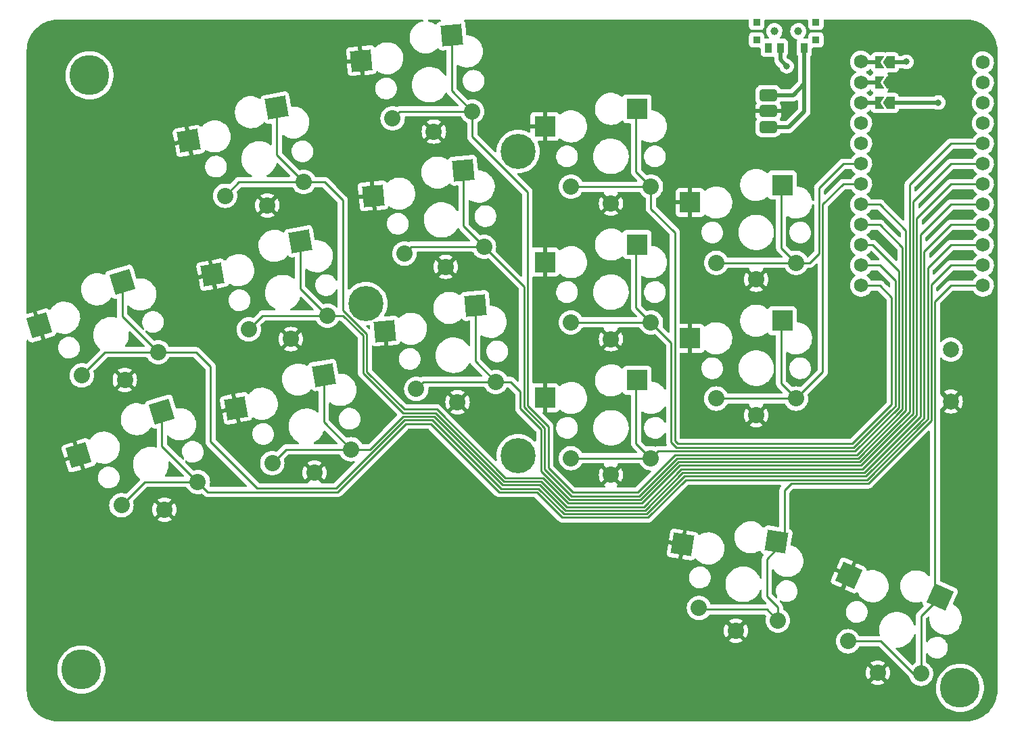
<source format=gtl>
%TF.GenerationSoftware,KiCad,Pcbnew,(6.0.4)*%
%TF.CreationDate,2022-07-31T18:16:21+02:00*%
%TF.ProjectId,battoota,62617474-6f6f-4746-912e-6b696361645f,v1.0.0*%
%TF.SameCoordinates,Original*%
%TF.FileFunction,Copper,L1,Top*%
%TF.FilePolarity,Positive*%
%FSLAX46Y46*%
G04 Gerber Fmt 4.6, Leading zero omitted, Abs format (unit mm)*
G04 Created by KiCad (PCBNEW (6.0.4)) date 2022-07-31 18:16:21*
%MOMM*%
%LPD*%
G01*
G04 APERTURE LIST*
G04 Aperture macros list*
%AMRoundRect*
0 Rectangle with rounded corners*
0 $1 Rounding radius*
0 $2 $3 $4 $5 $6 $7 $8 $9 X,Y pos of 4 corners*
0 Add a 4 corners polygon primitive as box body*
4,1,4,$2,$3,$4,$5,$6,$7,$8,$9,$2,$3,0*
0 Add four circle primitives for the rounded corners*
1,1,$1+$1,$2,$3*
1,1,$1+$1,$4,$5*
1,1,$1+$1,$6,$7*
1,1,$1+$1,$8,$9*
0 Add four rect primitives between the rounded corners*
20,1,$1+$1,$2,$3,$4,$5,0*
20,1,$1+$1,$4,$5,$6,$7,0*
20,1,$1+$1,$6,$7,$8,$9,0*
20,1,$1+$1,$8,$9,$2,$3,0*%
%AMRotRect*
0 Rectangle, with rotation*
0 The origin of the aperture is its center*
0 $1 length*
0 $2 width*
0 $3 Rotation angle, in degrees counterclockwise*
0 Add horizontal line*
21,1,$1,$2,0,0,$3*%
%AMFreePoly0*
4,1,6,0.500000,-0.750000,-0.650000,-0.750000,-0.150000,0.000000,-0.650000,0.750000,0.500000,0.750000,0.500000,-0.750000,0.500000,-0.750000,$1*%
%AMFreePoly1*
4,1,6,1.000000,0.000000,0.500000,-0.750000,-0.500000,-0.750000,-0.500000,0.750000,0.500000,0.750000,1.000000,0.000000,1.000000,0.000000,$1*%
G04 Aperture macros list end*
%TA.AperFunction,ComponentPad*%
%ADD10C,5.000000*%
%TD*%
%TA.AperFunction,ComponentPad*%
%ADD11C,2.000000*%
%TD*%
%TA.AperFunction,SMDPad,CuDef*%
%ADD12RotRect,2.600000X2.600000X10.000000*%
%TD*%
%TA.AperFunction,ComponentPad*%
%ADD13C,2.032000*%
%TD*%
%TA.AperFunction,SMDPad,CuDef*%
%ADD14RotRect,2.600000X2.600000X5.000000*%
%TD*%
%TA.AperFunction,SMDPad,CuDef*%
%ADD15R,2.600000X2.600000*%
%TD*%
%TA.AperFunction,SMDPad,CuDef*%
%ADD16R,0.900000X0.900000*%
%TD*%
%TA.AperFunction,SMDPad,CuDef*%
%ADD17R,0.900000X1.250000*%
%TD*%
%TA.AperFunction,WasherPad*%
%ADD18C,1.000000*%
%TD*%
%TA.AperFunction,SMDPad,CuDef*%
%ADD19RotRect,2.600000X2.600000X336.000000*%
%TD*%
%TA.AperFunction,ComponentPad*%
%ADD20RoundRect,0.375000X-0.750000X0.375000X-0.750000X-0.375000X0.750000X-0.375000X0.750000X0.375000X0*%
%TD*%
%TA.AperFunction,SMDPad,CuDef*%
%ADD21RotRect,2.600000X2.600000X17.000000*%
%TD*%
%TA.AperFunction,SMDPad,CuDef*%
%ADD22RotRect,2.600000X2.600000X351.000000*%
%TD*%
%TA.AperFunction,ComponentPad*%
%ADD23C,1.752600*%
%TD*%
%TA.AperFunction,SMDPad,CuDef*%
%ADD24FreePoly0,180.000000*%
%TD*%
%TA.AperFunction,SMDPad,CuDef*%
%ADD25R,1.524000X0.500000*%
%TD*%
%TA.AperFunction,SMDPad,CuDef*%
%ADD26FreePoly1,180.000000*%
%TD*%
%TA.AperFunction,ComponentPad*%
%ADD27C,4.400000*%
%TD*%
%TA.AperFunction,ViaPad*%
%ADD28C,0.800000*%
%TD*%
%TA.AperFunction,Conductor*%
%ADD29C,0.250000*%
%TD*%
%TA.AperFunction,Conductor*%
%ADD30C,0.500000*%
%TD*%
G04 APERTURE END LIST*
D10*
%TO.P,,1,1*%
%TO.N,N/C*%
X159112791Y38507254D03*
%TD*%
%TO.P,,1,1*%
%TO.N,N/C*%
X49130791Y40793254D03*
%TD*%
%TO.P,,1,1*%
%TO.N,N/C*%
X50146791Y115215254D03*
%TD*%
D11*
%TO.P,B1,1*%
%TO.N,RST*%
X157969791Y80873254D03*
%TO.P,B1,2*%
%TO.N,GND*%
X157969791Y74373254D03*
%TD*%
D12*
%TO.P,S11,1*%
%TO.N,P3*%
X73579148Y111173370D03*
D13*
X67122934Y100134557D03*
X76971012Y101871038D03*
D12*
%TO.P,S11,2*%
%TO.N,GND*%
X62586644Y107001157D03*
D13*
X72411634Y98934701D03*
%TD*%
%TO.P,S15,1*%
%TO.N,P18*%
X89571861Y92892848D03*
D14*
X96965603Y103326959D03*
D13*
X99533808Y93764406D03*
%TO.P,S15,2*%
%TO.N,GND*%
X94735862Y91236618D03*
D14*
X85651297Y100128683D03*
%TD*%
D15*
%TO.P,S21,1*%
%TO.N,P16*%
X118699790Y94027253D03*
D13*
X120424791Y84277254D03*
X110424791Y84277254D03*
D15*
%TO.P,S21,2*%
%TO.N,GND*%
X107149790Y91827254D03*
D13*
X115424791Y82177254D03*
%TD*%
D16*
%TO.P,T1,*%
%TO.N,*%
X141068406Y119651838D03*
X133668406Y121851838D03*
X141068406Y121851838D03*
X133668406Y119651838D03*
D17*
%TO.P,T1,1*%
%TO.N,Braw*%
X139618406Y118676838D03*
%TO.P,T1,2*%
%TO.N,RAW*%
X136618406Y118676838D03*
%TO.P,T1,3*%
%TO.N,N/C*%
X135118406Y118676838D03*
%TD*%
D18*
%TO.P,T2,*%
%TO.N,*%
X135868406Y120751838D03*
X138868406Y120751838D03*
%TD*%
D13*
%TO.P,S29,1*%
%TO.N,P20*%
X128599495Y91744491D03*
X138599495Y91744491D03*
D15*
X136874494Y101494490D03*
D13*
%TO.P,S29,2*%
%TO.N,GND*%
X133599495Y89644491D03*
D15*
X125324494Y99294491D03*
%TD*%
D19*
%TO.P,S33,1*%
%TO.N,P9*%
X156625944Y49890576D03*
D13*
X154236129Y40281888D03*
X145100674Y44349254D03*
%TO.P,S33,2*%
%TO.N,GND*%
X148814255Y40397126D03*
D19*
X145179674Y52578586D03*
%TD*%
D13*
%TO.P,S7,1*%
%TO.N,P5*%
X82875050Y68387574D03*
D12*
X79483186Y77689906D03*
D13*
X73026972Y66651093D03*
D12*
%TO.P,S7,2*%
%TO.N,GND*%
X68490682Y73517693D03*
D13*
X78315672Y65451237D03*
%TD*%
D20*
%TO.P,PAD1,1*%
%TO.N,Braw*%
X135109791Y108738254D03*
%TO.P,PAD1,2*%
%TO.N,GND*%
X135109791Y110738254D03*
%TO.P,PAD1,3*%
%TO.N,Braw*%
X135109791Y112738254D03*
%TD*%
D13*
%TO.P,S5,1*%
%TO.N,P6*%
X58734795Y80557863D03*
D21*
X54234545Y89377492D03*
D13*
X49171748Y77634146D03*
D21*
%TO.P,S5,2*%
%TO.N,GND*%
X43832442Y83896730D03*
D13*
X54567252Y77087765D03*
%TD*%
D15*
%TO.P,S27,1*%
%TO.N,P19*%
X136874494Y84494490D03*
D13*
X138599495Y74744491D03*
X128599495Y74744491D03*
%TO.P,S27,2*%
%TO.N,GND*%
X133599495Y72644491D03*
D15*
X125324494Y82294491D03*
%TD*%
D12*
%TO.P,S9,1*%
%TO.N,P4*%
X76531167Y94431638D03*
D13*
X79923031Y85129306D03*
X70074953Y83392825D03*
D12*
%TO.P,S9,2*%
%TO.N,GND*%
X65538663Y90259425D03*
D13*
X75363653Y82192969D03*
%TD*%
%TO.P,S13,1*%
%TO.N,P2*%
X91053509Y75957538D03*
D14*
X98447251Y86391649D03*
D13*
X101015456Y76829096D03*
%TO.P,S13,2*%
%TO.N,GND*%
X96217510Y74301308D03*
D14*
X87132945Y83193373D03*
%TD*%
%TO.P,S17,1*%
%TO.N,P15*%
X95483956Y120262269D03*
D13*
X98052161Y110699716D03*
X88090214Y109828158D03*
D14*
%TO.P,S17,2*%
%TO.N,GND*%
X84169650Y117063993D03*
D13*
X93254215Y108171928D03*
%TD*%
%TO.P,S31,1*%
%TO.N,P8*%
X136319319Y46950411D03*
X126442435Y48514756D03*
D22*
X136140791Y56850221D03*
%TO.P,S31,2*%
%TO.N,GND*%
X124388835Y56484126D03*
D13*
X131052365Y45658438D03*
%TD*%
D23*
%TO.P,MCU1,*%
%TO.N,*%
X161977213Y114302348D03*
D24*
X148993690Y114302348D03*
X148993690Y116842348D03*
D25*
X148068690Y111762348D03*
D23*
X161977213Y111762348D03*
X146737213Y111762348D03*
D25*
X148068690Y116842348D03*
D24*
X148993690Y111762348D03*
D25*
X148068690Y114302348D03*
D23*
X146737213Y116926094D03*
X161977213Y116842348D03*
X146737213Y114302348D03*
D26*
%TO.P,MCU1,1*%
%TO.N,RAW*%
X150443690Y116842348D03*
%TO.P,MCU1,2*%
%TO.N,GND*%
X150443690Y114302348D03*
%TO.P,MCU1,3*%
%TO.N,RST*%
X150443690Y111762348D03*
D23*
%TO.P,MCU1,4*%
%TO.N,N/C*%
X146737213Y109222348D03*
%TO.P,MCU1,5*%
%TO.N,P21*%
X146737213Y106682348D03*
%TO.P,MCU1,6*%
%TO.N,P20*%
X146737213Y104142348D03*
%TO.P,MCU1,7*%
%TO.N,P19*%
X146737213Y101602348D03*
%TO.P,MCU1,8*%
%TO.N,P18*%
X146737213Y99062348D03*
%TO.P,MCU1,9*%
%TO.N,P15*%
X146737213Y96522348D03*
%TO.P,MCU1,10*%
%TO.N,P14*%
X146737213Y93982348D03*
%TO.P,MCU1,11*%
%TO.N,P16*%
X146737213Y91442348D03*
%TO.P,MCU1,12*%
%TO.N,P10*%
X146737213Y88902348D03*
%TO.P,MCU1,16*%
%TO.N,N/C*%
X161977213Y109222348D03*
%TO.P,MCU1,17*%
%TO.N,P2*%
X161977213Y106682348D03*
%TO.P,MCU1,18*%
%TO.N,P3*%
X161977213Y104142348D03*
%TO.P,MCU1,19*%
%TO.N,P4*%
X161977213Y101602348D03*
%TO.P,MCU1,20*%
%TO.N,P5*%
X161977213Y99062348D03*
%TO.P,MCU1,21*%
%TO.N,P6*%
X161977213Y96522348D03*
%TO.P,MCU1,22*%
%TO.N,P7*%
X161977213Y93982348D03*
%TO.P,MCU1,23*%
%TO.N,P8*%
X161977213Y91442348D03*
%TO.P,MCU1,24*%
%TO.N,P9*%
X161977213Y88902348D03*
%TD*%
D13*
%TO.P,S3,1*%
%TO.N,P7*%
X54142067Y61376965D03*
D21*
X59204864Y73120311D03*
D13*
X63705114Y64300682D03*
%TO.P,S3,2*%
%TO.N,GND*%
X59537571Y60830584D03*
D21*
X48802761Y67639549D03*
%TD*%
D27*
%TO.P,REF\u002A\u002A,1*%
%TO.N,N/C*%
X84760924Y86640254D03*
X103810924Y67590254D03*
X103810924Y105690254D03*
%TD*%
D15*
%TO.P,S23,1*%
%TO.N,P10*%
X118699790Y111027253D03*
D13*
X120424791Y101277254D03*
X110424791Y101277254D03*
%TO.P,S23,2*%
%TO.N,GND*%
X115424791Y99177254D03*
D15*
X107149790Y108827254D03*
%TD*%
%TO.P,S19,1*%
%TO.N,P14*%
X118699790Y77027253D03*
D13*
X110424791Y67277254D03*
X120424791Y67277254D03*
D15*
%TO.P,S19,2*%
%TO.N,GND*%
X107149790Y74827254D03*
D13*
X115424791Y65177254D03*
%TD*%
D28*
%TO.N,GND*%
X154304587Y114350232D03*
%TO.N,RAW*%
X152400000Y116912949D03*
X137420433Y116364539D03*
%TO.N,RST*%
X156389782Y111806152D03*
%TD*%
D29*
%TO.N,P9*%
X156625945Y49890577D02*
X154236129Y47500761D01*
X154236129Y47500761D02*
X154236129Y41281888D01*
%TO.N,P8*%
X134942686Y48327044D02*
X126630147Y48327044D01*
X136319319Y46950411D02*
X134942686Y48327044D01*
X136319319Y48600726D02*
X136319319Y46950411D01*
X134942686Y49977359D02*
X136319319Y48600726D01*
X134942686Y54652114D02*
X134942686Y49977359D01*
X136339001Y56048429D02*
X134942686Y54652114D01*
%TO.N,P9*%
X155976934Y50539586D02*
X156625944Y49890576D01*
X157969791Y88902348D02*
X155976934Y86909491D01*
X155976934Y86909491D02*
X155976934Y50539586D01*
X161977213Y88902348D02*
X157969791Y88902348D01*
X149206791Y44349254D02*
X146100675Y44349254D01*
X153274157Y40281888D02*
X149206791Y44349254D01*
X154236129Y40281888D02*
X153274157Y40281888D01*
%TO.N,P6*%
X154628374Y72346105D02*
X154048157Y71765888D01*
X65297412Y69322588D02*
X65297412Y78740000D01*
X119874808Y60292774D02*
X109514989Y60292774D01*
X58734795Y80557863D02*
X52095465Y80557863D01*
X106339988Y63467774D02*
X101640989Y63467774D01*
X89562066Y72037521D02*
X81024544Y63500000D01*
X54234545Y89377494D02*
X54234545Y85058113D01*
X52095465Y80557863D02*
X49171748Y77634146D01*
X65297412Y78740000D02*
X63479549Y80557863D01*
X54234545Y85058113D02*
X58734795Y80557863D01*
X157969791Y96522348D02*
X154628374Y93180931D01*
X109514989Y60292774D02*
X106339988Y63467774D01*
X124592825Y65010791D02*
X119874808Y60292774D01*
X71120000Y63500000D02*
X65297412Y69322588D01*
X154628374Y93180931D02*
X154628374Y72346105D01*
X147293059Y65010791D02*
X124592825Y65010791D01*
X154628374Y72346106D02*
X154048157Y71765888D01*
X154048157Y71765888D02*
X147293059Y65010791D01*
X81024544Y63500000D02*
X71120000Y63500000D01*
X63479549Y80557863D02*
X58734795Y80557863D01*
X161977213Y96522348D02*
X157969791Y96522348D01*
X101640989Y63467774D02*
X93071241Y72037521D01*
X93071241Y72037521D02*
X89562066Y72037521D01*
D30*
%TO.N,GND*%
X154256703Y114302348D02*
X150443690Y114302348D01*
X154304587Y114350232D02*
X154256703Y114302348D01*
D29*
%TO.N,P5*%
X85276400Y68387574D02*
X89375869Y72487041D01*
X109701187Y60742294D02*
X119688611Y60742294D01*
X157969791Y99062348D02*
X154159791Y95252348D01*
X154178854Y72532303D02*
X154178854Y79509191D01*
X101827187Y63917294D02*
X106526186Y63917294D01*
X93257440Y72487041D02*
X101827187Y63917294D01*
X124406628Y65460311D02*
X147106862Y65460311D01*
X79483187Y71779437D02*
X82875050Y68387574D01*
X119688611Y60742294D02*
X124406628Y65460311D01*
X82875050Y68387574D02*
X74763453Y68387574D01*
X154159791Y79528254D02*
X154178854Y79509191D01*
X147106862Y65460311D02*
X154178854Y72532303D01*
X79483187Y77689907D02*
X79483187Y71779437D01*
X74763453Y68387574D02*
X73026972Y66651093D01*
X154159791Y95252348D02*
X154159791Y79528254D01*
X106526186Y63917294D02*
X109701187Y60742294D01*
X82875050Y68387574D02*
X85276400Y68387574D01*
X161977213Y99062348D02*
X157969791Y99062348D01*
X89375869Y72487041D02*
X93257440Y72487041D01*
%TO.N,P4*%
X89382986Y72936561D02*
X84386480Y77933067D01*
X76531168Y88521169D02*
X79923031Y85129306D01*
X84386480Y82617802D02*
X81874976Y85129306D01*
X81874976Y85129306D02*
X79923031Y85129306D01*
X76531168Y94431639D02*
X76531168Y88521169D01*
X109887385Y61191814D02*
X106712384Y64366814D01*
X79923031Y85129306D02*
X71811434Y85129306D01*
X106712384Y64366814D02*
X102013385Y64366814D01*
X124220427Y65909831D02*
X119502410Y61191814D01*
X102013385Y64366814D02*
X93443638Y72936561D01*
X119502410Y61191814D02*
X109887385Y61191814D01*
X161977213Y101602348D02*
X157969791Y101602348D01*
X93443638Y72936561D02*
X89382986Y72936561D01*
X146920664Y65909831D02*
X124220427Y65909831D01*
X71811434Y85129306D02*
X70074953Y83392825D01*
X84386480Y77933067D02*
X84386480Y82617802D01*
X157969791Y101602348D02*
X153698572Y97331129D01*
X153698572Y97331129D02*
X153698572Y72687741D01*
X153698572Y72687741D02*
X146920664Y65909831D01*
%TO.N,P3*%
X68859415Y101871038D02*
X67122934Y100134557D01*
X161977213Y104142348D02*
X157969791Y104142348D01*
X157969791Y104142348D02*
X153249052Y99421609D01*
X153249052Y72873939D02*
X151570580Y71195465D01*
X110073583Y61641334D02*
X119316213Y61641334D01*
X73579149Y111173371D02*
X73579149Y105262901D01*
X89569184Y73386081D02*
X93629836Y73386081D01*
X119316213Y61641334D02*
X124034230Y66359351D01*
X124034230Y66359351D02*
X146734466Y66359351D01*
X84836000Y82804000D02*
X84836000Y78119265D01*
X146734466Y66359351D02*
X151570580Y71195465D01*
X151570580Y71195465D02*
X153249052Y72873938D01*
X76971012Y101871038D02*
X68859415Y101871038D01*
X81858703Y85781297D02*
X84836000Y82804000D01*
X81858703Y99573497D02*
X81858703Y85781297D01*
X84836000Y78119265D02*
X89569184Y73386081D01*
X76971012Y101871038D02*
X79561162Y101871038D01*
X93629836Y73386081D02*
X102199583Y64816334D01*
X73579149Y105262901D02*
X76971012Y101871038D01*
X102199583Y64816334D02*
X106898581Y64816334D01*
X106898581Y64816334D02*
X110073583Y61641334D01*
X79561162Y101871038D02*
X81858703Y99573497D01*
X153249052Y99421609D02*
X153249052Y72873939D01*
%TO.N,P2*%
X104079160Y75594064D02*
X102844128Y76829096D01*
X91925067Y76829096D02*
X91053509Y75957538D01*
X152799532Y101512089D02*
X152799532Y73060135D01*
X146548268Y66808871D02*
X123848033Y66808871D01*
X101015456Y76829096D02*
X98447252Y79397300D01*
X98447252Y79397300D02*
X98447252Y86391651D01*
X119130016Y62090854D02*
X110259781Y62090854D01*
X157969791Y106682348D02*
X152799532Y101512089D01*
X110259781Y62090854D02*
X106680000Y65670633D01*
X104079160Y73484347D02*
X104079160Y75594064D01*
X102844128Y76829096D02*
X101015456Y76829096D01*
X123848033Y66808871D02*
X119130016Y62090854D01*
X161977213Y106682348D02*
X157969791Y106682348D01*
X101015456Y76829096D02*
X91925067Y76829096D01*
X106680000Y65670633D02*
X106680000Y70883507D01*
X106680000Y70883507D02*
X104079160Y73484347D01*
X152799532Y73060135D02*
X146548268Y66808871D01*
%TO.N,P18*%
X104528680Y88769534D02*
X99533808Y93764406D01*
X146362070Y67258391D02*
X123661836Y67258391D01*
X99533808Y93764406D02*
X90443419Y93764406D01*
X96965604Y96332610D02*
X99533808Y93764406D01*
X149079791Y99062348D02*
X152350012Y95792127D01*
X123661836Y67258391D02*
X118943819Y62540374D01*
X152350012Y95792127D02*
X152350012Y73246333D01*
X107129520Y71069704D02*
X104528680Y73670546D01*
X152350012Y73246333D02*
X146362070Y67258391D01*
X96965604Y103326961D02*
X96965604Y96332610D01*
X146737213Y99062348D02*
X149079791Y99062348D01*
X90443419Y93764406D02*
X89571861Y92892848D01*
X107129520Y65856833D02*
X107129520Y71069704D01*
X110445979Y62540374D02*
X107129520Y65856833D01*
X104528680Y73670546D02*
X104528680Y88769534D01*
X118943819Y62540374D02*
X110445979Y62540374D01*
%TO.N,P15*%
X104978200Y73856744D02*
X104978200Y100615750D01*
X104978200Y100615750D02*
X98052161Y107541789D01*
X107579040Y66043031D02*
X107579040Y71255902D01*
X95483957Y120262271D02*
X95483957Y113267920D01*
X110632177Y62989894D02*
X107579040Y66043031D01*
X118757622Y62989894D02*
X110632177Y62989894D01*
X88961772Y110699716D02*
X88090214Y109828158D01*
X123475639Y67707911D02*
X118757622Y62989894D01*
X151900492Y73432531D02*
X146175872Y67707911D01*
X146175872Y67707911D02*
X123475639Y67707911D01*
X98052161Y107541789D02*
X98052161Y110699716D01*
X98052161Y110699716D02*
X88961772Y110699716D01*
X151900492Y93701647D02*
X151900492Y73432531D01*
X146737213Y96522348D02*
X149079791Y96522348D01*
X95483957Y113267920D02*
X98052161Y110699716D01*
X149079791Y96522348D02*
X151900492Y93701647D01*
X107579040Y71255902D02*
X104978200Y73856744D01*
%TO.N,P14*%
X151450972Y90722167D02*
X151450972Y73618729D01*
X120424791Y67277254D02*
X110424791Y67277254D01*
X118550270Y76877733D02*
X118550270Y69151775D01*
X145989674Y68157431D02*
X121304968Y68157431D01*
X148190791Y93982348D02*
X151450972Y90722167D01*
X118550270Y69151775D02*
X120424791Y67277254D01*
X151450972Y73618729D02*
X145989674Y68157431D01*
X146737213Y93982348D02*
X148190791Y93982348D01*
X121304968Y68157431D02*
X120424791Y67277254D01*
X118699791Y77027254D02*
X118550270Y76877733D01*
%TO.N,P16*%
X118550270Y86151775D02*
X120424791Y84277254D01*
X146737213Y91442348D02*
X149079791Y91442348D01*
X110424791Y84277254D02*
X120424791Y84277254D01*
X122966194Y81735851D02*
X122966194Y69259780D01*
X118550270Y93877733D02*
X118550270Y86151775D01*
X151001452Y73804927D02*
X150489285Y73292760D01*
X120424791Y84277254D02*
X122966194Y81735851D01*
X150489285Y73292760D02*
X151001452Y73804926D01*
X151001452Y89520687D02*
X151001452Y73804927D01*
X123607665Y68618310D02*
X145814835Y68618310D01*
X149079791Y91442348D02*
X151001452Y89520687D01*
X145814835Y68618310D02*
X150489285Y73292760D01*
X118699791Y94027254D02*
X118550270Y93877733D01*
X122966194Y69259780D02*
X123607665Y68618310D01*
%TO.N,P10*%
X150551932Y73991124D02*
X145628638Y69067830D01*
X123793862Y69067830D02*
X123415714Y69445978D01*
X150551932Y87430207D02*
X150551932Y73991124D01*
X123415714Y69445978D02*
X123415714Y95540331D01*
X146737213Y88902348D02*
X149079791Y88902348D01*
X145628638Y69067830D02*
X123793862Y69067830D01*
X118550270Y110877733D02*
X118550270Y103151775D01*
X120424791Y98531254D02*
X120424791Y101277254D01*
X149079791Y88902348D02*
X150551932Y87430207D01*
X120424791Y101277254D02*
X110424791Y101277254D01*
X118699791Y111027254D02*
X118550270Y110877733D01*
X123415714Y95540331D02*
X120424791Y98531254D01*
X118550270Y103151775D02*
X120424791Y101277254D01*
%TO.N,P19*%
X136724974Y76619012D02*
X136724974Y84344970D01*
X141922106Y78067102D02*
X141922106Y99040569D01*
X144483885Y101602348D02*
X146737213Y101602348D01*
X141922106Y99040569D02*
X144483885Y101602348D01*
X138599495Y74744491D02*
X136724974Y76619012D01*
X136724974Y84344970D02*
X136874495Y84494491D01*
X128599495Y74744491D02*
X138599495Y74744491D01*
X138599495Y74744491D02*
X141922106Y78067102D01*
%TO.N,P20*%
X136724974Y93619012D02*
X136724974Y101344970D01*
X144483885Y104142348D02*
X146737213Y104142348D01*
X136724974Y101344970D02*
X136874495Y101494491D01*
X138599495Y91744491D02*
X136724974Y93619012D01*
X138599495Y91744491D02*
X140309764Y91744491D01*
X140309764Y91744491D02*
X141472586Y92907313D01*
X141472586Y92907313D02*
X141472586Y101131049D01*
X141472586Y101131049D02*
X144483885Y104142348D01*
X128599495Y91744491D02*
X138599495Y91744491D01*
%TO.N,P7*%
X157969791Y93982348D02*
X155077894Y91090451D01*
X89748263Y71588001D02*
X81210741Y63050480D01*
X92885044Y71588001D02*
X89748263Y71588001D01*
X59204864Y68800932D02*
X63705114Y64300682D01*
X155077894Y72159908D02*
X154620015Y71702030D01*
X155077894Y72159909D02*
X154620015Y71702030D01*
X154620015Y71702030D02*
X147479256Y64561271D01*
X147479256Y64561271D02*
X124779023Y64561271D01*
X109328791Y59843254D02*
X106153791Y63018254D01*
X120061006Y59843254D02*
X109328791Y59843254D01*
X161977213Y93982348D02*
X157969791Y93982348D01*
X101454791Y63018254D02*
X92885044Y71588001D01*
X63705114Y64300682D02*
X57065784Y64300682D01*
X64955316Y63050480D02*
X63705114Y64300682D01*
X155077894Y91090451D02*
X155077894Y72159909D01*
X57065784Y64300682D02*
X54142067Y61376965D01*
X124779023Y64561271D02*
X120061006Y59843254D01*
X81210741Y63050480D02*
X64955316Y63050480D01*
X59204864Y73120313D02*
X59204864Y68800932D01*
X106153791Y63018254D02*
X101454791Y63018254D01*
%TO.N,P8*%
X155527414Y71973710D02*
X155191874Y71638171D01*
X161977213Y91442348D02*
X157969791Y91442348D01*
X147665453Y64111751D02*
X137981288Y64111751D01*
X137140791Y63271254D02*
X137140791Y56850221D01*
X155527414Y71973711D02*
X155191874Y71638171D01*
X155527414Y88999971D02*
X155527414Y71973711D01*
X137981288Y64111751D02*
X137140791Y63271254D01*
X155191874Y71638171D02*
X147665453Y64111751D01*
X157969791Y91442348D02*
X155527414Y88999971D01*
D30*
%TO.N,RAW*%
X152372041Y116884990D02*
X150419502Y116884990D01*
X136618406Y117166566D02*
X137420433Y116364539D01*
X152400000Y116912949D02*
X152372041Y116884990D01*
X136618406Y118676838D02*
X136618406Y117166566D01*
%TO.N,RST*%
X150466332Y111784990D02*
X150443690Y111762348D01*
X156389782Y111806152D02*
X156368620Y111784990D01*
X156368620Y111784990D02*
X150466332Y111784990D01*
%TO.N,Braw*%
X138231091Y112738254D02*
X135109791Y112738254D01*
X137649791Y108738254D02*
X135109791Y108738254D01*
X139618406Y110706869D02*
X137649791Y108738254D01*
X139618406Y114125569D02*
X138231091Y112738254D01*
X139618406Y118676838D02*
X139618406Y114125569D01*
X139618406Y118676838D02*
X139618406Y110706869D01*
%TD*%
%TA.AperFunction,Conductor*%
%TO.N,GND*%
G36*
X69948197Y122202020D02*
G01*
X91828332Y122201468D01*
X91896452Y122181464D01*
X91942944Y122127807D01*
X91953046Y122057533D01*
X91923551Y121992953D01*
X91863824Y121954571D01*
X91854533Y121952223D01*
X91666449Y121912244D01*
X91662320Y121910741D01*
X91662316Y121910740D01*
X91406638Y121817681D01*
X91406634Y121817679D01*
X91402493Y121816172D01*
X91154477Y121684299D01*
X91150918Y121681713D01*
X91150916Y121681712D01*
X91021986Y121588039D01*
X90927227Y121519193D01*
X90725167Y121324066D01*
X90552231Y121102717D01*
X90550035Y121098913D01*
X90550030Y121098906D01*
X90436848Y120902867D01*
X90411783Y120859454D01*
X90306557Y120599011D01*
X90305492Y120594738D01*
X90305491Y120594736D01*
X90240314Y120333324D01*
X90238602Y120326459D01*
X90238143Y120322091D01*
X90238142Y120322086D01*
X90209831Y120052715D01*
X90209241Y120047102D01*
X90209394Y120042714D01*
X90209394Y120042708D01*
X90217842Y119800809D01*
X90219044Y119766377D01*
X90219806Y119762054D01*
X90219807Y119762047D01*
X90232838Y119688147D01*
X90267821Y119489748D01*
X90354622Y119222600D01*
X90356550Y119218647D01*
X90356552Y119218642D01*
X90411732Y119105507D01*
X90477759Y118970133D01*
X90480214Y118966494D01*
X90480217Y118966488D01*
X90494917Y118944695D01*
X90634834Y118737259D01*
X90637779Y118733988D01*
X90637780Y118733987D01*
X90669438Y118698827D01*
X90822790Y118528513D01*
X91037969Y118347956D01*
X91276183Y118199104D01*
X91409903Y118139568D01*
X91522530Y118089423D01*
X91532794Y118084853D01*
X91549297Y118080121D01*
X91763771Y118018622D01*
X91802809Y118007428D01*
X91807159Y118006817D01*
X91807162Y118006816D01*
X91880388Y117996525D01*
X92080971Y117968335D01*
X92291565Y117968335D01*
X92293751Y117968488D01*
X92293755Y117968488D01*
X92497246Y117982717D01*
X92497251Y117982718D01*
X92501631Y117983024D01*
X92776389Y118041426D01*
X92780518Y118042929D01*
X92780522Y118042930D01*
X93036200Y118135989D01*
X93036204Y118135991D01*
X93040345Y118137498D01*
X93288361Y118269371D01*
X93302680Y118279774D01*
X93512048Y118431888D01*
X93512051Y118431891D01*
X93515611Y118434477D01*
X93524834Y118443383D01*
X93680952Y118594145D01*
X93743849Y118627077D01*
X93814565Y118620777D01*
X93872213Y118574299D01*
X93874807Y118568874D01*
X93880794Y118562190D01*
X93965997Y118467061D01*
X93966000Y118467059D01*
X93971987Y118460374D01*
X94095713Y118383511D01*
X94236039Y118344463D01*
X94243940Y118344297D01*
X94243943Y118344297D01*
X94295161Y118343224D01*
X94295170Y118343224D01*
X94298573Y118343153D01*
X94713477Y118379453D01*
X94783080Y118365464D01*
X94834072Y118316065D01*
X94850457Y118253932D01*
X94850457Y115312226D01*
X94830455Y115244105D01*
X94776799Y115197612D01*
X94706525Y115187508D01*
X94641945Y115217002D01*
X94621751Y115239237D01*
X94468977Y115454212D01*
X94468972Y115454218D01*
X94466553Y115457622D01*
X94463709Y115460672D01*
X94463704Y115460678D01*
X94267996Y115670549D01*
X94265150Y115673601D01*
X94036951Y115861045D01*
X93785967Y116016662D01*
X93780238Y116019237D01*
X93638352Y116083003D01*
X93516606Y116137718D01*
X93240327Y116220080D01*
X93237600Y116220893D01*
X93237598Y116220893D01*
X93233601Y116222085D01*
X93229481Y116222738D01*
X93229479Y116222738D01*
X92945404Y116267732D01*
X92945398Y116267733D01*
X92941923Y116268283D01*
X92917364Y116269398D01*
X92850979Y116272413D01*
X92850958Y116272413D01*
X92849559Y116272477D01*
X92665095Y116272477D01*
X92445332Y116257880D01*
X92441233Y116257054D01*
X92441229Y116257053D01*
X92298635Y116228301D01*
X92155845Y116199510D01*
X91876621Y116103365D01*
X91835959Y116083003D01*
X91653577Y115991673D01*
X91612565Y115971136D01*
X91368318Y115805145D01*
X91365204Y115802361D01*
X91365203Y115802360D01*
X91306667Y115750023D01*
X91148169Y115608309D01*
X91145452Y115605139D01*
X91145451Y115605138D01*
X90961885Y115390968D01*
X90955987Y115384087D01*
X90953713Y115380585D01*
X90953709Y115380580D01*
X90797426Y115139926D01*
X90795147Y115136416D01*
X90793353Y115132638D01*
X90793352Y115132636D01*
X90789944Y115125459D01*
X90668477Y114869649D01*
X90667198Y114865666D01*
X90667197Y114865663D01*
X90589344Y114623180D01*
X90578201Y114588473D01*
X90573568Y114562723D01*
X90527323Y114305701D01*
X90525906Y114297827D01*
X90525717Y114293660D01*
X90525716Y114293653D01*
X90513218Y114018410D01*
X90512510Y114002818D01*
X90512873Y113998670D01*
X90512873Y113998666D01*
X90527345Y113833253D01*
X90538248Y113708628D01*
X90539158Y113704556D01*
X90539159Y113704551D01*
X90601592Y113425242D01*
X90602668Y113420427D01*
X90604111Y113416504D01*
X90604112Y113416502D01*
X90608766Y113403852D01*
X90704640Y113143278D01*
X90706587Y113139585D01*
X90706588Y113139583D01*
X90780118Y113000121D01*
X90842370Y112882050D01*
X90875534Y112835384D01*
X91011015Y112644742D01*
X91011020Y112644736D01*
X91013439Y112641332D01*
X91016283Y112638282D01*
X91016288Y112638276D01*
X91199374Y112441940D01*
X91214842Y112425353D01*
X91443041Y112237909D01*
X91694025Y112082292D01*
X91697842Y112080576D01*
X91697845Y112080575D01*
X91763061Y112051266D01*
X91963386Y111961236D01*
X92055895Y111933658D01*
X92237851Y111879415D01*
X92246391Y111876869D01*
X92250511Y111876216D01*
X92250513Y111876216D01*
X92534588Y111831222D01*
X92534594Y111831221D01*
X92538069Y111830671D01*
X92562628Y111829556D01*
X92629013Y111826541D01*
X92629034Y111826541D01*
X92630433Y111826477D01*
X92814897Y111826477D01*
X93034660Y111841074D01*
X93038759Y111841900D01*
X93038763Y111841901D01*
X93181357Y111870653D01*
X93324147Y111899444D01*
X93603371Y111995589D01*
X93773085Y112080575D01*
X93863691Y112125947D01*
X93863693Y112125948D01*
X93867427Y112127818D01*
X94111674Y112293809D01*
X94120178Y112301412D01*
X94320037Y112480107D01*
X94331823Y112490645D01*
X94357710Y112520848D01*
X94521285Y112711693D01*
X94521288Y112711697D01*
X94524005Y112714867D01*
X94526279Y112718369D01*
X94526283Y112718374D01*
X94682566Y112959028D01*
X94682569Y112959033D01*
X94684845Y112962538D01*
X94690699Y112974868D01*
X94737986Y113027824D01*
X94806398Y113046809D01*
X94874213Y113025794D01*
X94916285Y112973859D01*
X94917669Y112974620D01*
X94921485Y112967679D01*
X94924405Y112960303D01*
X94929066Y112953888D01*
X94950394Y112924532D01*
X94956908Y112914615D01*
X94979415Y112876558D01*
X94993736Y112862237D01*
X95006576Y112847204D01*
X95018485Y112830813D01*
X95024591Y112825762D01*
X95052562Y112802622D01*
X95061341Y112794632D01*
X96307661Y111548311D01*
X96341687Y111485999D01*
X96336622Y111415183D01*
X96294075Y111358348D01*
X96227555Y111333537D01*
X96218566Y111333216D01*
X89040539Y111333216D01*
X89029356Y111333743D01*
X89021863Y111335418D01*
X89013937Y111335169D01*
X89013936Y111335169D01*
X88953786Y111333278D01*
X88949827Y111333216D01*
X88921916Y111333216D01*
X88917982Y111332719D01*
X88917981Y111332719D01*
X88917916Y111332711D01*
X88906079Y111331778D01*
X88874262Y111330778D01*
X88869801Y111330638D01*
X88861882Y111330389D01*
X88844226Y111325260D01*
X88842430Y111324738D01*
X88823078Y111320730D01*
X88816007Y111319836D01*
X88802975Y111318190D01*
X88795606Y111315273D01*
X88795604Y111315272D01*
X88761869Y111301916D01*
X88750641Y111298071D01*
X88708179Y111285734D01*
X88701356Y111281699D01*
X88701352Y111281697D01*
X88699282Y111280473D01*
X88697448Y111280008D01*
X88694082Y111278551D01*
X88693847Y111279094D01*
X88630466Y111263015D01*
X88586929Y111272519D01*
X88567340Y111280633D01*
X88567338Y111280634D01*
X88562767Y111282527D01*
X88557963Y111283680D01*
X88557958Y111283682D01*
X88334249Y111337390D01*
X88334243Y111337391D01*
X88329436Y111338545D01*
X88090214Y111357372D01*
X87850992Y111338545D01*
X87846185Y111337391D01*
X87846179Y111337390D01*
X87699251Y111302115D01*
X87617661Y111282527D01*
X87613090Y111280634D01*
X87613088Y111280633D01*
X87400537Y111192592D01*
X87400535Y111192591D01*
X87395965Y111190698D01*
X87191365Y111065318D01*
X87187598Y111062101D01*
X87187597Y111062100D01*
X87056255Y110949924D01*
X87008896Y110909476D01*
X87005683Y110905714D01*
X86908015Y110791358D01*
X86853054Y110727007D01*
X86727674Y110522407D01*
X86725781Y110517837D01*
X86725780Y110517835D01*
X86662602Y110365308D01*
X86635845Y110300711D01*
X86627163Y110264546D01*
X86580982Y110072193D01*
X86580981Y110072187D01*
X86579827Y110067380D01*
X86561000Y109828158D01*
X86579827Y109588936D01*
X86580981Y109584129D01*
X86580982Y109584123D01*
X86609396Y109465774D01*
X86635845Y109355605D01*
X86637738Y109351034D01*
X86637739Y109351032D01*
X86723041Y109145095D01*
X86727674Y109133909D01*
X86853054Y108929309D01*
X86856271Y108925542D01*
X86856272Y108925541D01*
X86957671Y108806817D01*
X87008896Y108746840D01*
X87012658Y108743627D01*
X87185127Y108596326D01*
X87191365Y108590998D01*
X87395965Y108465618D01*
X87400535Y108463725D01*
X87400537Y108463724D01*
X87613088Y108375683D01*
X87617661Y108373789D01*
X87689312Y108356587D01*
X87846179Y108318926D01*
X87846185Y108318925D01*
X87850992Y108317771D01*
X88090214Y108298944D01*
X88329436Y108317771D01*
X88334243Y108318925D01*
X88334249Y108318926D01*
X88491116Y108356587D01*
X88562767Y108373789D01*
X88567340Y108375683D01*
X88779891Y108463724D01*
X88779893Y108463725D01*
X88784463Y108465618D01*
X88989063Y108590998D01*
X88995302Y108596326D01*
X89167770Y108743627D01*
X89171532Y108746840D01*
X89222757Y108806817D01*
X89324156Y108925541D01*
X89324157Y108925542D01*
X89327374Y108929309D01*
X89452754Y109133909D01*
X89457388Y109145095D01*
X89542689Y109351032D01*
X89542690Y109351034D01*
X89544583Y109355605D01*
X89559004Y109415675D01*
X92374672Y109415675D01*
X92378456Y109406897D01*
X93241403Y108543950D01*
X93255347Y108536336D01*
X93257180Y108536467D01*
X93263795Y108540718D01*
X94126931Y109403854D01*
X94133691Y109416234D01*
X94127964Y109423884D01*
X93952456Y109531435D01*
X93943662Y109535916D01*
X93731186Y109623926D01*
X93721801Y109626975D01*
X93498171Y109680665D01*
X93488424Y109682208D01*
X93259145Y109700253D01*
X93249285Y109700253D01*
X93020006Y109682208D01*
X93010259Y109680665D01*
X92786629Y109626975D01*
X92777244Y109623926D01*
X92564768Y109535916D01*
X92555974Y109531435D01*
X92384132Y109426131D01*
X92374672Y109415675D01*
X89559004Y109415675D01*
X89571032Y109465774D01*
X89599446Y109584123D01*
X89599447Y109584129D01*
X89600601Y109588936D01*
X89619428Y109828158D01*
X89611387Y109930330D01*
X89625983Y109999810D01*
X89675826Y110050370D01*
X89736999Y110066216D01*
X96581891Y110066216D01*
X96650012Y110046214D01*
X96687870Y110004394D01*
X96689621Y110005467D01*
X96815001Y109800867D01*
X96970843Y109618398D01*
X96974605Y109615185D01*
X97123575Y109487954D01*
X97153312Y109462556D01*
X97268231Y109392133D01*
X97357912Y109337176D01*
X97356731Y109335248D01*
X97401517Y109292900D01*
X97418661Y109229446D01*
X97418661Y107620556D01*
X97418134Y107609373D01*
X97416459Y107601880D01*
X97416708Y107593954D01*
X97416708Y107593953D01*
X97418599Y107533803D01*
X97418661Y107529844D01*
X97418661Y107501933D01*
X97419158Y107497999D01*
X97419158Y107497998D01*
X97419166Y107497933D01*
X97420099Y107486096D01*
X97421488Y107441900D01*
X97427139Y107422450D01*
X97431148Y107403089D01*
X97433687Y107382992D01*
X97436606Y107375621D01*
X97436606Y107375619D01*
X97449965Y107341877D01*
X97453810Y107330647D01*
X97463342Y107297836D01*
X97466143Y107288196D01*
X97470176Y107281377D01*
X97470178Y107281372D01*
X97476454Y107270761D01*
X97485149Y107253013D01*
X97492609Y107234172D01*
X97497271Y107227756D01*
X97497271Y107227755D01*
X97518597Y107198402D01*
X97525113Y107188482D01*
X97542121Y107159724D01*
X97547619Y107150427D01*
X97561940Y107136106D01*
X97574780Y107121073D01*
X97586689Y107104682D01*
X97592795Y107099631D01*
X97620766Y107076491D01*
X97629545Y107068501D01*
X104307795Y100390251D01*
X104341821Y100327939D01*
X104344700Y100301156D01*
X104344700Y90153608D01*
X104324698Y90085487D01*
X104271042Y90038994D01*
X104200768Y90028890D01*
X104136188Y90058384D01*
X104129605Y90064513D01*
X102615951Y91578168D01*
X101021398Y93172721D01*
X100987372Y93235033D01*
X100990213Y93291364D01*
X100988177Y93291853D01*
X101043040Y93520371D01*
X101043041Y93520377D01*
X101044195Y93525184D01*
X101063022Y93764406D01*
X101044195Y94003628D01*
X101043041Y94008435D01*
X101043040Y94008441D01*
X101000575Y94185316D01*
X100988177Y94236959D01*
X100986191Y94241753D01*
X100898242Y94454083D01*
X100898241Y94454085D01*
X100896348Y94458655D01*
X100770968Y94663255D01*
X100764487Y94670844D01*
X100618339Y94841962D01*
X100615126Y94845724D01*
X100533497Y94915441D01*
X100436425Y94998348D01*
X100436424Y94998349D01*
X100432657Y95001566D01*
X100228057Y95126946D01*
X100223487Y95128839D01*
X100223485Y95128840D01*
X100010934Y95216881D01*
X100010932Y95216882D01*
X100006361Y95218775D01*
X99914233Y95240893D01*
X99777843Y95273638D01*
X99777837Y95273639D01*
X99773030Y95274793D01*
X99533808Y95293620D01*
X99294586Y95274793D01*
X99289779Y95273639D01*
X99289773Y95273638D01*
X99061255Y95218775D01*
X99060721Y95220998D01*
X98999230Y95219219D01*
X98942122Y95251996D01*
X98298616Y95895503D01*
X97636009Y96558110D01*
X97601983Y96620422D01*
X97599104Y96647205D01*
X97599104Y97657792D01*
X98337914Y97657792D01*
X98338114Y97652462D01*
X98338114Y97652461D01*
X98340093Y97599738D01*
X98346568Y97427256D01*
X98393942Y97201474D01*
X98395900Y97196515D01*
X98395901Y97196513D01*
X98429840Y97110576D01*
X98478681Y96986902D01*
X98548398Y96872011D01*
X98591442Y96801078D01*
X98598361Y96789675D01*
X98601858Y96785645D01*
X98741498Y96624724D01*
X98749561Y96615432D01*
X98774461Y96595015D01*
X98923829Y96472540D01*
X98923835Y96472536D01*
X98927957Y96469156D01*
X99128449Y96355030D01*
X99133465Y96353209D01*
X99133470Y96353207D01*
X99340289Y96278135D01*
X99340293Y96278134D01*
X99345304Y96276315D01*
X99350553Y96275366D01*
X99350556Y96275365D01*
X99568237Y96236002D01*
X99568244Y96236001D01*
X99572321Y96235264D01*
X99590058Y96234428D01*
X99595006Y96234194D01*
X99595013Y96234194D01*
X99596494Y96234124D01*
X99758639Y96234124D01*
X99825595Y96239805D01*
X99925276Y96248263D01*
X99925280Y96248264D01*
X99930587Y96248714D01*
X99935742Y96250052D01*
X99935748Y96250053D01*
X100148717Y96305329D01*
X100148721Y96305330D01*
X100153886Y96306671D01*
X100158752Y96308863D01*
X100158755Y96308864D01*
X100359363Y96399231D01*
X100364229Y96401423D01*
X100368649Y96404399D01*
X100368653Y96404401D01*
X100494600Y96489195D01*
X100555599Y96530262D01*
X100722526Y96689502D01*
X100792079Y96782985D01*
X100857051Y96870310D01*
X100857053Y96870313D01*
X100860235Y96874590D01*
X100915019Y96982341D01*
X100962372Y97075478D01*
X100962372Y97075479D01*
X100964791Y97080236D01*
X101014844Y97241432D01*
X101031619Y97295454D01*
X101031620Y97295460D01*
X101033203Y97300557D01*
X101057846Y97486491D01*
X101062814Y97523971D01*
X101062814Y97523976D01*
X101063514Y97529256D01*
X101054860Y97759792D01*
X101007486Y97985574D01*
X101004165Y97993985D01*
X100958135Y98110537D01*
X100922747Y98200146D01*
X100821043Y98367749D01*
X100805836Y98392810D01*
X100805835Y98392811D01*
X100803067Y98397373D01*
X100795913Y98405617D01*
X100655367Y98567583D01*
X100655365Y98567585D01*
X100651867Y98571616D01*
X100587175Y98624660D01*
X100477599Y98714508D01*
X100477593Y98714512D01*
X100473471Y98717892D01*
X100272979Y98832018D01*
X100267963Y98833839D01*
X100267958Y98833841D01*
X100061139Y98908913D01*
X100061135Y98908914D01*
X100056124Y98910733D01*
X100050875Y98911682D01*
X100050872Y98911683D01*
X99833191Y98951046D01*
X99833184Y98951047D01*
X99829107Y98951784D01*
X99811370Y98952620D01*
X99806422Y98952854D01*
X99806415Y98952854D01*
X99804934Y98952924D01*
X99642789Y98952924D01*
X99579019Y98947513D01*
X99476152Y98938785D01*
X99476148Y98938784D01*
X99470841Y98938334D01*
X99465686Y98936996D01*
X99465680Y98936995D01*
X99252711Y98881719D01*
X99252707Y98881718D01*
X99247542Y98880377D01*
X99242676Y98878185D01*
X99242673Y98878184D01*
X99042636Y98788074D01*
X99037199Y98785625D01*
X99032779Y98782649D01*
X99032775Y98782647D01*
X98948598Y98725975D01*
X98845829Y98656786D01*
X98678902Y98497546D01*
X98675714Y98493261D01*
X98546001Y98318920D01*
X98541193Y98312458D01*
X98538778Y98307708D01*
X98446175Y98125571D01*
X98436637Y98106812D01*
X98422718Y98061985D01*
X98369809Y97891594D01*
X98369808Y97891588D01*
X98368225Y97886491D01*
X98355935Y97793761D01*
X98340397Y97676525D01*
X98337914Y97657792D01*
X97599104Y97657792D01*
X97599104Y99487742D01*
X97619106Y99555863D01*
X97672762Y99602356D01*
X97743036Y99612460D01*
X97791874Y99594596D01*
X97903117Y99525084D01*
X97930547Y99507944D01*
X98091944Y99436085D01*
X98167856Y99402287D01*
X98187158Y99393693D01*
X98191386Y99392481D01*
X98191385Y99392481D01*
X98452577Y99317586D01*
X98457173Y99316268D01*
X98461523Y99315657D01*
X98461526Y99315656D01*
X98525089Y99306723D01*
X98735335Y99277175D01*
X98945929Y99277175D01*
X98948115Y99277328D01*
X98948119Y99277328D01*
X99151610Y99291557D01*
X99151615Y99291558D01*
X99155995Y99291864D01*
X99430753Y99350266D01*
X99434882Y99351769D01*
X99434886Y99351770D01*
X99690564Y99444829D01*
X99690568Y99444831D01*
X99694709Y99446338D01*
X99942725Y99578211D01*
X99947245Y99581495D01*
X100166412Y99740728D01*
X100166415Y99740731D01*
X100169975Y99743317D01*
X100175553Y99748703D01*
X100305031Y99873739D01*
X100372035Y99938444D01*
X100544971Y100159793D01*
X100547167Y100163597D01*
X100547172Y100163604D01*
X100683218Y100399244D01*
X100685419Y100403056D01*
X100790645Y100663499D01*
X100796661Y100687628D01*
X100857536Y100931782D01*
X100857537Y100931787D01*
X100858600Y100936051D01*
X100861026Y100959125D01*
X100887502Y101211039D01*
X100887502Y101211042D01*
X100887961Y101215408D01*
X100887787Y101220394D01*
X100878312Y101491736D01*
X100878311Y101491742D01*
X100878158Y101496133D01*
X100873893Y101520325D01*
X100840655Y101708823D01*
X100829381Y101772762D01*
X100742580Y102039910D01*
X100740649Y102043871D01*
X100669094Y102190578D01*
X100619443Y102292377D01*
X100616988Y102296016D01*
X100616985Y102296022D01*
X100526162Y102430672D01*
X100462368Y102525251D01*
X100440368Y102549685D01*
X100357744Y102641448D01*
X100274412Y102733997D01*
X100240773Y102762224D01*
X100167856Y102823408D01*
X100059233Y102914554D01*
X99821019Y103063406D01*
X99613960Y103155595D01*
X99568422Y103175870D01*
X99568420Y103175871D01*
X99564408Y103177657D01*
X99294393Y103255082D01*
X99290043Y103255693D01*
X99290040Y103255694D01*
X99159734Y103274007D01*
X99016231Y103294175D01*
X98899338Y103294175D01*
X98831217Y103314177D01*
X98784724Y103367833D01*
X98773817Y103409193D01*
X98744921Y103739470D01*
X98649723Y104827584D01*
X98637575Y104888941D01*
X98627036Y104910986D01*
X98578623Y105012257D01*
X98578622Y105012258D01*
X98574752Y105020354D01*
X98568764Y105027040D01*
X98483562Y105122167D01*
X98483559Y105122169D01*
X98477572Y105128854D01*
X98467982Y105134812D01*
X98379374Y105189858D01*
X98353846Y105205717D01*
X98213520Y105244765D01*
X98205619Y105244931D01*
X98205616Y105244931D01*
X98154398Y105246004D01*
X98154389Y105246004D01*
X98150986Y105246075D01*
X95464978Y105011079D01*
X95403621Y104998931D01*
X95396493Y104995523D01*
X95396492Y104995523D01*
X95354462Y104975430D01*
X95272208Y104936108D01*
X95265524Y104930121D01*
X95265522Y104930120D01*
X95170395Y104844918D01*
X95170393Y104844915D01*
X95163708Y104838928D01*
X95086845Y104715202D01*
X95085661Y104710947D01*
X95041444Y104658370D01*
X94973626Y104637365D01*
X94905217Y104656359D01*
X94890785Y104666822D01*
X94886516Y104670404D01*
X94648302Y104819256D01*
X94428744Y104917010D01*
X94395705Y104931720D01*
X94395703Y104931721D01*
X94391691Y104933507D01*
X94207561Y104986305D01*
X94125903Y105009720D01*
X94125902Y105009720D01*
X94121676Y105010932D01*
X94117326Y105011543D01*
X94117323Y105011544D01*
X93996701Y105028496D01*
X93843514Y105050025D01*
X93632920Y105050025D01*
X93630734Y105049872D01*
X93630730Y105049872D01*
X93427239Y105035643D01*
X93427234Y105035642D01*
X93422854Y105035336D01*
X93148096Y104976934D01*
X93143967Y104975431D01*
X93143963Y104975430D01*
X92888285Y104882371D01*
X92888281Y104882369D01*
X92884140Y104880862D01*
X92636124Y104748989D01*
X92632565Y104746403D01*
X92632563Y104746402D01*
X92422594Y104593851D01*
X92408874Y104583883D01*
X92405710Y104580827D01*
X92405707Y104580825D01*
X92389283Y104564964D01*
X92206814Y104388756D01*
X92033878Y104167407D01*
X92031682Y104163603D01*
X92031677Y104163596D01*
X91982155Y104077821D01*
X91893430Y103924144D01*
X91788204Y103663701D01*
X91787139Y103659428D01*
X91787138Y103659426D01*
X91722519Y103400252D01*
X91720249Y103391149D01*
X91719790Y103386781D01*
X91719789Y103386776D01*
X91691571Y103118294D01*
X91690888Y103111792D01*
X91691041Y103107404D01*
X91691041Y103107398D01*
X91700458Y102837741D01*
X91700691Y102831067D01*
X91701453Y102826744D01*
X91701454Y102826737D01*
X91729861Y102665634D01*
X91749468Y102554438D01*
X91836269Y102287290D01*
X91838197Y102283337D01*
X91838199Y102283332D01*
X91878501Y102200702D01*
X91959406Y102034823D01*
X91961861Y102031184D01*
X91961864Y102031178D01*
X92028856Y101931859D01*
X92116481Y101801949D01*
X92119426Y101798678D01*
X92119427Y101798677D01*
X92149771Y101764977D01*
X92304437Y101593203D01*
X92307799Y101590382D01*
X92307800Y101590381D01*
X92353357Y101552154D01*
X92519616Y101412646D01*
X92757830Y101263794D01*
X93014441Y101149543D01*
X93018669Y101148331D01*
X93018668Y101148331D01*
X93277872Y101074006D01*
X93284456Y101072118D01*
X93288806Y101071507D01*
X93288809Y101071506D01*
X93385551Y101057910D01*
X93562618Y101033025D01*
X93773212Y101033025D01*
X93775398Y101033178D01*
X93775402Y101033178D01*
X93978893Y101047407D01*
X93978898Y101047408D01*
X93983278Y101047714D01*
X94258036Y101106116D01*
X94262165Y101107619D01*
X94262169Y101107620D01*
X94517847Y101200679D01*
X94517851Y101200681D01*
X94521992Y101202188D01*
X94770008Y101334061D01*
X94787111Y101346487D01*
X94993695Y101496578D01*
X94993698Y101496581D01*
X94997258Y101499167D01*
X95006481Y101508073D01*
X95143820Y101640700D01*
X95162599Y101658835D01*
X95225496Y101691767D01*
X95296212Y101685467D01*
X95353860Y101638989D01*
X95356454Y101633564D01*
X95362441Y101626880D01*
X95447644Y101531751D01*
X95447647Y101531749D01*
X95453634Y101525064D01*
X95461261Y101520326D01*
X95461262Y101520325D01*
X95498652Y101497097D01*
X95577360Y101448201D01*
X95717686Y101409153D01*
X95725587Y101408987D01*
X95725590Y101408987D01*
X95776808Y101407914D01*
X95776817Y101407914D01*
X95780220Y101407843D01*
X96195124Y101444143D01*
X96264727Y101430154D01*
X96315719Y101380755D01*
X96332104Y101318622D01*
X96332104Y98376916D01*
X96312102Y98308795D01*
X96258446Y98262302D01*
X96188172Y98252198D01*
X96123592Y98281692D01*
X96103398Y98303927D01*
X95950624Y98518902D01*
X95950619Y98518908D01*
X95948200Y98522312D01*
X95945356Y98525362D01*
X95945351Y98525368D01*
X95749643Y98735239D01*
X95746797Y98738291D01*
X95518598Y98925735D01*
X95267614Y99081352D01*
X95245831Y99091142D01*
X95190935Y99115813D01*
X94998253Y99202408D01*
X94715248Y99286775D01*
X94711128Y99287428D01*
X94711126Y99287428D01*
X94427051Y99332422D01*
X94427045Y99332423D01*
X94423570Y99332973D01*
X94399011Y99334088D01*
X94332626Y99337103D01*
X94332605Y99337103D01*
X94331206Y99337167D01*
X94146742Y99337167D01*
X93926979Y99322570D01*
X93922880Y99321744D01*
X93922876Y99321743D01*
X93786813Y99294308D01*
X93637492Y99264200D01*
X93358268Y99168055D01*
X93354540Y99166188D01*
X93136498Y99057001D01*
X93094212Y99035826D01*
X92849965Y98869835D01*
X92846851Y98867051D01*
X92846850Y98867050D01*
X92771434Y98799620D01*
X92629816Y98672999D01*
X92627099Y98669829D01*
X92627098Y98669828D01*
X92443532Y98455658D01*
X92437634Y98448777D01*
X92435360Y98445275D01*
X92435356Y98445270D01*
X92279073Y98204616D01*
X92276794Y98201106D01*
X92275000Y98197328D01*
X92274999Y98197326D01*
X92245063Y98134281D01*
X92150124Y97934339D01*
X92148845Y97930356D01*
X92148844Y97930353D01*
X92069346Y97682745D01*
X92059848Y97653163D01*
X92059107Y97649044D01*
X92008931Y97370173D01*
X92007553Y97362517D01*
X92007364Y97358350D01*
X92007363Y97358343D01*
X91994735Y97080236D01*
X91994157Y97067508D01*
X91994520Y97063360D01*
X91994520Y97063356D01*
X92004109Y96953755D01*
X92019895Y96773318D01*
X92020805Y96769246D01*
X92020806Y96769241D01*
X92079498Y96506668D01*
X92084315Y96485117D01*
X92085758Y96481194D01*
X92085759Y96481192D01*
X92090413Y96468542D01*
X92186287Y96207968D01*
X92188234Y96204275D01*
X92188235Y96204273D01*
X92259042Y96069976D01*
X92324017Y95946740D01*
X92355872Y95901916D01*
X92492662Y95709432D01*
X92492667Y95709426D01*
X92495086Y95706022D01*
X92497930Y95702972D01*
X92497935Y95702966D01*
X92680063Y95507658D01*
X92696489Y95490043D01*
X92924688Y95302599D01*
X93175672Y95146982D01*
X93179489Y95145266D01*
X93179492Y95145265D01*
X93252351Y95112521D01*
X93445033Y95025926D01*
X93728038Y94941559D01*
X93732158Y94940906D01*
X93732160Y94940906D01*
X94016235Y94895912D01*
X94016241Y94895911D01*
X94019716Y94895361D01*
X94044275Y94894246D01*
X94110660Y94891231D01*
X94110681Y94891231D01*
X94112080Y94891167D01*
X94296544Y94891167D01*
X94516307Y94905764D01*
X94520406Y94906590D01*
X94520410Y94906591D01*
X94693833Y94941559D01*
X94805794Y94964134D01*
X95085018Y95060279D01*
X95237278Y95136525D01*
X95345338Y95190637D01*
X95345340Y95190638D01*
X95349074Y95192508D01*
X95593321Y95358499D01*
X95608388Y95371970D01*
X95771769Y95518050D01*
X95813470Y95555335D01*
X95823086Y95566554D01*
X96002932Y95776383D01*
X96002935Y95776387D01*
X96005652Y95779557D01*
X96007926Y95783059D01*
X96007930Y95783064D01*
X96164213Y96023718D01*
X96164216Y96023723D01*
X96166492Y96027228D01*
X96172346Y96039558D01*
X96219633Y96092514D01*
X96288045Y96111499D01*
X96355860Y96090484D01*
X96397932Y96038548D01*
X96399317Y96039309D01*
X96403131Y96032370D01*
X96406052Y96024993D01*
X96410714Y96018577D01*
X96410714Y96018576D01*
X96432040Y95989223D01*
X96438556Y95979303D01*
X96455630Y95950433D01*
X96461062Y95941248D01*
X96475383Y95926927D01*
X96488223Y95911894D01*
X96500132Y95895503D01*
X96529218Y95871441D01*
X96534209Y95867312D01*
X96542988Y95859322D01*
X97789308Y94613001D01*
X97823334Y94550689D01*
X97818269Y94479873D01*
X97775722Y94423038D01*
X97709202Y94398227D01*
X97700213Y94397906D01*
X90522186Y94397906D01*
X90511003Y94398433D01*
X90503510Y94400108D01*
X90495584Y94399859D01*
X90495583Y94399859D01*
X90435433Y94397968D01*
X90431474Y94397906D01*
X90403563Y94397906D01*
X90399629Y94397409D01*
X90399628Y94397409D01*
X90399563Y94397401D01*
X90387726Y94396468D01*
X90355909Y94395468D01*
X90351448Y94395328D01*
X90343529Y94395079D01*
X90325873Y94389950D01*
X90324077Y94389428D01*
X90304725Y94385420D01*
X90297654Y94384526D01*
X90284622Y94382880D01*
X90277253Y94379963D01*
X90277251Y94379962D01*
X90243516Y94366606D01*
X90232288Y94362761D01*
X90189826Y94350424D01*
X90183003Y94346389D01*
X90182999Y94346387D01*
X90180929Y94345163D01*
X90179095Y94344698D01*
X90175729Y94343241D01*
X90175494Y94343784D01*
X90112113Y94327705D01*
X90068576Y94337209D01*
X90048987Y94345323D01*
X90048985Y94345324D01*
X90044414Y94347217D01*
X90039610Y94348370D01*
X90039605Y94348372D01*
X89815896Y94402080D01*
X89815890Y94402081D01*
X89811083Y94403235D01*
X89571861Y94422062D01*
X89332639Y94403235D01*
X89327832Y94402081D01*
X89327826Y94402080D01*
X89180898Y94366805D01*
X89099308Y94347217D01*
X89094737Y94345324D01*
X89094735Y94345323D01*
X88882184Y94257282D01*
X88882182Y94257281D01*
X88877612Y94255388D01*
X88673012Y94130008D01*
X88669245Y94126791D01*
X88669244Y94126790D01*
X88545884Y94021431D01*
X88490543Y93974166D01*
X88487330Y93970404D01*
X88359783Y93821064D01*
X88334701Y93791697D01*
X88209321Y93587097D01*
X88207428Y93582527D01*
X88207427Y93582525D01*
X88120308Y93372200D01*
X88117492Y93365401D01*
X88106296Y93318766D01*
X88062629Y93136883D01*
X88062628Y93136877D01*
X88061474Y93132070D01*
X88042647Y92892848D01*
X88061474Y92653626D01*
X88062628Y92648819D01*
X88062629Y92648813D01*
X88088353Y92541668D01*
X88117492Y92420295D01*
X88119385Y92415724D01*
X88119386Y92415722D01*
X88199787Y92221617D01*
X88209321Y92198599D01*
X88334701Y91993999D01*
X88337918Y91990232D01*
X88337919Y91990231D01*
X88440569Y91870043D01*
X88490543Y91811530D01*
X88494305Y91808317D01*
X88651211Y91674308D01*
X88673012Y91655688D01*
X88877612Y91530308D01*
X88882182Y91528415D01*
X88882184Y91528414D01*
X89089967Y91442348D01*
X89099308Y91438479D01*
X89180898Y91418891D01*
X89327826Y91383616D01*
X89327832Y91383615D01*
X89332639Y91382461D01*
X89571861Y91363634D01*
X89811083Y91382461D01*
X89815890Y91383615D01*
X89815896Y91383616D01*
X89962824Y91418891D01*
X90044414Y91438479D01*
X90053755Y91442348D01*
X90261538Y91528414D01*
X90261540Y91528415D01*
X90266110Y91530308D01*
X90470710Y91655688D01*
X90492512Y91674308D01*
X90649417Y91808317D01*
X90653179Y91811530D01*
X90703153Y91870043D01*
X90805803Y91990231D01*
X90805804Y91990232D01*
X90809021Y91993999D01*
X90934401Y92198599D01*
X90943936Y92221617D01*
X91024336Y92415722D01*
X91024337Y92415724D01*
X91026230Y92420295D01*
X91040651Y92480365D01*
X93856319Y92480365D01*
X93860103Y92471587D01*
X94723050Y91608640D01*
X94736994Y91601026D01*
X94738827Y91601157D01*
X94745442Y91605408D01*
X95608578Y92468544D01*
X95615338Y92480924D01*
X95609611Y92488574D01*
X95434103Y92596125D01*
X95425309Y92600606D01*
X95212833Y92688616D01*
X95203448Y92691665D01*
X94979818Y92745355D01*
X94970071Y92746898D01*
X94740792Y92764943D01*
X94730932Y92764943D01*
X94501653Y92746898D01*
X94491906Y92745355D01*
X94268276Y92691665D01*
X94258891Y92688616D01*
X94046415Y92600606D01*
X94037621Y92596125D01*
X93865779Y92490821D01*
X93856319Y92480365D01*
X91040651Y92480365D01*
X91055369Y92541668D01*
X91081093Y92648813D01*
X91081094Y92648819D01*
X91082248Y92653626D01*
X91101075Y92892848D01*
X91093034Y92995020D01*
X91107630Y93064500D01*
X91157473Y93115060D01*
X91218646Y93130906D01*
X98063538Y93130906D01*
X98131659Y93110904D01*
X98169517Y93069084D01*
X98171268Y93070157D01*
X98296648Y92865557D01*
X98299865Y92861790D01*
X98299866Y92861789D01*
X98330596Y92825809D01*
X98452490Y92683088D01*
X98456252Y92679875D01*
X98610698Y92547967D01*
X98634959Y92527246D01*
X98839559Y92401866D01*
X98844129Y92399973D01*
X98844131Y92399972D01*
X99055200Y92312545D01*
X99061255Y92310037D01*
X99128083Y92293993D01*
X99289773Y92255174D01*
X99289779Y92255173D01*
X99294586Y92254019D01*
X99533808Y92235192D01*
X99773030Y92254019D01*
X99777837Y92255173D01*
X99777843Y92255174D01*
X100006361Y92310037D01*
X100006895Y92307814D01*
X100068386Y92309593D01*
X100125494Y92276816D01*
X102012314Y90389995D01*
X103858275Y88544034D01*
X103892301Y88481722D01*
X103895180Y88454939D01*
X103895180Y76978139D01*
X103875178Y76910018D01*
X103821522Y76863525D01*
X103751248Y76853421D01*
X103686668Y76882915D01*
X103680085Y76889044D01*
X103347780Y77221349D01*
X103340240Y77229635D01*
X103336128Y77236114D01*
X103286476Y77282740D01*
X103283635Y77285494D01*
X103263898Y77305231D01*
X103260701Y77307711D01*
X103251679Y77315416D01*
X103219449Y77345682D01*
X103212503Y77349501D01*
X103212500Y77349503D01*
X103201694Y77355444D01*
X103185175Y77366295D01*
X103184711Y77366655D01*
X103169169Y77378710D01*
X103161900Y77381855D01*
X103161896Y77381858D01*
X103128591Y77396270D01*
X103117941Y77401487D01*
X103079188Y77422791D01*
X103059565Y77427829D01*
X103040862Y77434233D01*
X103029548Y77439129D01*
X103029547Y77439129D01*
X103022273Y77442277D01*
X103014450Y77443516D01*
X103014440Y77443519D01*
X102978604Y77449195D01*
X102966984Y77451601D01*
X102931839Y77460624D01*
X102931838Y77460624D01*
X102924158Y77462596D01*
X102903904Y77462596D01*
X102884193Y77464147D01*
X102872014Y77466076D01*
X102864185Y77467316D01*
X102856293Y77466570D01*
X102851067Y77466076D01*
X102834914Y77464549D01*
X102820167Y77463155D01*
X102808309Y77462596D01*
X102485726Y77462596D01*
X102417605Y77482598D01*
X102379747Y77524418D01*
X102377996Y77523345D01*
X102353688Y77563012D01*
X102252616Y77727945D01*
X102201250Y77788088D01*
X102099987Y77906652D01*
X102096774Y77910414D01*
X102043404Y77955996D01*
X101918073Y78063038D01*
X101918072Y78063039D01*
X101914305Y78066256D01*
X101709705Y78191636D01*
X101705135Y78193529D01*
X101705133Y78193530D01*
X101492582Y78281571D01*
X101492580Y78281572D01*
X101488009Y78283465D01*
X101406419Y78303053D01*
X101259491Y78338328D01*
X101259485Y78338329D01*
X101254678Y78339483D01*
X101015456Y78358310D01*
X100776234Y78339483D01*
X100771427Y78338329D01*
X100771421Y78338328D01*
X100542903Y78283465D01*
X100542369Y78285688D01*
X100480878Y78283909D01*
X100423770Y78316686D01*
X99780264Y78960193D01*
X99117657Y79622800D01*
X99083631Y79685112D01*
X99080752Y79711895D01*
X99080752Y80722482D01*
X99819562Y80722482D01*
X99819762Y80717152D01*
X99819762Y80717151D01*
X99823176Y80626206D01*
X99828216Y80491946D01*
X99875590Y80266164D01*
X99877548Y80261205D01*
X99877549Y80261203D01*
X99908800Y80182071D01*
X99960329Y80051592D01*
X100031079Y79935000D01*
X100074982Y79862650D01*
X100080009Y79854365D01*
X100083506Y79850335D01*
X100206823Y79708225D01*
X100231209Y79680122D01*
X100244945Y79668859D01*
X100405477Y79537230D01*
X100405483Y79537226D01*
X100409605Y79533846D01*
X100610097Y79419720D01*
X100615113Y79417899D01*
X100615118Y79417897D01*
X100821937Y79342825D01*
X100821941Y79342824D01*
X100826952Y79341005D01*
X100832201Y79340056D01*
X100832204Y79340055D01*
X101049885Y79300692D01*
X101049892Y79300691D01*
X101053969Y79299954D01*
X101071706Y79299118D01*
X101076654Y79298884D01*
X101076661Y79298884D01*
X101078142Y79298814D01*
X101240287Y79298814D01*
X101307243Y79304495D01*
X101406924Y79312953D01*
X101406928Y79312954D01*
X101412235Y79313404D01*
X101417390Y79314742D01*
X101417396Y79314743D01*
X101630365Y79370019D01*
X101630369Y79370020D01*
X101635534Y79371361D01*
X101640400Y79373553D01*
X101640403Y79373554D01*
X101841011Y79463921D01*
X101845877Y79466113D01*
X101850297Y79469089D01*
X101850301Y79469091D01*
X101976248Y79553885D01*
X102037247Y79594952D01*
X102204174Y79754192D01*
X102264346Y79835066D01*
X102338699Y79935000D01*
X102338701Y79935003D01*
X102341883Y79939280D01*
X102396667Y80047031D01*
X102444020Y80140168D01*
X102444020Y80140169D01*
X102446439Y80144926D01*
X102490241Y80285990D01*
X102513267Y80360144D01*
X102513268Y80360150D01*
X102514851Y80365247D01*
X102530952Y80486728D01*
X102544462Y80588661D01*
X102544462Y80588666D01*
X102545162Y80593946D01*
X102543771Y80631016D01*
X102536708Y80819151D01*
X102536508Y80824482D01*
X102489134Y81050264D01*
X102485813Y81058675D01*
X102440892Y81172419D01*
X102404395Y81264836D01*
X102284715Y81462063D01*
X102277561Y81470307D01*
X102137015Y81632273D01*
X102137013Y81632275D01*
X102133515Y81636306D01*
X102085419Y81675742D01*
X101959247Y81779198D01*
X101959241Y81779202D01*
X101955119Y81782582D01*
X101754627Y81896708D01*
X101749611Y81898529D01*
X101749606Y81898531D01*
X101542787Y81973603D01*
X101542783Y81973604D01*
X101537772Y81975423D01*
X101532523Y81976372D01*
X101532520Y81976373D01*
X101314839Y82015736D01*
X101314832Y82015737D01*
X101310755Y82016474D01*
X101293018Y82017310D01*
X101288070Y82017544D01*
X101288063Y82017544D01*
X101286582Y82017614D01*
X101124437Y82017614D01*
X101066241Y82012676D01*
X100957800Y82003475D01*
X100957796Y82003474D01*
X100952489Y82003024D01*
X100947334Y82001686D01*
X100947328Y82001685D01*
X100734359Y81946409D01*
X100734355Y81946408D01*
X100729190Y81945067D01*
X100724324Y81942875D01*
X100724321Y81942874D01*
X100524284Y81852764D01*
X100518847Y81850315D01*
X100514427Y81847339D01*
X100514423Y81847337D01*
X100440565Y81797612D01*
X100327477Y81721476D01*
X100160550Y81562236D01*
X100157362Y81557951D01*
X100027649Y81383610D01*
X100022841Y81377148D01*
X100020426Y81372398D01*
X99965739Y81264836D01*
X99918285Y81171502D01*
X99888149Y81074449D01*
X99851457Y80956284D01*
X99851456Y80956278D01*
X99849873Y80951181D01*
X99841582Y80888623D01*
X99821233Y80735088D01*
X99819562Y80722482D01*
X99080752Y80722482D01*
X99080752Y82552432D01*
X99100754Y82620553D01*
X99154410Y82667046D01*
X99224684Y82677150D01*
X99273522Y82659286D01*
X99380601Y82592376D01*
X99412195Y82572634D01*
X99574495Y82500373D01*
X99650061Y82466729D01*
X99668806Y82458383D01*
X99938821Y82380958D01*
X99943171Y82380347D01*
X99943174Y82380346D01*
X100040742Y82366634D01*
X100216983Y82341865D01*
X100427577Y82341865D01*
X100429763Y82342018D01*
X100429767Y82342018D01*
X100633258Y82356247D01*
X100633263Y82356248D01*
X100637643Y82356554D01*
X100912401Y82414956D01*
X100916530Y82416459D01*
X100916534Y82416460D01*
X101172212Y82509519D01*
X101172216Y82509521D01*
X101176357Y82511028D01*
X101424373Y82642901D01*
X101439161Y82653645D01*
X101648060Y82805418D01*
X101648063Y82805421D01*
X101651623Y82808007D01*
X101690862Y82845899D01*
X101800883Y82952146D01*
X101853683Y83003134D01*
X101995774Y83185003D01*
X102023912Y83221018D01*
X102023913Y83221019D01*
X102026619Y83224483D01*
X102028815Y83228287D01*
X102028820Y83228294D01*
X102164866Y83463934D01*
X102167067Y83467746D01*
X102272293Y83728189D01*
X102281439Y83764872D01*
X102339184Y83996472D01*
X102339185Y83996477D01*
X102340248Y84000741D01*
X102340949Y84007404D01*
X102369150Y84275729D01*
X102369150Y84275732D01*
X102369609Y84280098D01*
X102369416Y84285624D01*
X102359960Y84556426D01*
X102359959Y84556432D01*
X102359806Y84560823D01*
X102355541Y84585015D01*
X102313748Y84822031D01*
X102311029Y84837452D01*
X102224228Y85104600D01*
X102222297Y85108561D01*
X102151257Y85254211D01*
X102101091Y85357067D01*
X102098636Y85360706D01*
X102098633Y85360712D01*
X101986382Y85527130D01*
X101944016Y85589941D01*
X101927323Y85608481D01*
X101817806Y85730111D01*
X101756060Y85798687D01*
X101540881Y85979244D01*
X101302667Y86128096D01*
X101084367Y86225290D01*
X101050070Y86240560D01*
X101050068Y86240561D01*
X101046056Y86242347D01*
X100776041Y86319772D01*
X100771691Y86320383D01*
X100771688Y86320384D01*
X100665290Y86335337D01*
X100497879Y86358865D01*
X100380986Y86358865D01*
X100312865Y86378867D01*
X100266372Y86432523D01*
X100255465Y86473883D01*
X100224810Y86824265D01*
X100131371Y87892274D01*
X100119223Y87953631D01*
X100098772Y87996410D01*
X100060271Y88076947D01*
X100060270Y88076948D01*
X100056400Y88085044D01*
X100043799Y88099113D01*
X99965210Y88186857D01*
X99965207Y88186859D01*
X99959220Y88193544D01*
X99835494Y88270407D01*
X99695168Y88309455D01*
X99687267Y88309621D01*
X99687264Y88309621D01*
X99636046Y88310694D01*
X99636037Y88310694D01*
X99632634Y88310765D01*
X96946626Y88075769D01*
X96885269Y88063621D01*
X96878141Y88060213D01*
X96878140Y88060213D01*
X96768296Y88007701D01*
X96753856Y88000798D01*
X96747172Y87994811D01*
X96747170Y87994810D01*
X96652043Y87909608D01*
X96652041Y87909605D01*
X96645356Y87903618D01*
X96568493Y87779892D01*
X96567309Y87775637D01*
X96523092Y87723060D01*
X96455274Y87702055D01*
X96386865Y87721049D01*
X96372433Y87731512D01*
X96368164Y87735094D01*
X96129950Y87883946D01*
X95885571Y87992751D01*
X95877353Y87996410D01*
X95877351Y87996411D01*
X95873339Y87998197D01*
X95677411Y88054378D01*
X95607551Y88074410D01*
X95607550Y88074410D01*
X95603324Y88075622D01*
X95598974Y88076233D01*
X95598971Y88076234D01*
X95488709Y88091730D01*
X95325162Y88114715D01*
X95114568Y88114715D01*
X95112382Y88114562D01*
X95112378Y88114562D01*
X94908887Y88100333D01*
X94908882Y88100332D01*
X94904502Y88100026D01*
X94629744Y88041624D01*
X94625615Y88040121D01*
X94625611Y88040120D01*
X94369933Y87947061D01*
X94369929Y87947059D01*
X94365788Y87945552D01*
X94117772Y87813679D01*
X94114213Y87811093D01*
X94114211Y87811092D01*
X93909672Y87662486D01*
X93890522Y87648573D01*
X93887358Y87645517D01*
X93887355Y87645515D01*
X93835850Y87595777D01*
X93688462Y87453446D01*
X93566941Y87297905D01*
X93532092Y87253300D01*
X93515526Y87232097D01*
X93513330Y87228293D01*
X93513325Y87228286D01*
X93441104Y87103195D01*
X93375078Y86988834D01*
X93269852Y86728391D01*
X93268787Y86724118D01*
X93268786Y86724116D01*
X93209060Y86484567D01*
X93201897Y86455839D01*
X93201438Y86451471D01*
X93201437Y86451466D01*
X93174421Y86194416D01*
X93172536Y86176482D01*
X93172689Y86172094D01*
X93172689Y86172088D01*
X93182029Y85904646D01*
X93182339Y85895757D01*
X93183101Y85891434D01*
X93183102Y85891427D01*
X93211280Y85731623D01*
X93231116Y85619128D01*
X93317917Y85351980D01*
X93319845Y85348027D01*
X93319847Y85348022D01*
X93337384Y85312066D01*
X93441054Y85099513D01*
X93443509Y85095874D01*
X93443512Y85095868D01*
X93490655Y85025976D01*
X93598129Y84866639D01*
X93601074Y84863368D01*
X93601075Y84863367D01*
X93672672Y84783851D01*
X93786085Y84657893D01*
X94001264Y84477336D01*
X94239478Y84328484D01*
X94419338Y84248405D01*
X94456027Y84232070D01*
X94496089Y84214233D01*
X94766104Y84136808D01*
X94770454Y84136197D01*
X94770457Y84136196D01*
X94867968Y84122492D01*
X95044266Y84097715D01*
X95254860Y84097715D01*
X95257046Y84097868D01*
X95257050Y84097868D01*
X95460541Y84112097D01*
X95460546Y84112098D01*
X95464926Y84112404D01*
X95739684Y84170806D01*
X95743813Y84172309D01*
X95743817Y84172310D01*
X95999495Y84265369D01*
X95999499Y84265371D01*
X96003640Y84266878D01*
X96251656Y84398751D01*
X96255217Y84401338D01*
X96475343Y84561268D01*
X96475346Y84561271D01*
X96478906Y84563857D01*
X96484364Y84569127D01*
X96644247Y84723525D01*
X96707144Y84756457D01*
X96777860Y84750157D01*
X96835508Y84703679D01*
X96838102Y84698254D01*
X96844089Y84691570D01*
X96929292Y84596441D01*
X96929295Y84596439D01*
X96935282Y84589754D01*
X96942909Y84585016D01*
X96942910Y84585015D01*
X96968485Y84569127D01*
X97059008Y84512891D01*
X97199334Y84473843D01*
X97207235Y84473677D01*
X97207238Y84473677D01*
X97258456Y84472604D01*
X97258465Y84472604D01*
X97261868Y84472533D01*
X97676772Y84508833D01*
X97746375Y84494844D01*
X97797367Y84445445D01*
X97813752Y84383312D01*
X97813752Y81441606D01*
X97793750Y81373485D01*
X97740094Y81326992D01*
X97669820Y81316888D01*
X97605240Y81346382D01*
X97585046Y81368617D01*
X97432272Y81583592D01*
X97432267Y81583598D01*
X97429848Y81587002D01*
X97427004Y81590052D01*
X97426999Y81590058D01*
X97231291Y81799929D01*
X97228445Y81802981D01*
X97000246Y81990425D01*
X96749262Y82146042D01*
X96708321Y82164442D01*
X96655815Y82188039D01*
X96479901Y82267098D01*
X96196896Y82351465D01*
X96192776Y82352118D01*
X96192774Y82352118D01*
X95908699Y82397112D01*
X95908693Y82397113D01*
X95905218Y82397663D01*
X95880659Y82398778D01*
X95814274Y82401793D01*
X95814253Y82401793D01*
X95812854Y82401857D01*
X95628390Y82401857D01*
X95408627Y82387260D01*
X95404528Y82386434D01*
X95404524Y82386433D01*
X95312060Y82367789D01*
X95119140Y82328890D01*
X94839916Y82232745D01*
X94758224Y82191837D01*
X94637886Y82131576D01*
X94575860Y82100516D01*
X94331613Y81934525D01*
X94328499Y81931741D01*
X94328498Y81931740D01*
X94273357Y81882438D01*
X94111464Y81737689D01*
X94108747Y81734519D01*
X94108746Y81734518D01*
X93925180Y81520348D01*
X93919282Y81513467D01*
X93917008Y81509965D01*
X93917004Y81509960D01*
X93760721Y81269306D01*
X93758442Y81265796D01*
X93756648Y81262018D01*
X93756647Y81262016D01*
X93755480Y81259559D01*
X93631772Y80999029D01*
X93630493Y80995046D01*
X93630492Y80995043D01*
X93545354Y80729869D01*
X93541496Y80717853D01*
X93537054Y80693163D01*
X93493958Y80453644D01*
X93489201Y80427207D01*
X93489012Y80423040D01*
X93489011Y80423033D01*
X93476516Y80147860D01*
X93475805Y80132198D01*
X93476168Y80128050D01*
X93476168Y80128046D01*
X93495488Y79907219D01*
X93501543Y79838008D01*
X93502453Y79833936D01*
X93502454Y79833931D01*
X93556537Y79591978D01*
X93565963Y79549807D01*
X93567406Y79545884D01*
X93567407Y79545882D01*
X93577463Y79518550D01*
X93667935Y79272658D01*
X93669882Y79268965D01*
X93669883Y79268963D01*
X93743384Y79129556D01*
X93805665Y79011430D01*
X93837520Y78966606D01*
X93974310Y78774122D01*
X93974315Y78774116D01*
X93976734Y78770712D01*
X93979578Y78767662D01*
X93979583Y78767656D01*
X94161848Y78572201D01*
X94178137Y78554733D01*
X94406336Y78367289D01*
X94657320Y78211672D01*
X94661137Y78209956D01*
X94661140Y78209955D01*
X94733999Y78177211D01*
X94926681Y78090616D01*
X95072838Y78047045D01*
X95205020Y78007640D01*
X95209686Y78006249D01*
X95213806Y78005596D01*
X95213808Y78005596D01*
X95497883Y77960602D01*
X95497889Y77960601D01*
X95501364Y77960051D01*
X95525923Y77958936D01*
X95592308Y77955921D01*
X95592329Y77955921D01*
X95593728Y77955857D01*
X95778192Y77955857D01*
X95997955Y77970454D01*
X96002054Y77971280D01*
X96002058Y77971281D01*
X96180822Y78007326D01*
X96287442Y78028824D01*
X96566666Y78124969D01*
X96736380Y78209955D01*
X96826986Y78255327D01*
X96826988Y78255328D01*
X96830722Y78257198D01*
X97074969Y78423189D01*
X97099328Y78444968D01*
X97282518Y78608759D01*
X97295118Y78620025D01*
X97312165Y78639914D01*
X97484580Y78841073D01*
X97484583Y78841077D01*
X97487300Y78844247D01*
X97489574Y78847749D01*
X97489578Y78847754D01*
X97645861Y79088408D01*
X97645864Y79088413D01*
X97648140Y79091918D01*
X97653994Y79104248D01*
X97701281Y79157204D01*
X97769693Y79176189D01*
X97837508Y79155174D01*
X97879580Y79103238D01*
X97880965Y79103999D01*
X97884779Y79097060D01*
X97887700Y79089683D01*
X97892362Y79083267D01*
X97892362Y79083266D01*
X97913688Y79053913D01*
X97920204Y79043993D01*
X97938421Y79013191D01*
X97942710Y79005938D01*
X97957031Y78991617D01*
X97969871Y78976584D01*
X97981780Y78960193D01*
X98006308Y78939902D01*
X98015857Y78932002D01*
X98024636Y78924012D01*
X99270956Y77677691D01*
X99304982Y77615379D01*
X99299917Y77544563D01*
X99257370Y77487728D01*
X99190850Y77462917D01*
X99181861Y77462596D01*
X92003834Y77462596D01*
X91992651Y77463123D01*
X91985158Y77464798D01*
X91977232Y77464549D01*
X91977231Y77464549D01*
X91917081Y77462658D01*
X91913122Y77462596D01*
X91885211Y77462596D01*
X91881277Y77462099D01*
X91881276Y77462099D01*
X91881211Y77462091D01*
X91869374Y77461158D01*
X91837557Y77460158D01*
X91833096Y77460018D01*
X91825177Y77459769D01*
X91817546Y77457552D01*
X91805725Y77454118D01*
X91786373Y77450110D01*
X91779302Y77449216D01*
X91766270Y77447570D01*
X91758901Y77444653D01*
X91758899Y77444652D01*
X91725164Y77431296D01*
X91713936Y77427451D01*
X91671474Y77415114D01*
X91664651Y77411079D01*
X91664647Y77411077D01*
X91662577Y77409853D01*
X91660743Y77409388D01*
X91657377Y77407931D01*
X91657142Y77408474D01*
X91593761Y77392395D01*
X91550224Y77401899D01*
X91530635Y77410013D01*
X91530633Y77410014D01*
X91526062Y77411907D01*
X91521258Y77413060D01*
X91521253Y77413062D01*
X91297544Y77466770D01*
X91297538Y77466771D01*
X91292731Y77467925D01*
X91053509Y77486752D01*
X90814287Y77467925D01*
X90809480Y77466771D01*
X90809474Y77466770D01*
X90694343Y77439129D01*
X90580956Y77411907D01*
X90576385Y77410014D01*
X90576383Y77410013D01*
X90363832Y77321972D01*
X90363830Y77321971D01*
X90359260Y77320078D01*
X90154660Y77194698D01*
X90150893Y77191481D01*
X90150892Y77191480D01*
X90121533Y77166405D01*
X89972191Y77038856D01*
X89968978Y77035094D01*
X89891578Y76944469D01*
X89816349Y76856387D01*
X89690969Y76651787D01*
X89689076Y76647217D01*
X89689075Y76647215D01*
X89623642Y76489244D01*
X89599140Y76430091D01*
X89585009Y76371230D01*
X89544277Y76201573D01*
X89544276Y76201567D01*
X89543122Y76196760D01*
X89524295Y75957538D01*
X89543122Y75718316D01*
X89544276Y75713509D01*
X89544277Y75713503D01*
X89575972Y75581488D01*
X89599140Y75484985D01*
X89601033Y75480414D01*
X89601034Y75480412D01*
X89685440Y75276638D01*
X89690969Y75263289D01*
X89816349Y75058689D01*
X89819566Y75054922D01*
X89819567Y75054921D01*
X89834266Y75037711D01*
X89972191Y74876220D01*
X89975953Y74873007D01*
X90097855Y74768894D01*
X90154660Y74720378D01*
X90359260Y74594998D01*
X90363830Y74593105D01*
X90363832Y74593104D01*
X90521037Y74527988D01*
X90580956Y74503169D01*
X90662546Y74483581D01*
X90809474Y74448306D01*
X90809480Y74448305D01*
X90814287Y74447151D01*
X91053509Y74428324D01*
X91292731Y74447151D01*
X91297538Y74448305D01*
X91297544Y74448306D01*
X91444472Y74483581D01*
X91526062Y74503169D01*
X91585981Y74527988D01*
X91743186Y74593104D01*
X91743188Y74593105D01*
X91747758Y74594998D01*
X91952358Y74720378D01*
X92009164Y74768894D01*
X92131065Y74873007D01*
X92134827Y74876220D01*
X92272752Y75037711D01*
X92287451Y75054921D01*
X92287452Y75054922D01*
X92290669Y75058689D01*
X92416049Y75263289D01*
X92421579Y75276638D01*
X92505984Y75480412D01*
X92505985Y75480414D01*
X92507878Y75484985D01*
X92522299Y75545055D01*
X95337967Y75545055D01*
X95341751Y75536277D01*
X96204698Y74673330D01*
X96218642Y74665716D01*
X96220475Y74665847D01*
X96227090Y74670098D01*
X97090226Y75533234D01*
X97096986Y75545614D01*
X97091259Y75553264D01*
X96915751Y75660815D01*
X96906957Y75665296D01*
X96694481Y75753306D01*
X96685096Y75756355D01*
X96461466Y75810045D01*
X96451719Y75811588D01*
X96222440Y75829633D01*
X96212580Y75829633D01*
X95983301Y75811588D01*
X95973554Y75810045D01*
X95749924Y75756355D01*
X95740539Y75753306D01*
X95528063Y75665296D01*
X95519269Y75660815D01*
X95347427Y75555511D01*
X95337967Y75545055D01*
X92522299Y75545055D01*
X92531046Y75581488D01*
X92562741Y75713503D01*
X92562742Y75713509D01*
X92563896Y75718316D01*
X92582723Y75957538D01*
X92574682Y76059710D01*
X92589278Y76129190D01*
X92639121Y76179750D01*
X92700294Y76195596D01*
X99545186Y76195596D01*
X99613307Y76175594D01*
X99651165Y76133774D01*
X99652916Y76134847D01*
X99778296Y75930247D01*
X99781513Y75926480D01*
X99781514Y75926479D01*
X99816488Y75885529D01*
X99934138Y75747778D01*
X99937900Y75744565D01*
X100024462Y75670635D01*
X100116607Y75591936D01*
X100321207Y75466556D01*
X100325777Y75464663D01*
X100325779Y75464662D01*
X100491441Y75396043D01*
X100542903Y75374727D01*
X100610031Y75358611D01*
X100771421Y75319864D01*
X100771427Y75319863D01*
X100776234Y75318709D01*
X101015456Y75299882D01*
X101254678Y75318709D01*
X101259485Y75319863D01*
X101259491Y75319864D01*
X101420881Y75358611D01*
X101488009Y75374727D01*
X101539471Y75396043D01*
X101705133Y75464662D01*
X101705135Y75464663D01*
X101709705Y75466556D01*
X101914305Y75591936D01*
X102006451Y75670635D01*
X102093012Y75744565D01*
X102096774Y75747778D01*
X102214424Y75885529D01*
X102249398Y75926479D01*
X102249399Y75926480D01*
X102252616Y75930247D01*
X102377996Y76134847D01*
X102379924Y76133666D01*
X102422272Y76178452D01*
X102485726Y76195596D01*
X102529533Y76195596D01*
X102597654Y76175594D01*
X102618629Y76158691D01*
X103408756Y75368563D01*
X103442781Y75306251D01*
X103445660Y75279468D01*
X103445660Y73563114D01*
X103445133Y73551931D01*
X103443458Y73544438D01*
X103443707Y73536512D01*
X103443707Y73536511D01*
X103445598Y73476361D01*
X103445660Y73472402D01*
X103445660Y73444491D01*
X103446157Y73440557D01*
X103446157Y73440556D01*
X103446165Y73440491D01*
X103447098Y73428654D01*
X103448487Y73384458D01*
X103454138Y73365008D01*
X103458147Y73345647D01*
X103460686Y73325550D01*
X103463605Y73318179D01*
X103463605Y73318177D01*
X103476964Y73284435D01*
X103480809Y73273205D01*
X103490931Y73238364D01*
X103493142Y73230754D01*
X103497175Y73223935D01*
X103497177Y73223930D01*
X103503453Y73213319D01*
X103512148Y73195571D01*
X103519608Y73176730D01*
X103524270Y73170314D01*
X103524270Y73170313D01*
X103545596Y73140960D01*
X103552112Y73131040D01*
X103557777Y73121462D01*
X103574618Y73092985D01*
X103588939Y73078664D01*
X103601779Y73063631D01*
X103613688Y73047240D01*
X103647069Y73019625D01*
X103647765Y73019049D01*
X103656544Y73011059D01*
X106009595Y70658008D01*
X106043621Y70595696D01*
X106046500Y70568913D01*
X106046500Y69488774D01*
X106026498Y69420653D01*
X105972842Y69374160D01*
X105902568Y69364056D01*
X105837988Y69393550D01*
X105831172Y69399912D01*
X105825209Y69405907D01*
X105615994Y69616220D01*
X105359527Y69818402D01*
X105080629Y69988309D01*
X105077185Y69989875D01*
X105077181Y69989877D01*
X104895548Y70072460D01*
X104783338Y70123479D01*
X104471961Y70221954D01*
X104254416Y70262864D01*
X104154733Y70281609D01*
X104154731Y70281609D01*
X104151010Y70282309D01*
X103825132Y70303668D01*
X103821352Y70303460D01*
X103821351Y70303460D01*
X103723821Y70298092D01*
X103499048Y70285722D01*
X103495321Y70285061D01*
X103495317Y70285061D01*
X103359937Y70261068D01*
X103177481Y70228732D01*
X103173865Y70227630D01*
X103173857Y70227628D01*
X102868713Y70134627D01*
X102865091Y70133523D01*
X102566401Y70001473D01*
X102540965Y69986340D01*
X102288998Y69836437D01*
X102288992Y69836433D01*
X102285738Y69834497D01*
X102282736Y69832181D01*
X102034323Y69640531D01*
X102027168Y69635011D01*
X101978272Y69586877D01*
X101827392Y69438348D01*
X101794437Y69405907D01*
X101792073Y69402940D01*
X101792070Y69402937D01*
X101602472Y69165006D01*
X101590915Y69150503D01*
X101419550Y68872497D01*
X101282826Y68575918D01*
X101182721Y68265062D01*
X101182003Y68261351D01*
X101182002Y68261347D01*
X101121406Y67948149D01*
X101121405Y67948140D01*
X101120687Y67944430D01*
X101120420Y67940654D01*
X101120419Y67940649D01*
X101097890Y67622458D01*
X101097622Y67618669D01*
X101102955Y67511542D01*
X101112988Y67310018D01*
X101113860Y67292495D01*
X101114501Y67288764D01*
X101114502Y67288756D01*
X101140403Y67138022D01*
X101146438Y67102903D01*
X101149303Y67086227D01*
X101141126Y67015703D01*
X101096119Y66960795D01*
X101028571Y66938936D01*
X100959928Y66957067D01*
X100936028Y66975794D01*
X94854820Y73057002D01*
X95338034Y73057002D01*
X95343761Y73049352D01*
X95519269Y72941801D01*
X95528063Y72937320D01*
X95740539Y72849310D01*
X95749924Y72846261D01*
X95973554Y72792571D01*
X95983301Y72791028D01*
X96212580Y72772983D01*
X96222440Y72772983D01*
X96451719Y72791028D01*
X96461466Y72792571D01*
X96685096Y72846261D01*
X96694481Y72849310D01*
X96906957Y72937320D01*
X96915751Y72941801D01*
X97087593Y73047105D01*
X97097053Y73057561D01*
X97093269Y73066339D01*
X96230322Y73929286D01*
X96216378Y73936900D01*
X96214545Y73936769D01*
X96207930Y73932518D01*
X95344794Y73069382D01*
X95338034Y73057002D01*
X94854820Y73057002D01*
X94133488Y73778334D01*
X94125948Y73786620D01*
X94121836Y73793099D01*
X94072184Y73839725D01*
X94069343Y73842479D01*
X94049606Y73862216D01*
X94046409Y73864696D01*
X94037387Y73872401D01*
X94033627Y73875932D01*
X94005157Y73902667D01*
X93998211Y73906486D01*
X93998208Y73906488D01*
X93987402Y73912429D01*
X93970883Y73923280D01*
X93970419Y73923640D01*
X93954877Y73935695D01*
X93947608Y73938840D01*
X93947604Y73938843D01*
X93914299Y73953255D01*
X93903649Y73958472D01*
X93864896Y73979776D01*
X93845273Y73984814D01*
X93826570Y73991218D01*
X93815256Y73996114D01*
X93815255Y73996114D01*
X93807981Y73999262D01*
X93800158Y74000501D01*
X93800148Y74000504D01*
X93764312Y74006180D01*
X93752692Y74008586D01*
X93717547Y74017609D01*
X93717546Y74017609D01*
X93709866Y74019581D01*
X93689612Y74019581D01*
X93669901Y74021132D01*
X93657722Y74023061D01*
X93649893Y74024301D01*
X93642001Y74023555D01*
X93605875Y74020140D01*
X93594017Y74019581D01*
X89883778Y74019581D01*
X89815657Y74039583D01*
X89794683Y74056486D01*
X89554791Y74296378D01*
X94689185Y74296378D01*
X94707230Y74067099D01*
X94708773Y74057352D01*
X94762463Y73833722D01*
X94765512Y73824337D01*
X94853522Y73611861D01*
X94858003Y73603067D01*
X94963307Y73431225D01*
X94973763Y73421765D01*
X94982541Y73425549D01*
X95845488Y74288496D01*
X95851866Y74300176D01*
X96581918Y74300176D01*
X96582049Y74298343D01*
X96586300Y74291728D01*
X97449436Y73428592D01*
X97461816Y73421832D01*
X97469466Y73427559D01*
X97577017Y73603067D01*
X97581498Y73611861D01*
X97669508Y73824337D01*
X97672557Y73833722D01*
X97726247Y74057352D01*
X97727790Y74067099D01*
X97745835Y74296378D01*
X97745835Y74306238D01*
X97727790Y74535517D01*
X97726247Y74545264D01*
X97672557Y74768894D01*
X97669508Y74778279D01*
X97581498Y74990755D01*
X97577017Y74999549D01*
X97471713Y75171391D01*
X97461257Y75180851D01*
X97452479Y75177067D01*
X96589532Y74314120D01*
X96581918Y74300176D01*
X95851866Y74300176D01*
X95853102Y74302440D01*
X95852971Y74304273D01*
X95848720Y74310888D01*
X94985584Y75174024D01*
X94973204Y75180784D01*
X94965554Y75175057D01*
X94858003Y74999549D01*
X94853522Y74990755D01*
X94765512Y74778279D01*
X94762463Y74768894D01*
X94708773Y74545264D01*
X94707230Y74535517D01*
X94689185Y74306238D01*
X94689185Y74296378D01*
X89554791Y74296378D01*
X85506405Y78344765D01*
X85472379Y78407077D01*
X85469500Y78433860D01*
X85469500Y79763768D01*
X88861420Y79763768D01*
X88861620Y79758438D01*
X88861620Y79758437D01*
X88863616Y79705258D01*
X88870074Y79533232D01*
X88917448Y79307450D01*
X88919406Y79302491D01*
X88919407Y79302489D01*
X88945337Y79236830D01*
X89002187Y79092878D01*
X89072756Y78976583D01*
X89115485Y78906169D01*
X89121867Y78895651D01*
X89125364Y78891621D01*
X89224074Y78777868D01*
X89273067Y78721408D01*
X89292556Y78705428D01*
X89447335Y78578516D01*
X89447341Y78578512D01*
X89451463Y78575132D01*
X89651955Y78461006D01*
X89656971Y78459185D01*
X89656976Y78459183D01*
X89863795Y78384111D01*
X89863799Y78384110D01*
X89868810Y78382291D01*
X89874059Y78381342D01*
X89874062Y78381341D01*
X90091743Y78341978D01*
X90091750Y78341977D01*
X90095827Y78341240D01*
X90113564Y78340404D01*
X90118512Y78340170D01*
X90118519Y78340170D01*
X90120000Y78340100D01*
X90282145Y78340100D01*
X90349101Y78345781D01*
X90448782Y78354239D01*
X90448786Y78354240D01*
X90454093Y78354690D01*
X90459248Y78356028D01*
X90459254Y78356029D01*
X90672223Y78411305D01*
X90672227Y78411306D01*
X90677392Y78412647D01*
X90682258Y78414839D01*
X90682261Y78414840D01*
X90882869Y78505207D01*
X90887735Y78507399D01*
X90892155Y78510375D01*
X90892159Y78510377D01*
X90993368Y78578516D01*
X91079105Y78636238D01*
X91246032Y78795478D01*
X91284926Y78847754D01*
X91380557Y78976286D01*
X91380559Y78976289D01*
X91383741Y78980566D01*
X91435956Y79083266D01*
X91485878Y79181454D01*
X91485878Y79181455D01*
X91488297Y79186212D01*
X91527563Y79312669D01*
X91555125Y79401430D01*
X91555126Y79401436D01*
X91556709Y79406533D01*
X91576239Y79553885D01*
X91586320Y79629947D01*
X91586320Y79629952D01*
X91587020Y79635232D01*
X91585184Y79684155D01*
X91580813Y79800576D01*
X91578366Y79865768D01*
X91530992Y80091550D01*
X91513293Y80136368D01*
X91482549Y80214215D01*
X91446253Y80306122D01*
X91354563Y80457223D01*
X91329342Y80498786D01*
X91329341Y80498787D01*
X91326573Y80503349D01*
X91292689Y80542397D01*
X91178873Y80673559D01*
X91178871Y80673561D01*
X91175373Y80677592D01*
X91127127Y80717151D01*
X91001105Y80820484D01*
X91001099Y80820488D01*
X90996977Y80823868D01*
X90796485Y80937994D01*
X90791469Y80939815D01*
X90791464Y80939817D01*
X90584645Y81014889D01*
X90584641Y81014890D01*
X90579630Y81016709D01*
X90574381Y81017658D01*
X90574378Y81017659D01*
X90356697Y81057022D01*
X90356690Y81057023D01*
X90352613Y81057760D01*
X90334876Y81058596D01*
X90329928Y81058830D01*
X90329921Y81058830D01*
X90328440Y81058900D01*
X90166295Y81058900D01*
X90099339Y81053219D01*
X89999658Y81044761D01*
X89999654Y81044760D01*
X89994347Y81044310D01*
X89989192Y81042972D01*
X89989186Y81042971D01*
X89776217Y80987695D01*
X89776213Y80987694D01*
X89771048Y80986353D01*
X89766182Y80984161D01*
X89766179Y80984160D01*
X89635510Y80925298D01*
X89560705Y80891601D01*
X89556285Y80888625D01*
X89556281Y80888623D01*
X89493221Y80846168D01*
X89369335Y80762762D01*
X89202408Y80603522D01*
X89191522Y80588890D01*
X89068121Y80423033D01*
X89064699Y80418434D01*
X89062284Y80413684D01*
X88962741Y80217897D01*
X88960143Y80212788D01*
X88946427Y80168615D01*
X88893315Y79997570D01*
X88893314Y79997564D01*
X88891731Y79992467D01*
X88878058Y79889301D01*
X88863366Y79778448D01*
X88861420Y79763768D01*
X85469500Y79763768D01*
X85469500Y81259559D01*
X85489502Y81327680D01*
X85543158Y81374173D01*
X85613432Y81384277D01*
X85661990Y81366588D01*
X85737282Y81319814D01*
X85753555Y81312671D01*
X85877487Y81278185D01*
X85892990Y81275903D01*
X85944152Y81274830D01*
X85950954Y81275056D01*
X87019441Y81368537D01*
X87034234Y81374324D01*
X87035314Y81375815D01*
X87036308Y81383610D01*
X86868756Y83298748D01*
X86882745Y83368353D01*
X86932145Y83419346D01*
X86983296Y83435251D01*
X87238321Y83457562D01*
X87307926Y83443573D01*
X87358918Y83394173D01*
X87374823Y83343023D01*
X87541977Y81432439D01*
X87547764Y81417646D01*
X87549255Y81416566D01*
X87557050Y81415572D01*
X88630086Y81509451D01*
X88636827Y81510411D01*
X88687023Y81520348D01*
X88701906Y81525292D01*
X88817962Y81580773D01*
X88832745Y81590632D01*
X88927770Y81675742D01*
X88939188Y81689350D01*
X89006504Y81797710D01*
X89011006Y81807965D01*
X89056702Y81862300D01*
X89124520Y81883305D01*
X89192928Y81864310D01*
X89207363Y81853846D01*
X89208652Y81852764D01*
X89208668Y81852752D01*
X89212034Y81849928D01*
X89450248Y81701076D01*
X89609653Y81630104D01*
X89699598Y81590058D01*
X89706859Y81586825D01*
X89792612Y81562236D01*
X89962691Y81513467D01*
X89976874Y81509400D01*
X89981224Y81508789D01*
X89981227Y81508788D01*
X90081271Y81494728D01*
X90255036Y81470307D01*
X90465630Y81470307D01*
X90467816Y81470460D01*
X90467820Y81470460D01*
X90671311Y81484689D01*
X90671316Y81484690D01*
X90675696Y81484996D01*
X90950454Y81543398D01*
X90954583Y81544901D01*
X90954587Y81544902D01*
X91210265Y81637961D01*
X91210269Y81637963D01*
X91214410Y81639470D01*
X91462426Y81771343D01*
X91473238Y81779198D01*
X91686113Y81933860D01*
X91686116Y81933863D01*
X91689676Y81936449D01*
X91693972Y81940597D01*
X91826562Y82068638D01*
X91891736Y82131576D01*
X92064672Y82352925D01*
X92066868Y82356729D01*
X92066873Y82356736D01*
X92187108Y82564991D01*
X92205120Y82596188D01*
X92310346Y82856631D01*
X92316775Y82882416D01*
X92377237Y83124914D01*
X92377238Y83124919D01*
X92378301Y83129183D01*
X92378912Y83134990D01*
X92407203Y83404171D01*
X92407203Y83404174D01*
X92407662Y83408540D01*
X92407227Y83421001D01*
X92398013Y83684868D01*
X92398012Y83684874D01*
X92397859Y83689265D01*
X92395666Y83701706D01*
X92354495Y83935193D01*
X92349082Y83965894D01*
X92262281Y84233042D01*
X92246934Y84264509D01*
X92188340Y84384642D01*
X92139144Y84485509D01*
X92136689Y84489148D01*
X92136686Y84489154D01*
X92044596Y84625682D01*
X91982069Y84718383D01*
X91958108Y84744995D01*
X91851525Y84863367D01*
X91794113Y84927129D01*
X91739952Y84972576D01*
X91634309Y85061221D01*
X91578934Y85107686D01*
X91340720Y85256538D01*
X91106742Y85360712D01*
X91088123Y85369002D01*
X91088121Y85369003D01*
X91084109Y85370789D01*
X90814094Y85448214D01*
X90809744Y85448825D01*
X90809741Y85448826D01*
X90694548Y85465015D01*
X90535932Y85487307D01*
X90325338Y85487307D01*
X90323152Y85487154D01*
X90323148Y85487154D01*
X90119657Y85472925D01*
X90119652Y85472924D01*
X90115272Y85472618D01*
X89840514Y85414216D01*
X89836385Y85412713D01*
X89836381Y85412712D01*
X89580703Y85319653D01*
X89580699Y85319651D01*
X89576558Y85318144D01*
X89328542Y85186271D01*
X89324983Y85183685D01*
X89324981Y85183684D01*
X89107914Y85025976D01*
X89101292Y85021165D01*
X89098128Y85018109D01*
X89098125Y85018107D01*
X88935580Y84861139D01*
X88872683Y84828207D01*
X88801967Y84834507D01*
X88743225Y84881868D01*
X88735684Y84893175D01*
X88650576Y84988198D01*
X88636968Y84999616D01*
X88528611Y85066930D01*
X88512335Y85074075D01*
X88388403Y85108561D01*
X88372900Y85110843D01*
X88321738Y85111916D01*
X88314936Y85111690D01*
X87175334Y85011987D01*
X87105729Y85025976D01*
X87054736Y85075376D01*
X87038546Y85144501D01*
X87057789Y85204741D01*
X87138739Y85333039D01*
X87140621Y85337010D01*
X87260450Y85589941D01*
X87278562Y85628170D01*
X87279764Y85631772D01*
X87380714Y85934357D01*
X87380716Y85934363D01*
X87381916Y85937961D01*
X87447305Y86257925D01*
X87447758Y86263485D01*
X87469271Y86527994D01*
X87473780Y86583428D01*
X87474264Y86629650D01*
X87474352Y86638033D01*
X87474352Y86638040D01*
X87474375Y86640254D01*
X87473413Y86656220D01*
X87454950Y86962461D01*
X87454950Y86962465D01*
X87454722Y86966239D01*
X87453734Y86971654D01*
X87396729Y87283781D01*
X87396728Y87283785D01*
X87396049Y87287503D01*
X87394003Y87294094D01*
X87309281Y87566945D01*
X87299206Y87599391D01*
X87165594Y87897385D01*
X86997150Y88177170D01*
X86994823Y88180154D01*
X86994818Y88180161D01*
X86798650Y88431696D01*
X86798648Y88431698D01*
X86796314Y88434691D01*
X86565994Y88666220D01*
X86309527Y88868402D01*
X86030629Y89038309D01*
X86027185Y89039875D01*
X86027181Y89039877D01*
X85883765Y89105084D01*
X85733338Y89173479D01*
X85421961Y89271954D01*
X85204416Y89312864D01*
X85104733Y89331609D01*
X85104731Y89331609D01*
X85101010Y89332309D01*
X84775132Y89353668D01*
X84771352Y89353460D01*
X84771351Y89353460D01*
X84673821Y89348092D01*
X84449048Y89335722D01*
X84445321Y89335061D01*
X84445317Y89335061D01*
X84336344Y89315748D01*
X84127481Y89278732D01*
X84123865Y89277630D01*
X84123857Y89277628D01*
X83863372Y89198238D01*
X83815091Y89183523D01*
X83516401Y89051473D01*
X83467984Y89022668D01*
X83238998Y88886437D01*
X83238992Y88886433D01*
X83235738Y88884497D01*
X83232736Y88882181D01*
X82981609Y88688437D01*
X82977168Y88685011D01*
X82905634Y88614592D01*
X82763086Y88474265D01*
X82744437Y88455907D01*
X82742073Y88452940D01*
X82742070Y88452937D01*
X82735835Y88445112D01*
X82721095Y88426614D01*
X82716743Y88421153D01*
X82658648Y88380344D01*
X82587711Y88377421D01*
X82526456Y88413314D01*
X82494329Y88476626D01*
X82492203Y88499676D01*
X82492203Y89992312D01*
X93856386Y89992312D01*
X93862113Y89984662D01*
X94037621Y89877111D01*
X94046415Y89872630D01*
X94258891Y89784620D01*
X94268276Y89781571D01*
X94491906Y89727881D01*
X94501653Y89726338D01*
X94730932Y89708293D01*
X94740792Y89708293D01*
X94970071Y89726338D01*
X94979818Y89727881D01*
X95203448Y89781571D01*
X95212833Y89784620D01*
X95425309Y89872630D01*
X95434103Y89877111D01*
X95605945Y89982415D01*
X95615405Y89992871D01*
X95611621Y90001649D01*
X94748674Y90864596D01*
X94734730Y90872210D01*
X94732897Y90872079D01*
X94726282Y90867828D01*
X93863146Y90004692D01*
X93856386Y89992312D01*
X82492203Y89992312D01*
X82492203Y91231688D01*
X93207537Y91231688D01*
X93225582Y91002409D01*
X93227125Y90992662D01*
X93280815Y90769032D01*
X93283864Y90759647D01*
X93371874Y90547171D01*
X93376355Y90538377D01*
X93481659Y90366535D01*
X93492115Y90357075D01*
X93500893Y90360859D01*
X94363840Y91223806D01*
X94370218Y91235486D01*
X95100270Y91235486D01*
X95100401Y91233653D01*
X95104652Y91227038D01*
X95967788Y90363902D01*
X95980168Y90357142D01*
X95987818Y90362869D01*
X96095369Y90538377D01*
X96099850Y90547171D01*
X96187860Y90759647D01*
X96190909Y90769032D01*
X96244599Y90992662D01*
X96246142Y91002409D01*
X96264187Y91231688D01*
X96264187Y91241548D01*
X96246142Y91470827D01*
X96244599Y91480574D01*
X96190909Y91704204D01*
X96187860Y91713589D01*
X96099850Y91926065D01*
X96095369Y91934859D01*
X95990065Y92106701D01*
X95979609Y92116161D01*
X95970831Y92112377D01*
X95107884Y91249430D01*
X95100270Y91235486D01*
X94370218Y91235486D01*
X94371454Y91237750D01*
X94371323Y91239583D01*
X94367072Y91246198D01*
X93503936Y92109334D01*
X93491556Y92116094D01*
X93483906Y92110367D01*
X93376355Y91934859D01*
X93371874Y91926065D01*
X93283864Y91713589D01*
X93280815Y91704204D01*
X93227125Y91480574D01*
X93225582Y91470827D01*
X93207537Y91241548D01*
X93207537Y91231688D01*
X82492203Y91231688D01*
X82492203Y96699078D01*
X87379772Y96699078D01*
X87388426Y96468542D01*
X87435800Y96242760D01*
X87437758Y96237801D01*
X87437759Y96237799D01*
X87470192Y96155674D01*
X87520539Y96028188D01*
X87591108Y95911893D01*
X87636277Y95837458D01*
X87640219Y95830961D01*
X87643716Y95826931D01*
X87754618Y95699128D01*
X87791419Y95656718D01*
X87821205Y95632295D01*
X87965687Y95513826D01*
X87965693Y95513822D01*
X87969815Y95510442D01*
X88170307Y95396316D01*
X88175323Y95394495D01*
X88175328Y95394493D01*
X88382147Y95319421D01*
X88382151Y95319420D01*
X88387162Y95317601D01*
X88392411Y95316652D01*
X88392414Y95316651D01*
X88610095Y95277288D01*
X88610102Y95277287D01*
X88614179Y95276550D01*
X88631916Y95275714D01*
X88636864Y95275480D01*
X88636871Y95275480D01*
X88638352Y95275410D01*
X88800497Y95275410D01*
X88867453Y95281091D01*
X88967134Y95289549D01*
X88967138Y95289550D01*
X88972445Y95290000D01*
X88977600Y95291338D01*
X88977606Y95291339D01*
X89190575Y95346615D01*
X89190579Y95346616D01*
X89195744Y95347957D01*
X89200610Y95350149D01*
X89200613Y95350150D01*
X89401221Y95440517D01*
X89406087Y95442709D01*
X89410507Y95445685D01*
X89410511Y95445687D01*
X89562970Y95548330D01*
X89597457Y95571548D01*
X89764384Y95730788D01*
X89816437Y95800750D01*
X89898909Y95911596D01*
X89898911Y95911599D01*
X89902093Y95915876D01*
X89958707Y96027228D01*
X90004230Y96116764D01*
X90004230Y96116765D01*
X90006649Y96121522D01*
X90045915Y96247979D01*
X90073477Y96336740D01*
X90073478Y96336746D01*
X90075061Y96341843D01*
X90096235Y96501603D01*
X90104672Y96565257D01*
X90104672Y96565262D01*
X90105372Y96570542D01*
X90103536Y96619465D01*
X90099937Y96715323D01*
X90096718Y96801078D01*
X90049344Y97026860D01*
X90031645Y97071678D01*
X90000394Y97150810D01*
X89964605Y97241432D01*
X89853565Y97424421D01*
X89847694Y97434096D01*
X89847693Y97434097D01*
X89844925Y97438659D01*
X89814018Y97474276D01*
X89697225Y97608869D01*
X89697223Y97608871D01*
X89693725Y97612902D01*
X89625898Y97668517D01*
X89519457Y97755794D01*
X89519451Y97755798D01*
X89515329Y97759178D01*
X89314837Y97873304D01*
X89309821Y97875125D01*
X89309816Y97875127D01*
X89102997Y97950199D01*
X89102993Y97950200D01*
X89097982Y97952019D01*
X89092733Y97952968D01*
X89092730Y97952969D01*
X88875049Y97992332D01*
X88875042Y97992333D01*
X88870965Y97993070D01*
X88853228Y97993906D01*
X88848280Y97994140D01*
X88848273Y97994140D01*
X88846792Y97994210D01*
X88684647Y97994210D01*
X88617691Y97988529D01*
X88518010Y97980071D01*
X88518006Y97980070D01*
X88512699Y97979620D01*
X88507544Y97978282D01*
X88507538Y97978281D01*
X88294569Y97923005D01*
X88294565Y97923004D01*
X88289400Y97921663D01*
X88284534Y97919471D01*
X88284531Y97919470D01*
X88121806Y97846168D01*
X88079057Y97826911D01*
X88074637Y97823935D01*
X88074633Y97823933D01*
X87987113Y97765010D01*
X87887687Y97698072D01*
X87720760Y97538832D01*
X87717572Y97534547D01*
X87586343Y97358168D01*
X87583051Y97353744D01*
X87580636Y97348994D01*
X87481125Y97153270D01*
X87478495Y97148098D01*
X87450999Y97059547D01*
X87411667Y96932880D01*
X87411666Y96932874D01*
X87410083Y96927777D01*
X87401084Y96859880D01*
X87381474Y96711918D01*
X87379772Y96699078D01*
X82492203Y96699078D01*
X82492203Y99494729D01*
X82492730Y99505912D01*
X82494405Y99513405D01*
X82493425Y99544603D01*
X82492265Y99581495D01*
X82492203Y99585453D01*
X82492203Y99613353D01*
X82491699Y99617344D01*
X82490766Y99629186D01*
X82490756Y99629522D01*
X82489377Y99673386D01*
X82486745Y99682447D01*
X82483724Y99692845D01*
X82481294Y99704578D01*
X83873496Y99704578D01*
X83967375Y98631542D01*
X83968335Y98624801D01*
X83978272Y98574605D01*
X83983216Y98559722D01*
X84038697Y98443666D01*
X84048556Y98428883D01*
X84133666Y98333858D01*
X84147274Y98322440D01*
X84255631Y98255126D01*
X84271907Y98247981D01*
X84395839Y98213495D01*
X84411342Y98211213D01*
X84462504Y98210140D01*
X84469306Y98210366D01*
X85537793Y98303847D01*
X85552586Y98309634D01*
X85553666Y98311125D01*
X85554660Y98318920D01*
X85421980Y99835464D01*
X85416193Y99850257D01*
X85414702Y99851337D01*
X85406907Y99852331D01*
X83890363Y99719651D01*
X83875570Y99713864D01*
X83874490Y99712373D01*
X83873496Y99704578D01*
X82481294Y99704578D01*
X82479715Y99712204D01*
X82478311Y99723317D01*
X82477177Y99732294D01*
X82474261Y99739660D01*
X82474259Y99739666D01*
X82460903Y99773399D01*
X82457058Y99784629D01*
X82446933Y99819480D01*
X82446933Y99819481D01*
X82444722Y99827090D01*
X82434408Y99844531D01*
X82425711Y99862284D01*
X82421175Y99873739D01*
X82418255Y99881114D01*
X82392266Y99916885D01*
X82385750Y99926805D01*
X82385617Y99927030D01*
X82363245Y99964859D01*
X82348924Y99979180D01*
X82336083Y99994214D01*
X82328834Y100004191D01*
X82324175Y100010604D01*
X82290098Y100038795D01*
X82281319Y100046785D01*
X81010629Y101317476D01*
X83732754Y101317476D01*
X83732980Y101310674D01*
X83826461Y100242187D01*
X83832248Y100227394D01*
X83833739Y100226314D01*
X83841534Y100225320D01*
X85358078Y100358000D01*
X85372871Y100363787D01*
X85373951Y100365278D01*
X85374945Y100373073D01*
X85242265Y101889617D01*
X85236478Y101904410D01*
X85234987Y101905490D01*
X85227192Y101906484D01*
X84154156Y101812605D01*
X84147415Y101811645D01*
X84097219Y101801708D01*
X84082336Y101796764D01*
X83966280Y101741283D01*
X83951497Y101731424D01*
X83856472Y101646314D01*
X83845054Y101632706D01*
X83777740Y101524349D01*
X83770595Y101508073D01*
X83736109Y101384141D01*
X83733827Y101368638D01*
X83732754Y101317476D01*
X81010629Y101317476D01*
X80389659Y101938446D01*
X85747934Y101938446D01*
X85882193Y100403854D01*
X86060329Y98367749D01*
X86066116Y98352956D01*
X86067607Y98351876D01*
X86075402Y98350882D01*
X87148438Y98444761D01*
X87155179Y98445721D01*
X87205375Y98455658D01*
X87220258Y98460602D01*
X87336314Y98516083D01*
X87351097Y98525942D01*
X87446122Y98611052D01*
X87457540Y98624660D01*
X87524856Y98733020D01*
X87529358Y98743275D01*
X87575054Y98797610D01*
X87642872Y98818615D01*
X87711280Y98799620D01*
X87725715Y98789156D01*
X87727004Y98788074D01*
X87727020Y98788062D01*
X87730386Y98785238D01*
X87968600Y98636386D01*
X88126889Y98565911D01*
X88217950Y98525368D01*
X88225211Y98522135D01*
X88229439Y98520923D01*
X88229438Y98520923D01*
X88481043Y98448777D01*
X88495226Y98444710D01*
X88499576Y98444099D01*
X88499579Y98444098D01*
X88590181Y98431365D01*
X88773388Y98405617D01*
X88983982Y98405617D01*
X88986168Y98405770D01*
X88986172Y98405770D01*
X89189663Y98419999D01*
X89189668Y98420000D01*
X89194048Y98420306D01*
X89468806Y98478708D01*
X89472935Y98480211D01*
X89472939Y98480212D01*
X89728617Y98573271D01*
X89728621Y98573273D01*
X89732762Y98574780D01*
X89980778Y98706653D01*
X89991590Y98714508D01*
X90204465Y98869170D01*
X90204468Y98869173D01*
X90208028Y98871759D01*
X90214682Y98878184D01*
X90347402Y99006351D01*
X90410088Y99066886D01*
X90583024Y99288235D01*
X90585220Y99292039D01*
X90585225Y99292046D01*
X90706206Y99501593D01*
X90723472Y99531498D01*
X90828698Y99791941D01*
X90836413Y99822885D01*
X90895589Y100060224D01*
X90895590Y100060229D01*
X90896653Y100064493D01*
X90898136Y100078598D01*
X90925555Y100339481D01*
X90925555Y100339484D01*
X90926014Y100343850D01*
X90925861Y100348244D01*
X90916365Y100620178D01*
X90916364Y100620184D01*
X90916211Y100624575D01*
X90915028Y100631289D01*
X90876791Y100848138D01*
X90867434Y100901204D01*
X90780633Y101168352D01*
X90777042Y101175716D01*
X90721980Y101288608D01*
X90657496Y101420819D01*
X90655041Y101424458D01*
X90655038Y101424464D01*
X90578052Y101538600D01*
X90500421Y101653693D01*
X90433941Y101727527D01*
X90369877Y101798677D01*
X90312465Y101862439D01*
X90097286Y102042996D01*
X89859072Y102191848D01*
X89602461Y102306099D01*
X89450764Y102349597D01*
X89336673Y102382312D01*
X89336672Y102382312D01*
X89332446Y102383524D01*
X89328096Y102384135D01*
X89328093Y102384136D01*
X89225146Y102398604D01*
X89054284Y102422617D01*
X88843690Y102422617D01*
X88841504Y102422464D01*
X88841500Y102422464D01*
X88638009Y102408235D01*
X88638004Y102408234D01*
X88633624Y102407928D01*
X88358866Y102349526D01*
X88354737Y102348023D01*
X88354733Y102348022D01*
X88099055Y102254963D01*
X88099051Y102254961D01*
X88094910Y102253454D01*
X87846894Y102121581D01*
X87843335Y102118995D01*
X87843333Y102118994D01*
X87634036Y101966931D01*
X87619644Y101956475D01*
X87616480Y101953419D01*
X87616477Y101953417D01*
X87453932Y101796449D01*
X87391035Y101763517D01*
X87320319Y101769817D01*
X87261577Y101817178D01*
X87254036Y101828485D01*
X87168928Y101923508D01*
X87155320Y101934926D01*
X87046963Y102002240D01*
X87030687Y102009385D01*
X86906755Y102043871D01*
X86891252Y102046153D01*
X86840090Y102047226D01*
X86833288Y102047000D01*
X85764801Y101953519D01*
X85750008Y101947732D01*
X85748928Y101946241D01*
X85747934Y101938446D01*
X80389659Y101938446D01*
X80064814Y102263291D01*
X80057274Y102271577D01*
X80053162Y102278056D01*
X80003510Y102324682D01*
X80000669Y102327436D01*
X79980932Y102347173D01*
X79977735Y102349653D01*
X79968713Y102357358D01*
X79952024Y102373030D01*
X79936483Y102387624D01*
X79929537Y102391443D01*
X79929534Y102391445D01*
X79918728Y102397386D01*
X79902209Y102408237D01*
X79901745Y102408597D01*
X79886203Y102420652D01*
X79878934Y102423797D01*
X79878930Y102423800D01*
X79845625Y102438212D01*
X79834975Y102443429D01*
X79796222Y102464733D01*
X79776599Y102469771D01*
X79757896Y102476175D01*
X79746582Y102481071D01*
X79746581Y102481071D01*
X79739307Y102484219D01*
X79731484Y102485458D01*
X79731474Y102485461D01*
X79695638Y102491137D01*
X79684018Y102493543D01*
X79648873Y102502566D01*
X79648872Y102502566D01*
X79641192Y102504538D01*
X79620938Y102504538D01*
X79601227Y102506089D01*
X79589048Y102508018D01*
X79581219Y102509258D01*
X79539793Y102505342D01*
X79537201Y102505097D01*
X79525343Y102504538D01*
X78441282Y102504538D01*
X78373161Y102524540D01*
X78335303Y102566360D01*
X78333552Y102565287D01*
X78299795Y102620373D01*
X78208172Y102769887D01*
X78192678Y102788029D01*
X78055543Y102948594D01*
X78052330Y102952356D01*
X77939897Y103048382D01*
X77873629Y103104980D01*
X77873628Y103104981D01*
X77869861Y103108198D01*
X77665261Y103233578D01*
X77660691Y103235471D01*
X77660689Y103235472D01*
X77448138Y103323513D01*
X77448136Y103323514D01*
X77443565Y103325407D01*
X77361975Y103344995D01*
X77215047Y103380270D01*
X77215041Y103380271D01*
X77210234Y103381425D01*
X76971012Y103400252D01*
X76731790Y103381425D01*
X76726983Y103380271D01*
X76726977Y103380270D01*
X76498459Y103325407D01*
X76497925Y103327630D01*
X76436434Y103325851D01*
X76379326Y103358628D01*
X75324676Y104413279D01*
X74249554Y105488401D01*
X74215528Y105550713D01*
X74212649Y105577496D01*
X74212649Y105764400D01*
X75440753Y105764400D01*
X75440953Y105759070D01*
X75440953Y105759069D01*
X75443776Y105683876D01*
X75449407Y105533864D01*
X75496781Y105308082D01*
X75498739Y105303123D01*
X75498740Y105303121D01*
X75512849Y105267396D01*
X75581520Y105093510D01*
X75650930Y104979125D01*
X75690225Y104914370D01*
X75701200Y104896283D01*
X75704697Y104892253D01*
X75846911Y104728366D01*
X75852400Y104722040D01*
X75881221Y104698408D01*
X76026668Y104579148D01*
X76026674Y104579144D01*
X76030796Y104575764D01*
X76231288Y104461638D01*
X76236304Y104459817D01*
X76236309Y104459815D01*
X76443128Y104384743D01*
X76443132Y104384742D01*
X76448143Y104382923D01*
X76453392Y104381974D01*
X76453395Y104381973D01*
X76671076Y104342610D01*
X76671083Y104342609D01*
X76675160Y104341872D01*
X76692897Y104341036D01*
X76697845Y104340802D01*
X76697852Y104340802D01*
X76699333Y104340732D01*
X76861478Y104340732D01*
X76928434Y104346413D01*
X77028115Y104354871D01*
X77028119Y104354872D01*
X77033426Y104355322D01*
X77038581Y104356660D01*
X77038587Y104356661D01*
X77251556Y104411937D01*
X77251560Y104411938D01*
X77256725Y104413279D01*
X77261591Y104415471D01*
X77261594Y104415472D01*
X77462202Y104505839D01*
X77467068Y104508031D01*
X77471488Y104511007D01*
X77471492Y104511009D01*
X77606219Y104601714D01*
X77658438Y104636870D01*
X77825365Y104796110D01*
X77913353Y104914370D01*
X77959890Y104976918D01*
X77959892Y104976921D01*
X77963074Y104981198D01*
X78017858Y105088949D01*
X78065211Y105182086D01*
X78065211Y105182087D01*
X78067630Y105186844D01*
X78106405Y105311718D01*
X78134458Y105402062D01*
X78134459Y105402068D01*
X78136042Y105407165D01*
X78154628Y105547399D01*
X78165653Y105630579D01*
X78165653Y105630584D01*
X78166353Y105635864D01*
X78164462Y105686253D01*
X78157899Y105861069D01*
X78157699Y105866400D01*
X78110325Y106092182D01*
X78090063Y106143490D01*
X78062446Y106213420D01*
X78025586Y106306754D01*
X77919251Y106481989D01*
X77908675Y106499418D01*
X77908674Y106499419D01*
X77905906Y106503981D01*
X77860215Y106556635D01*
X77758206Y106674191D01*
X77758204Y106674193D01*
X77754706Y106678224D01*
X77702011Y106721431D01*
X77580438Y106821116D01*
X77580432Y106821120D01*
X77576310Y106824500D01*
X77395149Y106927622D01*
X92374739Y106927622D01*
X92380466Y106919972D01*
X92555974Y106812421D01*
X92564768Y106807940D01*
X92777244Y106719930D01*
X92786629Y106716881D01*
X93010259Y106663191D01*
X93020006Y106661648D01*
X93249285Y106643603D01*
X93259145Y106643603D01*
X93488424Y106661648D01*
X93498171Y106663191D01*
X93721801Y106716881D01*
X93731186Y106719930D01*
X93943662Y106807940D01*
X93952456Y106812421D01*
X94124298Y106917725D01*
X94133758Y106928181D01*
X94129974Y106936959D01*
X93267027Y107799906D01*
X93253083Y107807520D01*
X93251250Y107807389D01*
X93244635Y107803138D01*
X92381499Y106940002D01*
X92374739Y106927622D01*
X77395149Y106927622D01*
X77375818Y106938626D01*
X77370802Y106940447D01*
X77370797Y106940449D01*
X77163978Y107015521D01*
X77163974Y107015522D01*
X77158963Y107017341D01*
X77153714Y107018290D01*
X77153711Y107018291D01*
X76936030Y107057654D01*
X76936023Y107057655D01*
X76931946Y107058392D01*
X76914209Y107059228D01*
X76909261Y107059462D01*
X76909254Y107059462D01*
X76907773Y107059532D01*
X76745628Y107059532D01*
X76678672Y107053851D01*
X76578991Y107045393D01*
X76578987Y107045392D01*
X76573680Y107044942D01*
X76568525Y107043604D01*
X76568519Y107043603D01*
X76355550Y106988327D01*
X76355546Y106988326D01*
X76350381Y106986985D01*
X76345515Y106984793D01*
X76345512Y106984792D01*
X76144904Y106894425D01*
X76140038Y106892233D01*
X76135618Y106889257D01*
X76135614Y106889255D01*
X76064985Y106841704D01*
X75948668Y106763394D01*
X75781741Y106604154D01*
X75778553Y106599869D01*
X75647495Y106423720D01*
X75644032Y106419066D01*
X75641617Y106414316D01*
X75569192Y106271866D01*
X75539476Y106213420D01*
X75523017Y106160413D01*
X75472648Y105998202D01*
X75472647Y105998196D01*
X75471064Y105993099D01*
X75467006Y105962479D01*
X75442570Y105778108D01*
X75440753Y105764400D01*
X74212649Y105764400D01*
X74212649Y107628661D01*
X74232651Y107696782D01*
X74286307Y107743275D01*
X74356581Y107753379D01*
X74419640Y107725183D01*
X74473147Y107680285D01*
X74473152Y107680281D01*
X74476518Y107677457D01*
X74714732Y107528605D01*
X74971343Y107414354D01*
X75241358Y107336929D01*
X75245708Y107336318D01*
X75245711Y107336317D01*
X75320253Y107325841D01*
X75519520Y107297836D01*
X75730114Y107297836D01*
X75732300Y107297989D01*
X75732304Y107297989D01*
X75935795Y107312218D01*
X75935800Y107312219D01*
X75940180Y107312525D01*
X76214938Y107370927D01*
X76219067Y107372430D01*
X76219071Y107372431D01*
X76474749Y107465490D01*
X76474753Y107465492D01*
X76478894Y107466999D01*
X76726910Y107598872D01*
X76744609Y107611731D01*
X76950597Y107761389D01*
X76950600Y107761392D01*
X76954160Y107763978D01*
X76971075Y107780312D01*
X77069252Y107875121D01*
X77156220Y107959105D01*
X77318643Y108166998D01*
X91725890Y108166998D01*
X91743935Y107937719D01*
X91745478Y107927972D01*
X91799168Y107704342D01*
X91802217Y107694957D01*
X91890227Y107482481D01*
X91894708Y107473687D01*
X92000012Y107301845D01*
X92010468Y107292385D01*
X92019246Y107296169D01*
X92882193Y108159116D01*
X92888571Y108170796D01*
X93618623Y108170796D01*
X93618754Y108168963D01*
X93623005Y108162348D01*
X94486141Y107299212D01*
X94498521Y107292452D01*
X94506171Y107298179D01*
X94613722Y107473687D01*
X94618203Y107482481D01*
X94706213Y107694957D01*
X94709262Y107704342D01*
X94762952Y107927972D01*
X94764495Y107937719D01*
X94782540Y108166998D01*
X94782540Y108176858D01*
X94764495Y108406137D01*
X94762952Y108415884D01*
X94709262Y108639514D01*
X94706213Y108648899D01*
X94618203Y108861375D01*
X94613722Y108870169D01*
X94508418Y109042011D01*
X94497962Y109051471D01*
X94489184Y109047687D01*
X93626237Y108184740D01*
X93618623Y108170796D01*
X92888571Y108170796D01*
X92889807Y108173060D01*
X92889676Y108174893D01*
X92885425Y108181508D01*
X92022289Y109044644D01*
X92009909Y109051404D01*
X92002259Y109045677D01*
X91894708Y108870169D01*
X91890227Y108861375D01*
X91802217Y108648899D01*
X91799168Y108639514D01*
X91745478Y108415884D01*
X91743935Y108406137D01*
X91725890Y108176858D01*
X91725890Y108166998D01*
X77318643Y108166998D01*
X77329156Y108180454D01*
X77331352Y108184258D01*
X77331357Y108184265D01*
X77456877Y108401674D01*
X77469604Y108423717D01*
X77574830Y108684160D01*
X77581478Y108710822D01*
X77641721Y108952443D01*
X77641722Y108952448D01*
X77642785Y108956712D01*
X77644546Y108973462D01*
X77671687Y109231700D01*
X77671687Y109231703D01*
X77672146Y109236069D01*
X77671993Y109240463D01*
X77662497Y109512397D01*
X77662496Y109512403D01*
X77662343Y109516794D01*
X77659762Y109531435D01*
X77622735Y109741424D01*
X77613566Y109793423D01*
X77526765Y110060571D01*
X77511171Y110092545D01*
X77457859Y110201848D01*
X77403628Y110313038D01*
X77401173Y110316677D01*
X77401170Y110316683D01*
X77297280Y110470706D01*
X77246553Y110545912D01*
X77242264Y110550676D01*
X77134332Y110670546D01*
X77058597Y110754658D01*
X77040844Y110769555D01*
X76935310Y110858108D01*
X76843418Y110935215D01*
X76605204Y111084067D01*
X76395317Y111177515D01*
X76352607Y111196531D01*
X76352605Y111196532D01*
X76348593Y111198318D01*
X76168449Y111249973D01*
X76082805Y111274531D01*
X76082804Y111274531D01*
X76078578Y111275743D01*
X76074228Y111276354D01*
X76074225Y111276355D01*
X75971278Y111290823D01*
X75800416Y111314836D01*
X75589822Y111314836D01*
X75587637Y111314683D01*
X75587631Y111314683D01*
X75506204Y111308989D01*
X75436854Y111324190D01*
X75386732Y111374472D01*
X75373329Y111412802D01*
X75167319Y112581144D01*
X75126072Y112815066D01*
X75116822Y112846906D01*
X75110827Y112867542D01*
X75110825Y112867546D01*
X75108622Y112875130D01*
X75104607Y112881932D01*
X75104606Y112881935D01*
X75059103Y112959028D01*
X75034585Y113000568D01*
X75028041Y113006702D01*
X75028039Y113006705D01*
X74934868Y113094045D01*
X74928318Y113100185D01*
X74920312Y113104238D01*
X74920309Y113104240D01*
X74819854Y113155093D01*
X74798364Y113165972D01*
X74655168Y113192641D01*
X74647291Y113192118D01*
X74647289Y113192118D01*
X74607125Y113189450D01*
X74592758Y113188496D01*
X74589402Y113187904D01*
X74589400Y113187904D01*
X73379807Y112974620D01*
X71937452Y112720294D01*
X71918772Y112714867D01*
X71884976Y112705049D01*
X71884972Y112705047D01*
X71877388Y112702844D01*
X71870586Y112698829D01*
X71870583Y112698828D01*
X71820078Y112669018D01*
X71751950Y112628807D01*
X71745816Y112622263D01*
X71745813Y112622261D01*
X71661152Y112531948D01*
X71652333Y112522540D01*
X71648280Y112514534D01*
X71648278Y112514531D01*
X71609318Y112437569D01*
X71586546Y112392586D01*
X71585209Y112385409D01*
X71544908Y112327989D01*
X71479179Y112301153D01*
X71409375Y112314113D01*
X71399576Y112319644D01*
X71386222Y112327989D01*
X71299139Y112382404D01*
X71056027Y112490645D01*
X71046542Y112494868D01*
X71046540Y112494869D01*
X71042528Y112496655D01*
X70802261Y112565550D01*
X70776740Y112572868D01*
X70776739Y112572868D01*
X70772513Y112574080D01*
X70768163Y112574691D01*
X70768160Y112574692D01*
X70644806Y112592028D01*
X70494351Y112613173D01*
X70283757Y112613173D01*
X70281571Y112613020D01*
X70281567Y112613020D01*
X70078076Y112598791D01*
X70078071Y112598790D01*
X70073691Y112598484D01*
X69798933Y112540082D01*
X69794804Y112538579D01*
X69794800Y112538578D01*
X69539122Y112445519D01*
X69539118Y112445517D01*
X69534977Y112444010D01*
X69286961Y112312137D01*
X69283402Y112309551D01*
X69283400Y112309550D01*
X69068114Y112153136D01*
X69059711Y112147031D01*
X69056547Y112143975D01*
X69056544Y112143973D01*
X69008717Y112097787D01*
X68857651Y111951904D01*
X68684715Y111730555D01*
X68682519Y111726751D01*
X68682514Y111726744D01*
X68588507Y111563918D01*
X68544267Y111487292D01*
X68439041Y111226849D01*
X68437976Y111222576D01*
X68437975Y111222574D01*
X68380550Y110992254D01*
X68371086Y110954297D01*
X68370627Y110949929D01*
X68370626Y110949924D01*
X68343811Y110694786D01*
X68341725Y110674940D01*
X68341878Y110670552D01*
X68341878Y110670546D01*
X68349906Y110440677D01*
X68351528Y110394215D01*
X68352290Y110389892D01*
X68352291Y110389885D01*
X68373596Y110269061D01*
X68400305Y110117586D01*
X68487106Y109850438D01*
X68489034Y109846485D01*
X68489036Y109846480D01*
X68517716Y109787678D01*
X68610243Y109597971D01*
X68612698Y109594332D01*
X68612701Y109594326D01*
X68684450Y109487954D01*
X68767318Y109365097D01*
X68955274Y109156351D01*
X69170453Y108975794D01*
X69408667Y108826942D01*
X69517739Y108778380D01*
X69658356Y108715773D01*
X69665278Y108712691D01*
X69935293Y108635266D01*
X69939643Y108634655D01*
X69939646Y108634654D01*
X70042593Y108620186D01*
X70213455Y108596173D01*
X70424049Y108596173D01*
X70426235Y108596326D01*
X70426239Y108596326D01*
X70629730Y108610555D01*
X70629735Y108610556D01*
X70634115Y108610862D01*
X70908873Y108669264D01*
X70913002Y108670767D01*
X70913006Y108670768D01*
X71168684Y108763827D01*
X71168688Y108763829D01*
X71172829Y108765336D01*
X71420845Y108897209D01*
X71448202Y108917085D01*
X71644532Y109059726D01*
X71644535Y109059729D01*
X71648095Y109062315D01*
X71669438Y109082925D01*
X71766727Y109176877D01*
X71850155Y109257442D01*
X71923068Y109350767D01*
X71980769Y109392133D01*
X72051675Y109395736D01*
X72113272Y109360433D01*
X72119451Y109353389D01*
X72123711Y109346172D01*
X72151854Y109319790D01*
X72219585Y109256298D01*
X72229978Y109246555D01*
X72237984Y109242502D01*
X72237987Y109242500D01*
X72284897Y109218753D01*
X72359932Y109180768D01*
X72503128Y109154099D01*
X72511005Y109154622D01*
X72511007Y109154622D01*
X72551171Y109157290D01*
X72565538Y109158244D01*
X72568894Y109158836D01*
X72568896Y109158836D01*
X72628998Y109169434D01*
X72797770Y109199193D01*
X72868328Y109191324D01*
X72923432Y109146557D01*
X72945649Y109075107D01*
X72945649Y106608323D01*
X72925647Y106540202D01*
X72871991Y106493709D01*
X72801717Y106483605D01*
X72739673Y106510959D01*
X72687299Y106553980D01*
X72687285Y106553990D01*
X72684065Y106556635D01*
X72433081Y106712252D01*
X72424079Y106716298D01*
X72356402Y106746713D01*
X72163720Y106833308D01*
X71976049Y106889255D01*
X71884714Y106916483D01*
X71884712Y106916483D01*
X71880715Y106917675D01*
X71876595Y106918328D01*
X71876593Y106918328D01*
X71592518Y106963322D01*
X71592512Y106963323D01*
X71589037Y106963873D01*
X71564478Y106964988D01*
X71498093Y106968003D01*
X71498072Y106968003D01*
X71496673Y106968067D01*
X71312209Y106968067D01*
X71092446Y106953470D01*
X71088347Y106952644D01*
X71088343Y106952643D01*
X70967025Y106928181D01*
X70802959Y106895100D01*
X70523735Y106798955D01*
X70520007Y106797088D01*
X70284156Y106678983D01*
X70259679Y106666726D01*
X70015432Y106500735D01*
X70012318Y106497951D01*
X70012317Y106497950D01*
X69996623Y106483918D01*
X69795283Y106303899D01*
X69792566Y106300729D01*
X69792565Y106300728D01*
X69609346Y106086963D01*
X69603101Y106079677D01*
X69600827Y106076175D01*
X69600823Y106076170D01*
X69444540Y105835516D01*
X69442261Y105832006D01*
X69315591Y105565239D01*
X69314312Y105561256D01*
X69314311Y105561253D01*
X69232066Y105305089D01*
X69225315Y105284063D01*
X69218480Y105246075D01*
X69176282Y105011544D01*
X69173020Y104993417D01*
X69172831Y104989250D01*
X69172830Y104989243D01*
X69160287Y104713007D01*
X69159624Y104698408D01*
X69159987Y104694260D01*
X69159987Y104694256D01*
X69171299Y104564964D01*
X69185362Y104404218D01*
X69186272Y104400146D01*
X69186273Y104400141D01*
X69244649Y104138983D01*
X69249782Y104116017D01*
X69251225Y104112094D01*
X69251226Y104112092D01*
X69265069Y104074469D01*
X69351754Y103838868D01*
X69353701Y103835175D01*
X69353702Y103835173D01*
X69400638Y103746151D01*
X69489484Y103577640D01*
X69491904Y103574235D01*
X69658129Y103340332D01*
X69658134Y103340326D01*
X69660553Y103336922D01*
X69663397Y103333872D01*
X69663402Y103333866D01*
X69847769Y103136157D01*
X69861956Y103120943D01*
X70090155Y102933499D01*
X70341139Y102777882D01*
X70344956Y102776166D01*
X70344959Y102776165D01*
X70413270Y102745465D01*
X70467205Y102699297D01*
X70487618Y102631298D01*
X70468027Y102563058D01*
X70414652Y102516242D01*
X70361620Y102504538D01*
X68938182Y102504538D01*
X68926999Y102505065D01*
X68919506Y102506740D01*
X68911580Y102506491D01*
X68911579Y102506491D01*
X68851416Y102504600D01*
X68847458Y102504538D01*
X68819559Y102504538D01*
X68815569Y102504034D01*
X68803735Y102503102D01*
X68759526Y102501712D01*
X68751912Y102499500D01*
X68751907Y102499499D01*
X68740074Y102496061D01*
X68720711Y102492050D01*
X68700618Y102489512D01*
X68693251Y102486595D01*
X68693246Y102486594D01*
X68659507Y102473236D01*
X68648280Y102469392D01*
X68605822Y102457056D01*
X68598996Y102453019D01*
X68588387Y102446745D01*
X68570639Y102438050D01*
X68551798Y102430590D01*
X68545382Y102425928D01*
X68545381Y102425928D01*
X68516028Y102404602D01*
X68506108Y102398086D01*
X68474880Y102379618D01*
X68474877Y102379616D01*
X68468053Y102375580D01*
X68453732Y102361259D01*
X68438699Y102348419D01*
X68422308Y102336510D01*
X68413632Y102326022D01*
X68394117Y102302433D01*
X68386127Y102293654D01*
X67714620Y101622147D01*
X67652308Y101588121D01*
X67595973Y101590950D01*
X67595487Y101588926D01*
X67366969Y101643789D01*
X67366963Y101643790D01*
X67362156Y101644944D01*
X67122934Y101663771D01*
X66883712Y101644944D01*
X66878905Y101643790D01*
X66878899Y101643789D01*
X66768450Y101617272D01*
X66650381Y101588926D01*
X66645810Y101587033D01*
X66645808Y101587032D01*
X66433257Y101498991D01*
X66433255Y101498990D01*
X66428685Y101497097D01*
X66224085Y101371717D01*
X66041616Y101215875D01*
X66028599Y101200634D01*
X65902387Y101052857D01*
X65885774Y101033406D01*
X65760394Y100828806D01*
X65758501Y100824236D01*
X65758500Y100824234D01*
X65673978Y100620178D01*
X65668565Y100607110D01*
X65661764Y100578782D01*
X65613702Y100378592D01*
X65613701Y100378586D01*
X65612547Y100373779D01*
X65593720Y100134557D01*
X65612547Y99895335D01*
X65613701Y99890528D01*
X65613702Y99890522D01*
X65643483Y99766479D01*
X65668565Y99662004D01*
X65670458Y99657433D01*
X65670459Y99657431D01*
X65754474Y99454601D01*
X65760394Y99440308D01*
X65885774Y99235708D01*
X66041616Y99053239D01*
X66059910Y99037615D01*
X66186180Y98929771D01*
X66224085Y98897397D01*
X66428685Y98772017D01*
X66433255Y98770124D01*
X66433257Y98770123D01*
X66601867Y98700283D01*
X66650381Y98680188D01*
X66731971Y98660600D01*
X66878899Y98625325D01*
X66878905Y98625324D01*
X66883712Y98624170D01*
X67122934Y98605343D01*
X67362156Y98624170D01*
X67366963Y98625324D01*
X67366969Y98625325D01*
X67513897Y98660600D01*
X67595487Y98680188D01*
X67644001Y98700283D01*
X67812611Y98770123D01*
X67812613Y98770124D01*
X67817183Y98772017D01*
X68021783Y98897397D01*
X68059689Y98929771D01*
X70883309Y98929771D01*
X70901354Y98700492D01*
X70902897Y98690745D01*
X70956587Y98467115D01*
X70959636Y98457730D01*
X71047646Y98245254D01*
X71052127Y98236460D01*
X71157431Y98064618D01*
X71167887Y98055158D01*
X71176665Y98058942D01*
X72039612Y98921889D01*
X72045990Y98933569D01*
X72776042Y98933569D01*
X72776173Y98931736D01*
X72780424Y98925121D01*
X73643560Y98061985D01*
X73655940Y98055225D01*
X73663590Y98060952D01*
X73771141Y98236460D01*
X73775622Y98245254D01*
X73863632Y98457730D01*
X73866681Y98467115D01*
X73920371Y98690745D01*
X73921914Y98700492D01*
X73939959Y98929771D01*
X73939959Y98939631D01*
X73921914Y99168910D01*
X73920371Y99178657D01*
X73866681Y99402287D01*
X73863632Y99411672D01*
X73775622Y99624148D01*
X73771141Y99632942D01*
X73665837Y99804784D01*
X73655381Y99814244D01*
X73646603Y99810460D01*
X72783656Y98947513D01*
X72776042Y98933569D01*
X72045990Y98933569D01*
X72047226Y98935833D01*
X72047095Y98937666D01*
X72042844Y98944281D01*
X71179708Y99807417D01*
X71167328Y99814177D01*
X71159678Y99808450D01*
X71052127Y99632942D01*
X71047646Y99624148D01*
X70959636Y99411672D01*
X70956587Y99402287D01*
X70902897Y99178657D01*
X70901354Y99168910D01*
X70883309Y98939631D01*
X70883309Y98929771D01*
X68059689Y98929771D01*
X68185958Y99037615D01*
X68204252Y99053239D01*
X68360094Y99235708D01*
X68485474Y99440308D01*
X68491395Y99454601D01*
X68575409Y99657431D01*
X68575410Y99657433D01*
X68577303Y99662004D01*
X68602385Y99766479D01*
X68632166Y99890522D01*
X68632167Y99890528D01*
X68633321Y99895335D01*
X68652148Y100134557D01*
X68648694Y100178448D01*
X71532091Y100178448D01*
X71535875Y100169670D01*
X72398822Y99306723D01*
X72412766Y99299109D01*
X72414599Y99299240D01*
X72421214Y99303491D01*
X73284350Y100166627D01*
X73291110Y100179007D01*
X73285383Y100186657D01*
X73109875Y100294208D01*
X73101081Y100298689D01*
X72888605Y100386699D01*
X72879220Y100389748D01*
X72655590Y100443438D01*
X72645843Y100444981D01*
X72416564Y100463026D01*
X72406704Y100463026D01*
X72177425Y100444981D01*
X72167678Y100443438D01*
X71944048Y100389748D01*
X71934663Y100386699D01*
X71722187Y100298689D01*
X71713393Y100294208D01*
X71541551Y100188904D01*
X71532091Y100178448D01*
X68648694Y100178448D01*
X68633321Y100373779D01*
X68632167Y100378586D01*
X68632166Y100378592D01*
X68577303Y100607110D01*
X68579538Y100607647D01*
X68577732Y100669077D01*
X68610524Y100726243D01*
X68843407Y100959125D01*
X69084916Y101200634D01*
X69147228Y101234659D01*
X69174011Y101237538D01*
X75500742Y101237538D01*
X75568863Y101217536D01*
X75606721Y101175716D01*
X75608472Y101176789D01*
X75733852Y100972189D01*
X75737069Y100968422D01*
X75737070Y100968421D01*
X75777963Y100920541D01*
X75889694Y100789720D01*
X75893456Y100786507D01*
X76060600Y100643754D01*
X76072163Y100633878D01*
X76276763Y100508498D01*
X76281333Y100506605D01*
X76281335Y100506604D01*
X76489519Y100420372D01*
X76498459Y100416669D01*
X76555161Y100403056D01*
X76726977Y100361806D01*
X76726983Y100361805D01*
X76731790Y100360651D01*
X76971012Y100341824D01*
X77210234Y100360651D01*
X77215041Y100361805D01*
X77215047Y100361806D01*
X77386863Y100403056D01*
X77443565Y100416669D01*
X77452505Y100420372D01*
X77660689Y100506604D01*
X77660691Y100506605D01*
X77665261Y100508498D01*
X77869861Y100633878D01*
X77881425Y100643754D01*
X78048568Y100786507D01*
X78052330Y100789720D01*
X78164061Y100920541D01*
X78204954Y100968421D01*
X78204955Y100968422D01*
X78208172Y100972189D01*
X78333552Y101176789D01*
X78335480Y101175608D01*
X78377828Y101220394D01*
X78441282Y101237538D01*
X79246568Y101237538D01*
X79314689Y101217536D01*
X79335663Y101200633D01*
X81188298Y99347998D01*
X81222324Y99285686D01*
X81225203Y99258903D01*
X81225203Y89600147D01*
X81205201Y89532026D01*
X81151545Y89485533D01*
X81081271Y89475429D01*
X81016691Y89504923D01*
X80982010Y89553867D01*
X80981862Y89554242D01*
X80977605Y89565022D01*
X80878780Y89727881D01*
X80860694Y89757686D01*
X80860693Y89757687D01*
X80857925Y89762249D01*
X80841158Y89781571D01*
X80710225Y89932459D01*
X80710223Y89932461D01*
X80706725Y89936492D01*
X80647978Y89984662D01*
X80532457Y90079384D01*
X80532451Y90079388D01*
X80528329Y90082768D01*
X80327837Y90196894D01*
X80322821Y90198715D01*
X80322816Y90198717D01*
X80115997Y90273789D01*
X80115993Y90273790D01*
X80110982Y90275609D01*
X80105733Y90276558D01*
X80105730Y90276559D01*
X79888049Y90315922D01*
X79888042Y90315923D01*
X79883965Y90316660D01*
X79866228Y90317496D01*
X79861280Y90317730D01*
X79861273Y90317730D01*
X79859792Y90317800D01*
X79697647Y90317800D01*
X79643081Y90313170D01*
X79531010Y90303661D01*
X79531006Y90303660D01*
X79525699Y90303210D01*
X79520544Y90301872D01*
X79520538Y90301871D01*
X79307569Y90246595D01*
X79307565Y90246594D01*
X79302400Y90245253D01*
X79297534Y90243061D01*
X79297531Y90243060D01*
X79096923Y90152693D01*
X79092057Y90150501D01*
X79087637Y90147525D01*
X79087633Y90147523D01*
X79034984Y90112077D01*
X78900687Y90021662D01*
X78733760Y89862422D01*
X78730572Y89858137D01*
X78599514Y89681988D01*
X78596051Y89677334D01*
X78593636Y89672584D01*
X78499975Y89488366D01*
X78491495Y89471688D01*
X78465149Y89386841D01*
X78424667Y89256470D01*
X78424666Y89256464D01*
X78423083Y89251367D01*
X78411970Y89167520D01*
X78394788Y89037877D01*
X78392772Y89022668D01*
X78392972Y89017338D01*
X78392972Y89017337D01*
X78395953Y88937927D01*
X78401426Y88792132D01*
X78448800Y88566350D01*
X78450758Y88561391D01*
X78450759Y88561389D01*
X78489187Y88464085D01*
X78533539Y88351778D01*
X78614683Y88218057D01*
X78642244Y88172638D01*
X78653219Y88154551D01*
X78656716Y88150521D01*
X78793622Y87992751D01*
X78804419Y87980308D01*
X78833240Y87956676D01*
X78978687Y87837416D01*
X78978693Y87837412D01*
X78982815Y87834032D01*
X79183307Y87719906D01*
X79188323Y87718085D01*
X79188328Y87718083D01*
X79395147Y87643011D01*
X79395151Y87643010D01*
X79400162Y87641191D01*
X79405411Y87640242D01*
X79405414Y87640241D01*
X79623095Y87600878D01*
X79623102Y87600877D01*
X79627179Y87600140D01*
X79644916Y87599304D01*
X79649864Y87599070D01*
X79649871Y87599070D01*
X79651352Y87599000D01*
X79813497Y87599000D01*
X79880453Y87604681D01*
X79980134Y87613139D01*
X79980138Y87613140D01*
X79985445Y87613590D01*
X79990600Y87614928D01*
X79990606Y87614929D01*
X80203575Y87670205D01*
X80203579Y87670206D01*
X80208744Y87671547D01*
X80213610Y87673739D01*
X80213613Y87673740D01*
X80414221Y87764107D01*
X80419087Y87766299D01*
X80423507Y87769275D01*
X80423511Y87769277D01*
X80552545Y87856149D01*
X80610457Y87895138D01*
X80777384Y88054378D01*
X80837929Y88135754D01*
X80911909Y88235186D01*
X80911911Y88235189D01*
X80915093Y88239466D01*
X80986886Y88380672D01*
X81035589Y88432330D01*
X81104489Y88449456D01*
X81171711Y88426614D01*
X81215912Y88371055D01*
X81225203Y88323567D01*
X81225203Y86293411D01*
X81205201Y86225290D01*
X81151545Y86178797D01*
X81081271Y86168693D01*
X81016691Y86198187D01*
X81010108Y86204316D01*
X81007562Y86206862D01*
X81004349Y86210624D01*
X80932226Y86272222D01*
X80825648Y86363248D01*
X80825647Y86363249D01*
X80821880Y86366466D01*
X80617280Y86491846D01*
X80612710Y86493739D01*
X80612708Y86493740D01*
X80400157Y86581781D01*
X80400155Y86581782D01*
X80395584Y86583675D01*
X80313994Y86603263D01*
X80167066Y86638538D01*
X80167060Y86638539D01*
X80162253Y86639693D01*
X79923031Y86658520D01*
X79683809Y86639693D01*
X79679002Y86638539D01*
X79678996Y86638538D01*
X79450478Y86583675D01*
X79449944Y86585898D01*
X79388453Y86584119D01*
X79331345Y86616896D01*
X78276695Y87671547D01*
X77201573Y88746669D01*
X77167547Y88808981D01*
X77164668Y88835764D01*
X77164668Y90886929D01*
X77184670Y90955050D01*
X77238326Y91001543D01*
X77308600Y91011647D01*
X77371659Y90983451D01*
X77425166Y90938553D01*
X77425171Y90938549D01*
X77428537Y90935725D01*
X77432269Y90933393D01*
X77631584Y90808848D01*
X77666751Y90786873D01*
X77923362Y90672622D01*
X77927590Y90671410D01*
X77927589Y90671410D01*
X78159633Y90604873D01*
X78193377Y90595197D01*
X78197727Y90594586D01*
X78197730Y90594585D01*
X78300677Y90580117D01*
X78471539Y90556104D01*
X78682133Y90556104D01*
X78684319Y90556257D01*
X78684323Y90556257D01*
X78887814Y90570486D01*
X78887819Y90570487D01*
X78892199Y90570793D01*
X79166957Y90629195D01*
X79171086Y90630698D01*
X79171090Y90630699D01*
X79426768Y90723758D01*
X79426772Y90723760D01*
X79430913Y90725267D01*
X79678929Y90857140D01*
X79682490Y90859727D01*
X79902616Y91019657D01*
X79902619Y91019660D01*
X79906179Y91022246D01*
X79910913Y91026817D01*
X80042436Y91153828D01*
X80108239Y91217373D01*
X80281175Y91438722D01*
X80283371Y91442526D01*
X80283376Y91442533D01*
X80411324Y91664146D01*
X80421623Y91681985D01*
X80526849Y91942428D01*
X80533573Y91969395D01*
X80593740Y92210711D01*
X80593741Y92210716D01*
X80594804Y92214980D01*
X80596565Y92231730D01*
X80623706Y92489968D01*
X80623706Y92489971D01*
X80624165Y92494337D01*
X80624012Y92498731D01*
X80614516Y92770665D01*
X80614515Y92770676D01*
X80614362Y92775062D01*
X80612715Y92784406D01*
X80575852Y92993462D01*
X80565585Y93051691D01*
X80478784Y93318839D01*
X80475177Y93326236D01*
X80405993Y93468082D01*
X80355647Y93571306D01*
X80353192Y93574945D01*
X80353189Y93574951D01*
X80246635Y93732923D01*
X80198572Y93804180D01*
X80187213Y93816796D01*
X80086351Y93928814D01*
X80010616Y94012926D01*
X80006598Y94016298D01*
X79805438Y94185091D01*
X79795437Y94193483D01*
X79615376Y94305997D01*
X79560947Y94340008D01*
X79557223Y94342335D01*
X79320301Y94447820D01*
X79304626Y94454799D01*
X79304624Y94454800D01*
X79300612Y94456586D01*
X79030597Y94534011D01*
X79026247Y94534622D01*
X79026244Y94534623D01*
X78920230Y94549522D01*
X78752435Y94573104D01*
X78541841Y94573104D01*
X78539656Y94572951D01*
X78539650Y94572951D01*
X78458223Y94567257D01*
X78388873Y94582458D01*
X78338751Y94632740D01*
X78325348Y94671070D01*
X78115827Y95859322D01*
X78078091Y96073334D01*
X78069755Y96102026D01*
X78062846Y96125810D01*
X78062844Y96125814D01*
X78060641Y96133398D01*
X78056626Y96140200D01*
X78056625Y96140203D01*
X78000081Y96236002D01*
X77986604Y96258836D01*
X77980060Y96264970D01*
X77980058Y96264973D01*
X77886887Y96352313D01*
X77880337Y96358453D01*
X77872331Y96362506D01*
X77872328Y96362508D01*
X77758391Y96420186D01*
X77758392Y96420186D01*
X77750383Y96424240D01*
X77607187Y96450909D01*
X77599310Y96450386D01*
X77599308Y96450386D01*
X77559144Y96447718D01*
X77544777Y96446764D01*
X77541421Y96446172D01*
X77541419Y96446172D01*
X76828891Y96320534D01*
X74889471Y95978562D01*
X74865345Y95971553D01*
X74836995Y95963317D01*
X74836991Y95963315D01*
X74829407Y95961112D01*
X74822605Y95957097D01*
X74822602Y95957096D01*
X74759605Y95919913D01*
X74703969Y95887075D01*
X74697835Y95880531D01*
X74697832Y95880529D01*
X74624667Y95802479D01*
X74604352Y95780808D01*
X74600299Y95772802D01*
X74600297Y95772799D01*
X74563003Y95699128D01*
X74538565Y95650854D01*
X74537228Y95643677D01*
X74496927Y95586257D01*
X74431198Y95559421D01*
X74361394Y95572381D01*
X74351595Y95577912D01*
X74347955Y95580187D01*
X74251158Y95640672D01*
X74048755Y95730788D01*
X73998561Y95753136D01*
X73998559Y95753137D01*
X73994547Y95754923D01*
X73745889Y95826224D01*
X73728759Y95831136D01*
X73728758Y95831136D01*
X73724532Y95832348D01*
X73720182Y95832959D01*
X73720179Y95832960D01*
X73613532Y95847948D01*
X73446370Y95871441D01*
X73235776Y95871441D01*
X73233590Y95871288D01*
X73233586Y95871288D01*
X73030095Y95857059D01*
X73030090Y95857058D01*
X73025710Y95856752D01*
X72750952Y95798350D01*
X72746823Y95796847D01*
X72746819Y95796846D01*
X72491141Y95703787D01*
X72491137Y95703785D01*
X72486996Y95702278D01*
X72238980Y95570405D01*
X72235421Y95567819D01*
X72235419Y95567818D01*
X72060204Y95440517D01*
X72011730Y95405299D01*
X72008566Y95402243D01*
X72008563Y95402241D01*
X71950961Y95346615D01*
X71809670Y95210172D01*
X71754635Y95139730D01*
X71646645Y95001508D01*
X71636734Y94988823D01*
X71634538Y94985019D01*
X71634533Y94985012D01*
X71580389Y94891231D01*
X71496286Y94745560D01*
X71391060Y94485117D01*
X71389995Y94480844D01*
X71389994Y94480842D01*
X71326538Y94226332D01*
X71323105Y94212565D01*
X71322646Y94208197D01*
X71322645Y94208192D01*
X71298555Y93978983D01*
X71293744Y93933208D01*
X71293897Y93928820D01*
X71293897Y93928814D01*
X71303127Y93664520D01*
X71303547Y93652483D01*
X71304309Y93648160D01*
X71304310Y93648153D01*
X71332091Y93490603D01*
X71352324Y93375854D01*
X71439125Y93108706D01*
X71441053Y93104753D01*
X71441055Y93104748D01*
X71494574Y92995020D01*
X71562262Y92856239D01*
X71564717Y92852600D01*
X71564720Y92852594D01*
X71606044Y92791329D01*
X71719337Y92623365D01*
X71907293Y92414619D01*
X71910655Y92411798D01*
X71910656Y92411797D01*
X71925887Y92399017D01*
X72122472Y92234062D01*
X72360686Y92085210D01*
X72522858Y92013006D01*
X72606175Y91975911D01*
X72617297Y91970959D01*
X72676427Y91954004D01*
X72787495Y91922156D01*
X72887312Y91893534D01*
X72891662Y91892923D01*
X72891665Y91892922D01*
X72994612Y91878454D01*
X73165474Y91854441D01*
X73376068Y91854441D01*
X73378254Y91854594D01*
X73378258Y91854594D01*
X73581749Y91868823D01*
X73581754Y91868824D01*
X73586134Y91869130D01*
X73860892Y91927532D01*
X73865021Y91929035D01*
X73865025Y91929036D01*
X74120703Y92022095D01*
X74120707Y92022097D01*
X74124848Y92023604D01*
X74372864Y92155477D01*
X74402319Y92176877D01*
X74596551Y92317994D01*
X74596554Y92317997D01*
X74600114Y92320583D01*
X74615251Y92335200D01*
X74733707Y92449592D01*
X74802174Y92515710D01*
X74875087Y92609035D01*
X74932788Y92650401D01*
X75003694Y92654004D01*
X75065291Y92618701D01*
X75071470Y92611657D01*
X75075730Y92604440D01*
X75181997Y92504823D01*
X75190003Y92500770D01*
X75190006Y92500768D01*
X75268198Y92461185D01*
X75311951Y92439036D01*
X75455147Y92412367D01*
X75463024Y92412890D01*
X75463026Y92412890D01*
X75505662Y92415722D01*
X75517557Y92416512D01*
X75520913Y92417104D01*
X75520915Y92417104D01*
X75581017Y92427702D01*
X75749789Y92457461D01*
X75820347Y92449592D01*
X75875451Y92404825D01*
X75897668Y92333375D01*
X75897668Y89866591D01*
X75877666Y89798470D01*
X75824010Y89751977D01*
X75753736Y89741873D01*
X75691692Y89769227D01*
X75639318Y89812248D01*
X75639304Y89812258D01*
X75636084Y89814903D01*
X75385100Y89970520D01*
X75346393Y89987916D01*
X75282761Y90016513D01*
X75115739Y90091576D01*
X74905690Y90154194D01*
X74836733Y90174751D01*
X74836731Y90174751D01*
X74832734Y90175943D01*
X74828614Y90176596D01*
X74828612Y90176596D01*
X74544537Y90221590D01*
X74544531Y90221591D01*
X74541056Y90222141D01*
X74516497Y90223256D01*
X74450112Y90226271D01*
X74450091Y90226271D01*
X74448692Y90226335D01*
X74264228Y90226335D01*
X74044465Y90211738D01*
X74040366Y90210912D01*
X74040362Y90210911D01*
X73932737Y90189210D01*
X73754978Y90153368D01*
X73475754Y90057223D01*
X73397399Y90017986D01*
X73232221Y89935271D01*
X73211698Y89924994D01*
X72967451Y89759003D01*
X72964337Y89756219D01*
X72964336Y89756218D01*
X72960594Y89752872D01*
X72747302Y89562167D01*
X72744585Y89558997D01*
X72744584Y89558996D01*
X72561287Y89345140D01*
X72555120Y89337945D01*
X72552846Y89334443D01*
X72552842Y89334438D01*
X72396559Y89093784D01*
X72394280Y89090274D01*
X72267610Y88823507D01*
X72266331Y88819524D01*
X72266330Y88819521D01*
X72186721Y88571569D01*
X72177334Y88542331D01*
X72176593Y88538212D01*
X72127444Y88265050D01*
X72125039Y88251685D01*
X72124850Y88247518D01*
X72124849Y88247511D01*
X72112716Y87980308D01*
X72111643Y87956676D01*
X72112006Y87952528D01*
X72112006Y87952524D01*
X72120438Y87856149D01*
X72137381Y87662486D01*
X72138291Y87658414D01*
X72138292Y87658409D01*
X72199062Y87386540D01*
X72201801Y87374285D01*
X72203244Y87370362D01*
X72203245Y87370360D01*
X72226957Y87305913D01*
X72303773Y87097136D01*
X72441503Y86835908D01*
X72471339Y86793925D01*
X72610148Y86598600D01*
X72610153Y86598594D01*
X72612572Y86595190D01*
X72615416Y86592140D01*
X72615421Y86592134D01*
X72789398Y86405567D01*
X72813975Y86379211D01*
X73042174Y86191767D01*
X73293158Y86036150D01*
X73296975Y86034434D01*
X73296978Y86034433D01*
X73365289Y86003733D01*
X73419224Y85957565D01*
X73439637Y85889566D01*
X73420046Y85821326D01*
X73366671Y85774510D01*
X73313639Y85762806D01*
X71890201Y85762806D01*
X71879018Y85763333D01*
X71871525Y85765008D01*
X71863599Y85764759D01*
X71863598Y85764759D01*
X71803435Y85762868D01*
X71799477Y85762806D01*
X71771578Y85762806D01*
X71767588Y85762302D01*
X71755754Y85761370D01*
X71711545Y85759980D01*
X71703931Y85757768D01*
X71703926Y85757767D01*
X71692093Y85754329D01*
X71672730Y85750318D01*
X71652637Y85747780D01*
X71645270Y85744863D01*
X71645265Y85744862D01*
X71611526Y85731504D01*
X71600299Y85727660D01*
X71557841Y85715324D01*
X71551015Y85711287D01*
X71540406Y85705013D01*
X71522658Y85696318D01*
X71503817Y85688858D01*
X71497401Y85684196D01*
X71497400Y85684196D01*
X71468047Y85662870D01*
X71458127Y85656354D01*
X71426899Y85637886D01*
X71426896Y85637884D01*
X71420072Y85633848D01*
X71405751Y85619527D01*
X71390718Y85606687D01*
X71374327Y85594778D01*
X71346136Y85560701D01*
X71338146Y85551922D01*
X70666639Y84880415D01*
X70604327Y84846389D01*
X70547992Y84849218D01*
X70547506Y84847194D01*
X70318988Y84902057D01*
X70318982Y84902058D01*
X70314175Y84903212D01*
X70074953Y84922039D01*
X69835731Y84903212D01*
X69830924Y84902058D01*
X69830918Y84902057D01*
X69702825Y84871304D01*
X69602400Y84847194D01*
X69597829Y84845301D01*
X69597827Y84845300D01*
X69385276Y84757259D01*
X69385274Y84757258D01*
X69380704Y84755365D01*
X69176104Y84629985D01*
X68993635Y84474143D01*
X68990422Y84470381D01*
X68917195Y84384642D01*
X68837793Y84291674D01*
X68712413Y84087074D01*
X68710520Y84082504D01*
X68710519Y84082502D01*
X68630599Y83889557D01*
X68620584Y83865378D01*
X68607172Y83809513D01*
X68565721Y83636860D01*
X68565720Y83636854D01*
X68564566Y83632047D01*
X68545739Y83392825D01*
X68564566Y83153603D01*
X68565720Y83148796D01*
X68565721Y83148790D01*
X68591817Y83040094D01*
X68620584Y82920272D01*
X68622477Y82915701D01*
X68622478Y82915699D01*
X68693650Y82743875D01*
X68712413Y82698576D01*
X68837793Y82493976D01*
X68841010Y82490209D01*
X68841011Y82490208D01*
X68912436Y82406579D01*
X68993635Y82311507D01*
X68997397Y82308294D01*
X69139439Y82186980D01*
X69176104Y82155665D01*
X69380704Y82030285D01*
X69385274Y82028392D01*
X69385276Y82028391D01*
X69597231Y81940597D01*
X69602400Y81938456D01*
X69669707Y81922297D01*
X69830918Y81883593D01*
X69830924Y81883592D01*
X69835731Y81882438D01*
X70074953Y81863611D01*
X70314175Y81882438D01*
X70318982Y81883592D01*
X70318988Y81883593D01*
X70480199Y81922297D01*
X70547506Y81938456D01*
X70552675Y81940597D01*
X70764630Y82028391D01*
X70764632Y82028392D01*
X70769202Y82030285D01*
X70973802Y82155665D01*
X71010468Y82186980D01*
X71011708Y82188039D01*
X73835328Y82188039D01*
X73853373Y81958760D01*
X73854916Y81949013D01*
X73908606Y81725383D01*
X73911655Y81715998D01*
X73999665Y81503522D01*
X74004146Y81494728D01*
X74109450Y81322886D01*
X74119906Y81313426D01*
X74128684Y81317210D01*
X74991631Y82180157D01*
X74998009Y82191837D01*
X75728061Y82191837D01*
X75728192Y82190004D01*
X75732443Y82183389D01*
X76595579Y81320253D01*
X76607959Y81313493D01*
X76615609Y81319220D01*
X76723160Y81494728D01*
X76727641Y81503522D01*
X76815651Y81715998D01*
X76818700Y81725383D01*
X76872390Y81949013D01*
X76873933Y81958760D01*
X76891978Y82188039D01*
X76891978Y82197899D01*
X76873933Y82427178D01*
X76872390Y82436925D01*
X76818700Y82660555D01*
X76815651Y82669940D01*
X76727641Y82882416D01*
X76723160Y82891210D01*
X76617856Y83063052D01*
X76607400Y83072512D01*
X76598622Y83068728D01*
X75735675Y82205781D01*
X75728061Y82191837D01*
X74998009Y82191837D01*
X74999245Y82194101D01*
X74999114Y82195934D01*
X74994863Y82202549D01*
X74131727Y83065685D01*
X74119347Y83072445D01*
X74111697Y83066718D01*
X74004146Y82891210D01*
X73999665Y82882416D01*
X73911655Y82669940D01*
X73908606Y82660555D01*
X73854916Y82436925D01*
X73853373Y82427178D01*
X73835328Y82197899D01*
X73835328Y82188039D01*
X71011708Y82188039D01*
X71152509Y82308294D01*
X71156271Y82311507D01*
X71237470Y82406579D01*
X71308895Y82490208D01*
X71308896Y82490209D01*
X71312113Y82493976D01*
X71437493Y82698576D01*
X71456257Y82743875D01*
X71527428Y82915699D01*
X71527429Y82915701D01*
X71529322Y82920272D01*
X71558089Y83040094D01*
X71584185Y83148790D01*
X71584186Y83148796D01*
X71585340Y83153603D01*
X71604167Y83392825D01*
X71600713Y83436716D01*
X74484110Y83436716D01*
X74487894Y83427938D01*
X75350841Y82564991D01*
X75364785Y82557377D01*
X75366618Y82557508D01*
X75373233Y82561759D01*
X76236369Y83424895D01*
X76243129Y83437275D01*
X76237402Y83444925D01*
X76061894Y83552476D01*
X76053100Y83556957D01*
X75840624Y83644967D01*
X75831239Y83648016D01*
X75607609Y83701706D01*
X75597862Y83703249D01*
X75368583Y83721294D01*
X75358723Y83721294D01*
X75129444Y83703249D01*
X75119697Y83701706D01*
X74896067Y83648016D01*
X74886682Y83644967D01*
X74674206Y83556957D01*
X74665412Y83552476D01*
X74493570Y83447172D01*
X74484110Y83436716D01*
X71600713Y83436716D01*
X71585340Y83632047D01*
X71584186Y83636854D01*
X71584185Y83636860D01*
X71529322Y83865378D01*
X71531557Y83865915D01*
X71529751Y83927345D01*
X71562543Y83984511D01*
X71791054Y84213021D01*
X72036935Y84458902D01*
X72099247Y84492927D01*
X72126030Y84495806D01*
X78452761Y84495806D01*
X78520882Y84475804D01*
X78558740Y84433984D01*
X78560491Y84435057D01*
X78685871Y84230457D01*
X78689088Y84226690D01*
X78689089Y84226689D01*
X78797621Y84099614D01*
X78841713Y84047988D01*
X78845475Y84044775D01*
X78966986Y83940996D01*
X79024182Y83892146D01*
X79228782Y83766766D01*
X79233352Y83764873D01*
X79233354Y83764872D01*
X79424812Y83685568D01*
X79450478Y83674937D01*
X79532068Y83655349D01*
X79678996Y83620074D01*
X79679002Y83620073D01*
X79683809Y83618919D01*
X79923031Y83600092D01*
X80162253Y83618919D01*
X80167060Y83620073D01*
X80167066Y83620074D01*
X80313994Y83655349D01*
X80395584Y83674937D01*
X80421250Y83685568D01*
X80612708Y83764872D01*
X80612710Y83764873D01*
X80617280Y83766766D01*
X80821880Y83892146D01*
X80879077Y83940996D01*
X81000587Y84044775D01*
X81004349Y84047988D01*
X81048441Y84099614D01*
X81156973Y84226689D01*
X81156974Y84226690D01*
X81160191Y84230457D01*
X81285571Y84435057D01*
X81287499Y84433876D01*
X81329847Y84478662D01*
X81393301Y84495806D01*
X81560382Y84495806D01*
X81628503Y84475804D01*
X81649477Y84458901D01*
X83716075Y82392302D01*
X83750101Y82329990D01*
X83752980Y82303207D01*
X83752980Y78011834D01*
X83752453Y78000651D01*
X83750778Y77993158D01*
X83751027Y77985232D01*
X83751027Y77985231D01*
X83752918Y77925081D01*
X83752980Y77921122D01*
X83752980Y77893211D01*
X83753477Y77889277D01*
X83753477Y77889276D01*
X83753485Y77889211D01*
X83754418Y77877374D01*
X83755807Y77833178D01*
X83759265Y77821277D01*
X83761458Y77813728D01*
X83765467Y77794367D01*
X83768006Y77774270D01*
X83770925Y77766899D01*
X83770925Y77766897D01*
X83784284Y77733155D01*
X83788129Y77721925D01*
X83798251Y77687084D01*
X83800462Y77679474D01*
X83804495Y77672655D01*
X83804497Y77672650D01*
X83810773Y77662039D01*
X83819468Y77644291D01*
X83826928Y77625450D01*
X83831590Y77619034D01*
X83831590Y77619033D01*
X83852916Y77589680D01*
X83859432Y77579760D01*
X83873868Y77555351D01*
X83881938Y77541705D01*
X83896259Y77527384D01*
X83909099Y77512351D01*
X83921008Y77495960D01*
X83927114Y77490909D01*
X83955085Y77467769D01*
X83963864Y77459779D01*
X88619188Y72804455D01*
X88653214Y72742143D01*
X88648149Y72671328D01*
X88619188Y72626265D01*
X86826000Y70833078D01*
X85050901Y69057979D01*
X84988589Y69023953D01*
X84961806Y69021074D01*
X84345320Y69021074D01*
X84277199Y69041076D01*
X84239341Y69082896D01*
X84237590Y69081823D01*
X84197138Y69147834D01*
X84112210Y69286423D01*
X84075230Y69329722D01*
X83959581Y69465130D01*
X83956368Y69468892D01*
X83814667Y69589915D01*
X83777667Y69621516D01*
X83777666Y69621517D01*
X83773899Y69624734D01*
X83569299Y69750114D01*
X83564729Y69752007D01*
X83564727Y69752008D01*
X83352176Y69840049D01*
X83352174Y69840050D01*
X83347603Y69841943D01*
X83266013Y69861531D01*
X83119085Y69896806D01*
X83119079Y69896807D01*
X83114272Y69897961D01*
X82875050Y69916788D01*
X82635828Y69897961D01*
X82631021Y69896807D01*
X82631015Y69896806D01*
X82402497Y69841943D01*
X82401963Y69844166D01*
X82340472Y69842387D01*
X82283364Y69875164D01*
X81228714Y70929815D01*
X80153592Y72004937D01*
X80119566Y72067249D01*
X80116687Y72094032D01*
X80116687Y72280936D01*
X81344791Y72280936D01*
X81344991Y72275606D01*
X81344991Y72275605D01*
X81346152Y72244681D01*
X81353445Y72050400D01*
X81400819Y71824618D01*
X81402777Y71819659D01*
X81402778Y71819657D01*
X81424357Y71765015D01*
X81485558Y71610046D01*
X81554968Y71495661D01*
X81602032Y71418103D01*
X81605238Y71412819D01*
X81608735Y71408789D01*
X81720056Y71280503D01*
X81756438Y71238576D01*
X81760569Y71235189D01*
X81930706Y71095684D01*
X81930712Y71095680D01*
X81934834Y71092300D01*
X82135326Y70978174D01*
X82140342Y70976353D01*
X82140347Y70976351D01*
X82347166Y70901279D01*
X82347170Y70901278D01*
X82352181Y70899459D01*
X82357430Y70898510D01*
X82357433Y70898509D01*
X82575114Y70859146D01*
X82575121Y70859145D01*
X82579198Y70858408D01*
X82596935Y70857572D01*
X82601883Y70857338D01*
X82601890Y70857338D01*
X82603371Y70857268D01*
X82765516Y70857268D01*
X82832472Y70862949D01*
X82932153Y70871407D01*
X82932157Y70871408D01*
X82937464Y70871858D01*
X82942619Y70873196D01*
X82942625Y70873197D01*
X83155594Y70928473D01*
X83155598Y70928474D01*
X83160763Y70929815D01*
X83165629Y70932007D01*
X83165632Y70932008D01*
X83366240Y71022375D01*
X83371106Y71024567D01*
X83375526Y71027543D01*
X83375530Y71027545D01*
X83512475Y71119743D01*
X83562476Y71153406D01*
X83729403Y71312646D01*
X83804769Y71413942D01*
X83863928Y71493454D01*
X83863930Y71493457D01*
X83867112Y71497734D01*
X83923789Y71609210D01*
X83969249Y71698622D01*
X83969249Y71698623D01*
X83971668Y71703380D01*
X84010934Y71829837D01*
X84038496Y71918598D01*
X84038497Y71918604D01*
X84040080Y71923701D01*
X84057977Y72058733D01*
X84069691Y72147115D01*
X84069691Y72147120D01*
X84070391Y72152400D01*
X84069824Y72167520D01*
X84061937Y72377605D01*
X84061737Y72382936D01*
X84014363Y72608718D01*
X84002183Y72639561D01*
X83966484Y72729956D01*
X83929624Y72823290D01*
X83823054Y72998913D01*
X83812713Y73015954D01*
X83812712Y73015955D01*
X83809944Y73020517D01*
X83762527Y73075160D01*
X83662244Y73190727D01*
X83662242Y73190729D01*
X83658744Y73194760D01*
X83592996Y73248670D01*
X83484476Y73337652D01*
X83484470Y73337656D01*
X83480348Y73341036D01*
X83279856Y73455162D01*
X83274840Y73456983D01*
X83274835Y73456985D01*
X83068016Y73532057D01*
X83068012Y73532058D01*
X83063001Y73533877D01*
X83057752Y73534826D01*
X83057749Y73534827D01*
X82840068Y73574190D01*
X82840061Y73574191D01*
X82835984Y73574928D01*
X82818247Y73575764D01*
X82813299Y73575998D01*
X82813292Y73575998D01*
X82811811Y73576068D01*
X82649666Y73576068D01*
X82582710Y73570387D01*
X82483029Y73561929D01*
X82483025Y73561928D01*
X82477718Y73561478D01*
X82472563Y73560140D01*
X82472557Y73560139D01*
X82259588Y73504863D01*
X82259584Y73504862D01*
X82254419Y73503521D01*
X82249553Y73501329D01*
X82249550Y73501328D01*
X82048978Y73410977D01*
X82044076Y73408769D01*
X82039656Y73405793D01*
X82039652Y73405791D01*
X81959463Y73351804D01*
X81852706Y73279930D01*
X81685779Y73120690D01*
X81682591Y73116405D01*
X81551533Y72940256D01*
X81548070Y72935602D01*
X81545655Y72930852D01*
X81490968Y72823290D01*
X81443514Y72729956D01*
X81419951Y72654071D01*
X81376686Y72514738D01*
X81376685Y72514732D01*
X81375102Y72509635D01*
X81363555Y72422515D01*
X81348229Y72306874D01*
X81344791Y72280936D01*
X80116687Y72280936D01*
X80116687Y74145197D01*
X80136689Y74213318D01*
X80190345Y74259811D01*
X80260619Y74269915D01*
X80323678Y74241719D01*
X80377185Y74196821D01*
X80377190Y74196817D01*
X80380556Y74193993D01*
X80618770Y74045141D01*
X80794144Y73967059D01*
X80862177Y73936769D01*
X80875381Y73930890D01*
X81145396Y73853465D01*
X81149746Y73852854D01*
X81149749Y73852853D01*
X81252696Y73838385D01*
X81423558Y73814372D01*
X81634152Y73814372D01*
X81636338Y73814525D01*
X81636342Y73814525D01*
X81839833Y73828754D01*
X81839838Y73828755D01*
X81844218Y73829061D01*
X82118976Y73887463D01*
X82123105Y73888966D01*
X82123109Y73888967D01*
X82378787Y73982026D01*
X82378791Y73982028D01*
X82382932Y73983535D01*
X82630948Y74115408D01*
X82654063Y74132202D01*
X82854635Y74277925D01*
X82854638Y74277928D01*
X82858198Y74280514D01*
X82869811Y74291728D01*
X82959338Y74378184D01*
X83060258Y74475641D01*
X83233194Y74696990D01*
X83235390Y74700794D01*
X83235395Y74700801D01*
X83349212Y74897939D01*
X83373642Y74940253D01*
X83478868Y75200696D01*
X83485054Y75225508D01*
X83545759Y75468979D01*
X83545760Y75468984D01*
X83546823Y75473248D01*
X83547591Y75480548D01*
X83575725Y75748236D01*
X83575725Y75748239D01*
X83576184Y75752605D01*
X83576031Y75756999D01*
X83566535Y76028933D01*
X83566534Y76028939D01*
X83566381Y76033330D01*
X83562634Y76054585D01*
X83524815Y76269061D01*
X83517604Y76309959D01*
X83430803Y76577107D01*
X83427871Y76583120D01*
X83359472Y76723357D01*
X83307666Y76829574D01*
X83305211Y76833213D01*
X83305208Y76833219D01*
X83204264Y76982874D01*
X83150591Y77062448D01*
X83139332Y77074953D01*
X83038370Y77187082D01*
X82962635Y77271194D01*
X82921159Y77305997D01*
X82865870Y77352390D01*
X82747456Y77451751D01*
X82509242Y77600603D01*
X82252631Y77714854D01*
X81982616Y77792279D01*
X81978266Y77792890D01*
X81978263Y77792891D01*
X81875316Y77807359D01*
X81704454Y77831372D01*
X81493860Y77831372D01*
X81491675Y77831219D01*
X81491669Y77831219D01*
X81410242Y77825525D01*
X81340892Y77840726D01*
X81290770Y77891008D01*
X81277367Y77929338D01*
X81030702Y79328244D01*
X81030110Y79331602D01*
X81017922Y79373554D01*
X81014865Y79384078D01*
X81014863Y79384082D01*
X81012660Y79391666D01*
X81008645Y79398468D01*
X81008644Y79398471D01*
X80962562Y79476545D01*
X80938623Y79517104D01*
X80932079Y79523238D01*
X80932077Y79523241D01*
X80838906Y79610581D01*
X80832356Y79616721D01*
X80824350Y79620774D01*
X80824347Y79620776D01*
X80710410Y79678454D01*
X80710411Y79678454D01*
X80702402Y79682508D01*
X80559206Y79709177D01*
X80551329Y79708654D01*
X80551327Y79708654D01*
X80511163Y79705986D01*
X80496796Y79705032D01*
X80493440Y79704440D01*
X80493438Y79704440D01*
X79492877Y79528014D01*
X77841490Y79236830D01*
X77817364Y79229821D01*
X77789014Y79221585D01*
X77789010Y79221583D01*
X77781426Y79219380D01*
X77774624Y79215365D01*
X77774621Y79215364D01*
X77708249Y79176189D01*
X77655988Y79145343D01*
X77649854Y79138799D01*
X77649851Y79138797D01*
X77564245Y79047476D01*
X77556371Y79039076D01*
X77552318Y79031070D01*
X77552316Y79031067D01*
X77513881Y78955142D01*
X77490584Y78909122D01*
X77489247Y78901945D01*
X77448946Y78844525D01*
X77383217Y78817689D01*
X77313413Y78830649D01*
X77303614Y78836180D01*
X77297679Y78839889D01*
X77203177Y78898940D01*
X77019843Y78980566D01*
X76950580Y79011404D01*
X76950578Y79011405D01*
X76946566Y79013191D01*
X76808864Y79052676D01*
X76680778Y79089404D01*
X76680777Y79089404D01*
X76676551Y79090616D01*
X76672201Y79091227D01*
X76672198Y79091228D01*
X76569251Y79105696D01*
X76398389Y79129709D01*
X76187795Y79129709D01*
X76185609Y79129556D01*
X76185605Y79129556D01*
X75982114Y79115327D01*
X75982109Y79115326D01*
X75977729Y79115020D01*
X75702971Y79056618D01*
X75698842Y79055115D01*
X75698838Y79055114D01*
X75443160Y78962055D01*
X75443156Y78962053D01*
X75439015Y78960546D01*
X75190999Y78828673D01*
X75187440Y78826087D01*
X75187438Y78826086D01*
X74972682Y78670057D01*
X74963749Y78663567D01*
X74960585Y78660511D01*
X74960582Y78660509D01*
X74901473Y78603428D01*
X74761689Y78468440D01*
X74588753Y78247091D01*
X74586557Y78243287D01*
X74586552Y78243280D01*
X74499403Y78092332D01*
X74448305Y78003828D01*
X74343079Y77743385D01*
X74342014Y77739112D01*
X74342013Y77739110D01*
X74276975Y77478255D01*
X74275124Y77470833D01*
X74274665Y77466465D01*
X74274664Y77466460D01*
X74249559Y77227594D01*
X74245763Y77191476D01*
X74245916Y77187088D01*
X74245916Y77187082D01*
X74255334Y76917405D01*
X74255566Y76910751D01*
X74256328Y76906428D01*
X74256329Y76906421D01*
X74270576Y76825622D01*
X74304343Y76634122D01*
X74391144Y76366974D01*
X74393072Y76363021D01*
X74393074Y76363016D01*
X74436824Y76273317D01*
X74514281Y76114507D01*
X74516736Y76110868D01*
X74516739Y76110862D01*
X74575630Y76023553D01*
X74671356Y75881633D01*
X74674301Y75878362D01*
X74674302Y75878361D01*
X74748532Y75795920D01*
X74859312Y75672887D01*
X74862674Y75670066D01*
X74862675Y75670065D01*
X74870984Y75663093D01*
X75074491Y75492330D01*
X75312705Y75343478D01*
X75462830Y75276638D01*
X75563764Y75231699D01*
X75569316Y75229227D01*
X75628446Y75212272D01*
X75771016Y75171391D01*
X75839331Y75151802D01*
X75843681Y75151191D01*
X75843684Y75151190D01*
X75944233Y75137059D01*
X76117493Y75112709D01*
X76328087Y75112709D01*
X76330273Y75112862D01*
X76330277Y75112862D01*
X76533768Y75127091D01*
X76533773Y75127092D01*
X76538153Y75127398D01*
X76812911Y75185800D01*
X76817040Y75187303D01*
X76817044Y75187304D01*
X77072722Y75280363D01*
X77072726Y75280365D01*
X77076867Y75281872D01*
X77324883Y75413745D01*
X77352993Y75434168D01*
X77548570Y75576262D01*
X77548573Y75576265D01*
X77552133Y75578851D01*
X77558963Y75585446D01*
X77687809Y75709872D01*
X77754193Y75773978D01*
X77827106Y75867303D01*
X77884807Y75908669D01*
X77955713Y75912272D01*
X78017310Y75876969D01*
X78023489Y75869925D01*
X78027749Y75862708D01*
X78134016Y75763091D01*
X78142022Y75759038D01*
X78142025Y75759036D01*
X78202824Y75728258D01*
X78263970Y75697304D01*
X78407166Y75670635D01*
X78415043Y75671158D01*
X78415045Y75671158D01*
X78455209Y75673826D01*
X78469576Y75674780D01*
X78472932Y75675372D01*
X78472934Y75675372D01*
X78533036Y75685970D01*
X78701808Y75715729D01*
X78772366Y75707860D01*
X78827470Y75663093D01*
X78849687Y75591643D01*
X78849687Y73124859D01*
X78829685Y73056738D01*
X78776029Y73010245D01*
X78705755Y73000141D01*
X78643711Y73027495D01*
X78591337Y73070516D01*
X78591323Y73070526D01*
X78588103Y73073171D01*
X78337119Y73228788D01*
X78332745Y73230754D01*
X78237390Y73273608D01*
X78067758Y73349844D01*
X77856696Y73412764D01*
X77788752Y73433019D01*
X77788750Y73433019D01*
X77784753Y73434211D01*
X77780633Y73434864D01*
X77780631Y73434864D01*
X77496556Y73479858D01*
X77496550Y73479859D01*
X77493075Y73480409D01*
X77468516Y73481524D01*
X77402131Y73484539D01*
X77402110Y73484539D01*
X77400711Y73484603D01*
X77216247Y73484603D01*
X76996484Y73470006D01*
X76992385Y73469180D01*
X76992381Y73469179D01*
X76889601Y73448455D01*
X76706997Y73411636D01*
X76427773Y73315491D01*
X76362698Y73282904D01*
X76188276Y73195560D01*
X76163717Y73183262D01*
X75919470Y73017271D01*
X75916356Y73014487D01*
X75916355Y73014486D01*
X75871481Y72974364D01*
X75699321Y72820435D01*
X75696604Y72817265D01*
X75696603Y72817264D01*
X75513384Y72603499D01*
X75507139Y72596213D01*
X75504865Y72592711D01*
X75504861Y72592706D01*
X75348578Y72352052D01*
X75346299Y72348542D01*
X75219629Y72081775D01*
X75218350Y72077792D01*
X75218349Y72077789D01*
X75138740Y71829837D01*
X75129353Y71800599D01*
X75122938Y71764948D01*
X75080114Y71526936D01*
X75077058Y71509953D01*
X75076869Y71505786D01*
X75076868Y71505779D01*
X75064581Y71235189D01*
X75063662Y71214944D01*
X75064025Y71210796D01*
X75064025Y71210792D01*
X75088725Y70928473D01*
X75089400Y70920754D01*
X75090310Y70916682D01*
X75090311Y70916677D01*
X75146535Y70665145D01*
X75153820Y70632553D01*
X75155263Y70628630D01*
X75155264Y70628628D01*
X75177178Y70569069D01*
X75255792Y70355404D01*
X75257739Y70351711D01*
X75257740Y70351709D01*
X75292531Y70285722D01*
X75393522Y70094176D01*
X75395942Y70090771D01*
X75562167Y69856868D01*
X75562172Y69856862D01*
X75564591Y69853458D01*
X75567435Y69850408D01*
X75567440Y69850402D01*
X75703767Y69704209D01*
X75765994Y69637479D01*
X75994193Y69450035D01*
X76245177Y69294418D01*
X76248994Y69292702D01*
X76248997Y69292701D01*
X76317308Y69262001D01*
X76371243Y69215833D01*
X76391656Y69147834D01*
X76372065Y69079594D01*
X76318690Y69032778D01*
X76265658Y69021074D01*
X74842220Y69021074D01*
X74831037Y69021601D01*
X74823544Y69023276D01*
X74815618Y69023027D01*
X74815617Y69023027D01*
X74755454Y69021136D01*
X74751496Y69021074D01*
X74723597Y69021074D01*
X74719607Y69020570D01*
X74707773Y69019638D01*
X74663564Y69018248D01*
X74655950Y69016036D01*
X74655945Y69016035D01*
X74644112Y69012597D01*
X74624749Y69008586D01*
X74604656Y69006048D01*
X74597289Y69003131D01*
X74597284Y69003130D01*
X74563545Y68989772D01*
X74552318Y68985928D01*
X74548601Y68984848D01*
X74509860Y68973592D01*
X74503034Y68969555D01*
X74492425Y68963281D01*
X74474677Y68954586D01*
X74455836Y68947126D01*
X74449420Y68942464D01*
X74449419Y68942464D01*
X74420066Y68921138D01*
X74410146Y68914622D01*
X74378918Y68896154D01*
X74378915Y68896152D01*
X74372091Y68892116D01*
X74357770Y68877795D01*
X74342737Y68864955D01*
X74326346Y68853046D01*
X74301219Y68822673D01*
X74298155Y68818969D01*
X74290165Y68810190D01*
X73618658Y68138683D01*
X73556346Y68104657D01*
X73500011Y68107486D01*
X73499525Y68105462D01*
X73271007Y68160325D01*
X73271001Y68160326D01*
X73266194Y68161480D01*
X73026972Y68180307D01*
X72787750Y68161480D01*
X72782943Y68160326D01*
X72782937Y68160325D01*
X72639337Y68125849D01*
X72554419Y68105462D01*
X72549848Y68103569D01*
X72549846Y68103568D01*
X72337295Y68015527D01*
X72337293Y68015526D01*
X72332723Y68013633D01*
X72128123Y67888253D01*
X71945654Y67732411D01*
X71942441Y67728649D01*
X71794936Y67555941D01*
X71789812Y67549942D01*
X71664432Y67345342D01*
X71662539Y67340772D01*
X71662538Y67340770D01*
X71582998Y67148743D01*
X71572603Y67123646D01*
X71558647Y67065517D01*
X71517740Y66895128D01*
X71517739Y66895122D01*
X71516585Y66890315D01*
X71497758Y66651093D01*
X71516585Y66411871D01*
X71517739Y66407064D01*
X71517740Y66407058D01*
X71542138Y66305436D01*
X71572603Y66178540D01*
X71574496Y66173969D01*
X71574497Y66173967D01*
X71651475Y65988126D01*
X71664432Y65956844D01*
X71789812Y65752244D01*
X71793029Y65748477D01*
X71793030Y65748476D01*
X71864226Y65665116D01*
X71945654Y65569775D01*
X71949416Y65566562D01*
X72119603Y65421210D01*
X72128123Y65413933D01*
X72332723Y65288553D01*
X72337293Y65286660D01*
X72337295Y65286659D01*
X72528932Y65207281D01*
X72554419Y65196724D01*
X72623167Y65180219D01*
X72782937Y65141861D01*
X72782943Y65141860D01*
X72787750Y65140706D01*
X73026972Y65121879D01*
X73266194Y65140706D01*
X73271001Y65141860D01*
X73271007Y65141861D01*
X73430777Y65180219D01*
X73499525Y65196724D01*
X73525012Y65207281D01*
X73716649Y65286659D01*
X73716651Y65286660D01*
X73721221Y65288553D01*
X73925821Y65413933D01*
X73934342Y65421210D01*
X73963727Y65446307D01*
X76787347Y65446307D01*
X76805392Y65217028D01*
X76806935Y65207281D01*
X76860625Y64983651D01*
X76863674Y64974266D01*
X76951684Y64761790D01*
X76956165Y64752996D01*
X77061469Y64581154D01*
X77071925Y64571694D01*
X77080703Y64575478D01*
X77943650Y65438425D01*
X77950028Y65450105D01*
X78680080Y65450105D01*
X78680211Y65448272D01*
X78684462Y65441657D01*
X79547598Y64578521D01*
X79559978Y64571761D01*
X79567628Y64577488D01*
X79675179Y64752996D01*
X79679660Y64761790D01*
X79767670Y64974266D01*
X79770719Y64983651D01*
X79824409Y65207281D01*
X79825952Y65217028D01*
X79843997Y65446307D01*
X79843997Y65456167D01*
X79825952Y65685446D01*
X79824409Y65695193D01*
X79770719Y65918823D01*
X79767670Y65928208D01*
X79679660Y66140684D01*
X79675179Y66149478D01*
X79569875Y66321320D01*
X79559419Y66330780D01*
X79550641Y66326996D01*
X78687694Y65464049D01*
X78680080Y65450105D01*
X77950028Y65450105D01*
X77951264Y65452369D01*
X77951133Y65454202D01*
X77946882Y65460817D01*
X77083746Y66323953D01*
X77071366Y66330713D01*
X77063716Y66324986D01*
X76956165Y66149478D01*
X76951684Y66140684D01*
X76863674Y65928208D01*
X76860625Y65918823D01*
X76806935Y65695193D01*
X76805392Y65685446D01*
X76787347Y65456167D01*
X76787347Y65446307D01*
X73963727Y65446307D01*
X74104528Y65566562D01*
X74108290Y65569775D01*
X74189718Y65665116D01*
X74260914Y65748476D01*
X74260915Y65748477D01*
X74264132Y65752244D01*
X74389512Y65956844D01*
X74402470Y65988126D01*
X74479447Y66173967D01*
X74479448Y66173969D01*
X74481341Y66178540D01*
X74511806Y66305436D01*
X74536204Y66407058D01*
X74536205Y66407064D01*
X74537359Y66411871D01*
X74556186Y66651093D01*
X74552732Y66694984D01*
X77436129Y66694984D01*
X77439913Y66686206D01*
X78302860Y65823259D01*
X78316804Y65815645D01*
X78318637Y65815776D01*
X78325252Y65820027D01*
X79188388Y66683163D01*
X79195148Y66695543D01*
X79189421Y66703193D01*
X79013913Y66810744D01*
X79005119Y66815225D01*
X78792643Y66903235D01*
X78783258Y66906284D01*
X78559628Y66959974D01*
X78549881Y66961517D01*
X78320602Y66979562D01*
X78310742Y66979562D01*
X78081463Y66961517D01*
X78071716Y66959974D01*
X77848086Y66906284D01*
X77838701Y66903235D01*
X77626225Y66815225D01*
X77617431Y66810744D01*
X77445589Y66705440D01*
X77436129Y66694984D01*
X74552732Y66694984D01*
X74537359Y66890315D01*
X74536205Y66895122D01*
X74536204Y66895128D01*
X74481341Y67123646D01*
X74483576Y67124183D01*
X74481770Y67185613D01*
X74514562Y67242779D01*
X74741427Y67469643D01*
X74988954Y67717170D01*
X75051266Y67751195D01*
X75078049Y67754074D01*
X81404780Y67754074D01*
X81472901Y67734072D01*
X81510759Y67692252D01*
X81512510Y67693325D01*
X81637890Y67488725D01*
X81641107Y67484958D01*
X81641108Y67484957D01*
X81664538Y67457524D01*
X81793732Y67306256D01*
X81976201Y67150414D01*
X82180801Y67025034D01*
X82185371Y67023141D01*
X82185373Y67023140D01*
X82346359Y66956458D01*
X82402497Y66933205D01*
X82480325Y66914520D01*
X82631015Y66878342D01*
X82631021Y66878341D01*
X82635828Y66877187D01*
X82875050Y66858360D01*
X83114272Y66877187D01*
X83195112Y66896595D01*
X83266018Y66893048D01*
X83323753Y66851728D01*
X83349983Y66785755D01*
X83336381Y66716073D01*
X83313620Y66684981D01*
X80799044Y64170405D01*
X80736732Y64136379D01*
X80709949Y64133500D01*
X79310003Y64133500D01*
X79241882Y64153502D01*
X79194294Y64209626D01*
X79191431Y64216268D01*
X78328484Y65079215D01*
X78314540Y65086829D01*
X78312707Y65086698D01*
X78306092Y65082447D01*
X77442955Y64219310D01*
X77431927Y64199114D01*
X77381725Y64148912D01*
X77321340Y64133500D01*
X71434594Y64133500D01*
X71366473Y64153502D01*
X71345499Y64170405D01*
X65967817Y69548088D01*
X65933791Y69610400D01*
X65930912Y69637183D01*
X65930912Y70370806D01*
X70511905Y70370806D01*
X70512105Y70365476D01*
X70512105Y70365475D01*
X70515659Y70270813D01*
X70520559Y70140270D01*
X70567933Y69914488D01*
X70569891Y69909529D01*
X70569892Y69909527D01*
X70607887Y69813318D01*
X70652672Y69699916D01*
X70772352Y69502689D01*
X70775849Y69498659D01*
X70914787Y69338547D01*
X70923552Y69328446D01*
X70932459Y69321143D01*
X71097820Y69185554D01*
X71097826Y69185550D01*
X71101948Y69182170D01*
X71302440Y69068044D01*
X71307456Y69066223D01*
X71307461Y69066221D01*
X71514280Y68991149D01*
X71514284Y68991148D01*
X71519295Y68989329D01*
X71524544Y68988380D01*
X71524547Y68988379D01*
X71742228Y68949016D01*
X71742235Y68949015D01*
X71746312Y68948278D01*
X71764049Y68947442D01*
X71768997Y68947208D01*
X71769004Y68947208D01*
X71770485Y68947138D01*
X71932630Y68947138D01*
X72000584Y68952904D01*
X72099267Y68961277D01*
X72099271Y68961278D01*
X72104578Y68961728D01*
X72109733Y68963066D01*
X72109739Y68963067D01*
X72322708Y69018343D01*
X72322712Y69018344D01*
X72327877Y69019685D01*
X72332743Y69021877D01*
X72332746Y69021878D01*
X72533354Y69112245D01*
X72538220Y69114437D01*
X72542640Y69117413D01*
X72542644Y69117415D01*
X72673025Y69205194D01*
X72729590Y69243276D01*
X72896517Y69402516D01*
X72948293Y69472105D01*
X73031042Y69583324D01*
X73031044Y69583327D01*
X73034226Y69587604D01*
X73089010Y69695355D01*
X73136363Y69788492D01*
X73136363Y69788493D01*
X73138782Y69793250D01*
X73184607Y69940829D01*
X73205610Y70008468D01*
X73205611Y70008474D01*
X73207194Y70013571D01*
X73225845Y70154295D01*
X73236805Y70236985D01*
X73236805Y70236990D01*
X73237505Y70242270D01*
X73236367Y70272600D01*
X73232680Y70370806D01*
X73228851Y70472806D01*
X73181477Y70698588D01*
X73175882Y70712757D01*
X73135281Y70815564D01*
X73096738Y70913160D01*
X72989635Y71089660D01*
X72979827Y71105824D01*
X72979826Y71105825D01*
X72977058Y71110387D01*
X72955046Y71135754D01*
X72829358Y71280597D01*
X72829356Y71280599D01*
X72825858Y71284630D01*
X72775887Y71325604D01*
X72651590Y71427522D01*
X72651584Y71427526D01*
X72647462Y71430906D01*
X72446970Y71545032D01*
X72441954Y71546853D01*
X72441949Y71546855D01*
X72235130Y71621927D01*
X72235126Y71621928D01*
X72230115Y71623747D01*
X72224866Y71624696D01*
X72224863Y71624697D01*
X72007182Y71664060D01*
X72007175Y71664061D01*
X72003098Y71664798D01*
X71985361Y71665634D01*
X71980413Y71665868D01*
X71980406Y71665868D01*
X71978925Y71665938D01*
X71816780Y71665938D01*
X71749824Y71660257D01*
X71650143Y71651799D01*
X71650139Y71651798D01*
X71644832Y71651348D01*
X71639677Y71650010D01*
X71639671Y71650009D01*
X71426702Y71594733D01*
X71426698Y71594732D01*
X71421533Y71593391D01*
X71416667Y71591199D01*
X71416664Y71591198D01*
X71227040Y71505779D01*
X71211190Y71498639D01*
X71206770Y71495663D01*
X71206766Y71495661D01*
X71159865Y71464085D01*
X71019820Y71369800D01*
X70852893Y71210560D01*
X70834589Y71185959D01*
X70718996Y71030595D01*
X70715184Y71025472D01*
X70712769Y71020722D01*
X70615244Y70828904D01*
X70610628Y70819826D01*
X70580052Y70721355D01*
X70543800Y70604608D01*
X70543799Y70604602D01*
X70542216Y70599505D01*
X70534099Y70538258D01*
X70513795Y70385064D01*
X70511905Y70370806D01*
X65930912Y70370806D01*
X65930912Y72940256D01*
X66756609Y72940256D01*
X66943653Y71879482D01*
X66945194Y71872860D01*
X66959471Y71823712D01*
X66965691Y71809321D01*
X67031078Y71698539D01*
X67042185Y71684674D01*
X67135252Y71597431D01*
X67149811Y71587237D01*
X67263615Y71529626D01*
X67280455Y71523926D01*
X67406921Y71500372D01*
X67422561Y71499449D01*
X67473624Y71502841D01*
X67480387Y71503659D01*
X68536659Y71689909D01*
X68550888Y71696961D01*
X68551833Y71698539D01*
X68552145Y71706394D01*
X68287793Y73205607D01*
X68280741Y73219836D01*
X68279163Y73220781D01*
X68271308Y73221093D01*
X66772095Y72956741D01*
X66757866Y72949689D01*
X66756921Y72948111D01*
X66756609Y72940256D01*
X65930912Y72940256D01*
X65930912Y74585814D01*
X66472438Y74585814D01*
X66475830Y74534751D01*
X66476648Y74527988D01*
X66662898Y73471716D01*
X66669950Y73457487D01*
X66671528Y73456542D01*
X66679383Y73456230D01*
X68178596Y73720582D01*
X68192825Y73727634D01*
X68193770Y73729212D01*
X68194082Y73737067D01*
X67929730Y75236280D01*
X67922678Y75250509D01*
X67921100Y75251454D01*
X67913245Y75251766D01*
X66852471Y75064722D01*
X66845849Y75063181D01*
X66796701Y75048904D01*
X66782310Y75042684D01*
X66671528Y74977297D01*
X66657663Y74966190D01*
X66570420Y74873123D01*
X66560226Y74858564D01*
X66502615Y74744760D01*
X66496915Y74727920D01*
X66473361Y74601454D01*
X66472438Y74585814D01*
X65930912Y74585814D01*
X65930912Y75328992D01*
X68429219Y75328992D01*
X68696717Y73811941D01*
X69051634Y71799106D01*
X69058686Y71784877D01*
X69060264Y71783932D01*
X69068119Y71783620D01*
X70128893Y71970664D01*
X70135515Y71972205D01*
X70184663Y71986482D01*
X70199054Y71992702D01*
X70309836Y72058089D01*
X70323701Y72069196D01*
X70410944Y72162263D01*
X70421138Y72176822D01*
X70478752Y72290632D01*
X70483697Y72305241D01*
X70524485Y72363352D01*
X70590215Y72390186D01*
X70660018Y72377224D01*
X70669813Y72371696D01*
X70770693Y72308659D01*
X70922684Y72240988D01*
X71018702Y72198238D01*
X71027304Y72194408D01*
X71297319Y72116983D01*
X71301669Y72116372D01*
X71301672Y72116371D01*
X71404619Y72101903D01*
X71575481Y72077890D01*
X71786075Y72077890D01*
X71788261Y72078043D01*
X71788265Y72078043D01*
X71991756Y72092272D01*
X71991761Y72092273D01*
X71996141Y72092579D01*
X72270899Y72150981D01*
X72275028Y72152484D01*
X72275032Y72152485D01*
X72530710Y72245544D01*
X72530714Y72245546D01*
X72534855Y72247053D01*
X72782871Y72378926D01*
X72786432Y72381513D01*
X73006558Y72541443D01*
X73006561Y72541446D01*
X73010121Y72544032D01*
X73060525Y72592706D01*
X73117220Y72647456D01*
X73212181Y72739159D01*
X73361947Y72930852D01*
X73382410Y72957043D01*
X73382411Y72957044D01*
X73385117Y72960508D01*
X73387313Y72964312D01*
X73387318Y72964319D01*
X73513724Y73183262D01*
X73525565Y73203771D01*
X73630791Y73464214D01*
X73632304Y73470283D01*
X73697682Y73732497D01*
X73697683Y73732502D01*
X73698746Y73736766D01*
X73699469Y73743639D01*
X73727648Y74011754D01*
X73727648Y74011757D01*
X73728107Y74016123D01*
X73727954Y74020517D01*
X73718458Y74292451D01*
X73718457Y74292457D01*
X73718304Y74296848D01*
X73716649Y74306238D01*
X73685656Y74482002D01*
X73669527Y74573477D01*
X73582726Y74840625D01*
X73580463Y74845266D01*
X73510592Y74988521D01*
X73459589Y75093092D01*
X73457134Y75096731D01*
X73457131Y75096737D01*
X73370849Y75224655D01*
X73302514Y75325966D01*
X73264160Y75368563D01*
X73173596Y75469144D01*
X73114558Y75534712D01*
X72899379Y75715269D01*
X72661165Y75864121D01*
X72404554Y75978372D01*
X72134539Y76055797D01*
X72130189Y76056408D01*
X72130186Y76056409D01*
X72027239Y76070877D01*
X71856377Y76094890D01*
X71645783Y76094890D01*
X71643597Y76094737D01*
X71643593Y76094737D01*
X71440102Y76080508D01*
X71440097Y76080507D01*
X71435717Y76080201D01*
X71160959Y76021799D01*
X71156830Y76020296D01*
X71156826Y76020295D01*
X70901148Y75927236D01*
X70901144Y75927234D01*
X70897003Y75925727D01*
X70648987Y75793854D01*
X70645428Y75791268D01*
X70645426Y75791267D01*
X70431398Y75635767D01*
X70421737Y75628748D01*
X70418573Y75625692D01*
X70418570Y75625690D01*
X70368460Y75577299D01*
X70219677Y75433621D01*
X70146443Y75339885D01*
X70088742Y75298519D01*
X70017837Y75294916D01*
X69956239Y75330219D01*
X69948817Y75338679D01*
X69939173Y75350717D01*
X69846112Y75437955D01*
X69831553Y75448149D01*
X69717749Y75505760D01*
X69700909Y75511460D01*
X69574443Y75535014D01*
X69558803Y75535937D01*
X69507740Y75532545D01*
X69500977Y75531727D01*
X68444705Y75345477D01*
X68430476Y75338425D01*
X68429531Y75336847D01*
X68429219Y75328992D01*
X65930912Y75328992D01*
X65930912Y78661232D01*
X65931439Y78672415D01*
X65933114Y78679908D01*
X65930974Y78747999D01*
X65930912Y78751956D01*
X65930912Y78779856D01*
X65930408Y78783847D01*
X65929475Y78795689D01*
X65929436Y78796950D01*
X65928086Y78839889D01*
X65922433Y78859348D01*
X65918424Y78878707D01*
X65917586Y78885340D01*
X65915886Y78898797D01*
X65912970Y78906163D01*
X65912968Y78906169D01*
X65899612Y78939902D01*
X65895767Y78951132D01*
X65885642Y78985983D01*
X65885642Y78985984D01*
X65883431Y78993593D01*
X65878339Y79002203D01*
X65873117Y79011034D01*
X65864420Y79028787D01*
X65859884Y79040242D01*
X65856964Y79047617D01*
X65833896Y79079368D01*
X65830975Y79083388D01*
X65824459Y79093308D01*
X65823046Y79095697D01*
X65801954Y79131362D01*
X65787633Y79145683D01*
X65774792Y79160717D01*
X65772872Y79163360D01*
X65762884Y79177107D01*
X65728807Y79205298D01*
X65720028Y79213288D01*
X63984654Y80948663D01*
X74484177Y80948663D01*
X74489904Y80941013D01*
X74665412Y80833462D01*
X74674206Y80828981D01*
X74886682Y80740971D01*
X74896067Y80737922D01*
X75119697Y80684232D01*
X75129444Y80682689D01*
X75358723Y80664644D01*
X75368583Y80664644D01*
X75597862Y80682689D01*
X75607609Y80684232D01*
X75831239Y80737922D01*
X75840624Y80740971D01*
X76053100Y80828981D01*
X76061894Y80833462D01*
X76233736Y80938766D01*
X76243196Y80949222D01*
X76239412Y80958000D01*
X75376465Y81820947D01*
X75362521Y81828561D01*
X75360688Y81828430D01*
X75354073Y81824179D01*
X74490937Y80961043D01*
X74484177Y80948663D01*
X63984654Y80948663D01*
X63983201Y80950116D01*
X63975661Y80958402D01*
X63971549Y80964881D01*
X63948684Y80986353D01*
X63921898Y81011506D01*
X63919056Y81014261D01*
X63899319Y81033998D01*
X63896122Y81036478D01*
X63887100Y81044183D01*
X63886965Y81044310D01*
X63854870Y81074449D01*
X63847924Y81078268D01*
X63847921Y81078270D01*
X63837115Y81084211D01*
X63820596Y81095062D01*
X63820132Y81095422D01*
X63804590Y81107477D01*
X63797321Y81110622D01*
X63797317Y81110625D01*
X63764012Y81125037D01*
X63753362Y81130254D01*
X63714609Y81151558D01*
X63694986Y81156596D01*
X63676283Y81163000D01*
X63664969Y81167896D01*
X63664968Y81167896D01*
X63657694Y81171044D01*
X63649871Y81172283D01*
X63649861Y81172286D01*
X63614025Y81177962D01*
X63602405Y81180368D01*
X63567260Y81189391D01*
X63567259Y81189391D01*
X63559579Y81191363D01*
X63539325Y81191363D01*
X63519614Y81192914D01*
X63507435Y81194843D01*
X63499606Y81196083D01*
X63491714Y81195337D01*
X63455588Y81191922D01*
X63443730Y81191363D01*
X60205065Y81191363D01*
X60136944Y81211365D01*
X60099086Y81253185D01*
X60097335Y81252112D01*
X60057443Y81317210D01*
X59971955Y81456712D01*
X59947799Y81484996D01*
X59819326Y81635419D01*
X59816113Y81639181D01*
X59658341Y81773930D01*
X59637412Y81791805D01*
X59637411Y81791806D01*
X59633644Y81795023D01*
X59429044Y81920403D01*
X59424474Y81922296D01*
X59424472Y81922297D01*
X59211921Y82010338D01*
X59211919Y82010339D01*
X59207348Y82012232D01*
X59080382Y82042714D01*
X58978830Y82067095D01*
X58978824Y82067096D01*
X58974017Y82068250D01*
X58734795Y82087077D01*
X58495573Y82068250D01*
X58490766Y82067096D01*
X58490760Y82067095D01*
X58262242Y82012232D01*
X58261708Y82014455D01*
X58200217Y82012676D01*
X58143109Y82045453D01*
X57164222Y83024340D01*
X57130196Y83086652D01*
X57135261Y83157467D01*
X57177808Y83214303D01*
X57244328Y83239114D01*
X57313702Y83224023D01*
X57324683Y83217276D01*
X57325050Y83217024D01*
X57329178Y83213639D01*
X57529670Y83099513D01*
X57534686Y83097692D01*
X57534691Y83097690D01*
X57741510Y83022618D01*
X57741514Y83022617D01*
X57746525Y83020798D01*
X57751774Y83019849D01*
X57751777Y83019848D01*
X57969458Y82980485D01*
X57969465Y82980484D01*
X57973542Y82979747D01*
X57991279Y82978911D01*
X57996227Y82978677D01*
X57996234Y82978677D01*
X57997715Y82978607D01*
X58159860Y82978607D01*
X58226816Y82984288D01*
X58326497Y82992746D01*
X58326501Y82992747D01*
X58331808Y82993197D01*
X58336963Y82994535D01*
X58336969Y82994536D01*
X58549938Y83049812D01*
X58549942Y83049813D01*
X58555107Y83051154D01*
X58559973Y83053346D01*
X58559976Y83053347D01*
X58760584Y83143714D01*
X58765450Y83145906D01*
X58769870Y83148882D01*
X58769874Y83148884D01*
X58906856Y83241107D01*
X58956820Y83274745D01*
X59123747Y83433985D01*
X59207199Y83546149D01*
X59258272Y83614793D01*
X59258274Y83614796D01*
X59261456Y83619073D01*
X59317023Y83728364D01*
X59363593Y83819961D01*
X59363593Y83819962D01*
X59366012Y83824719D01*
X59411146Y83970072D01*
X59432840Y84039937D01*
X59432841Y84039943D01*
X59434424Y84045040D01*
X59456688Y84213021D01*
X59464035Y84268454D01*
X59464035Y84268459D01*
X59464735Y84273739D01*
X59456081Y84504275D01*
X59408707Y84730057D01*
X59399735Y84752777D01*
X59360280Y84852682D01*
X59323968Y84944629D01*
X59204288Y85141856D01*
X59117363Y85242029D01*
X59056588Y85312066D01*
X59056586Y85312068D01*
X59053088Y85316099D01*
X58954769Y85396716D01*
X58878820Y85458991D01*
X58878814Y85458995D01*
X58874692Y85462375D01*
X58674200Y85576501D01*
X58669184Y85578322D01*
X58669179Y85578324D01*
X58462360Y85653396D01*
X58462356Y85653397D01*
X58457345Y85655216D01*
X58452096Y85656165D01*
X58452093Y85656166D01*
X58234412Y85695529D01*
X58234405Y85695530D01*
X58230328Y85696267D01*
X58212591Y85697103D01*
X58207643Y85697337D01*
X58207636Y85697337D01*
X58206155Y85697407D01*
X58044010Y85697407D01*
X57977635Y85691775D01*
X57877373Y85683268D01*
X57877369Y85683267D01*
X57872062Y85682817D01*
X57866907Y85681479D01*
X57866901Y85681478D01*
X57653932Y85626202D01*
X57653928Y85626201D01*
X57648763Y85624860D01*
X57643897Y85622668D01*
X57643894Y85622667D01*
X57447375Y85534142D01*
X57438420Y85530108D01*
X57434000Y85527132D01*
X57433996Y85527130D01*
X57341735Y85465015D01*
X57247050Y85401269D01*
X57080123Y85242029D01*
X57076935Y85237744D01*
X56947322Y85063537D01*
X56942414Y85056941D01*
X56939999Y85052191D01*
X56847516Y84870290D01*
X56837858Y84851295D01*
X56808659Y84757259D01*
X56771030Y84636077D01*
X56771029Y84636071D01*
X56769446Y84630974D01*
X56760088Y84560364D01*
X56741554Y84420524D01*
X56739135Y84402275D01*
X56747789Y84171739D01*
X56795163Y83945957D01*
X56797121Y83940998D01*
X56797122Y83940996D01*
X56825179Y83869951D01*
X56879902Y83731385D01*
X56914856Y83673782D01*
X56990173Y83549663D01*
X57008412Y83481049D01*
X56986660Y83413467D01*
X56931824Y83368373D01*
X56861313Y83360084D01*
X56793359Y83395203D01*
X56514781Y83673782D01*
X54904950Y85283613D01*
X54870924Y85345925D01*
X54868045Y85372708D01*
X54868045Y86290953D01*
X54888047Y86359074D01*
X54941703Y86405567D01*
X55011977Y86415671D01*
X55076557Y86386177D01*
X55087681Y86375263D01*
X55125816Y86332910D01*
X55125820Y86332906D01*
X55128760Y86329641D01*
X55132122Y86326820D01*
X55132123Y86326819D01*
X55139792Y86320384D01*
X55343939Y86149084D01*
X55582153Y86000232D01*
X55723911Y85937117D01*
X55798309Y85903993D01*
X55838764Y85885981D01*
X55842992Y85884769D01*
X55842991Y85884769D01*
X56011452Y85836464D01*
X56108779Y85808556D01*
X56113129Y85807945D01*
X56113132Y85807944D01*
X56180559Y85798468D01*
X56386941Y85769463D01*
X56597535Y85769463D01*
X56599721Y85769616D01*
X56599725Y85769616D01*
X56803216Y85783845D01*
X56803221Y85783846D01*
X56807601Y85784152D01*
X57082359Y85842554D01*
X57086488Y85844057D01*
X57086492Y85844058D01*
X57342170Y85937117D01*
X57342174Y85937119D01*
X57346315Y85938626D01*
X57594331Y86070499D01*
X57612951Y86084027D01*
X57818018Y86233016D01*
X57818021Y86233019D01*
X57821581Y86235605D01*
X57825842Y86239719D01*
X57948587Y86358253D01*
X58023641Y86430732D01*
X58185996Y86638538D01*
X58193870Y86648616D01*
X58193871Y86648617D01*
X58196577Y86652081D01*
X58198773Y86655885D01*
X58198778Y86655892D01*
X58318116Y86862593D01*
X58337025Y86895344D01*
X58424777Y87112538D01*
X67559886Y87112538D01*
X67568540Y86882002D01*
X67615914Y86656220D01*
X67617872Y86651261D01*
X67617873Y86651259D01*
X67646358Y86579130D01*
X67700653Y86441648D01*
X67820333Y86244421D01*
X67823830Y86240391D01*
X67961556Y86081676D01*
X67971533Y86070178D01*
X67975664Y86066791D01*
X68145801Y85927286D01*
X68145807Y85927282D01*
X68149929Y85923902D01*
X68350421Y85809776D01*
X68355437Y85807955D01*
X68355442Y85807953D01*
X68562261Y85732881D01*
X68562265Y85732880D01*
X68567276Y85731061D01*
X68572525Y85730112D01*
X68572528Y85730111D01*
X68790209Y85690748D01*
X68790216Y85690747D01*
X68794293Y85690010D01*
X68812030Y85689174D01*
X68816978Y85688940D01*
X68816985Y85688940D01*
X68818466Y85688870D01*
X68980611Y85688870D01*
X69059090Y85695529D01*
X69147248Y85703009D01*
X69147252Y85703010D01*
X69152559Y85703460D01*
X69157714Y85704798D01*
X69157720Y85704799D01*
X69370689Y85760075D01*
X69370693Y85760076D01*
X69375858Y85761417D01*
X69380724Y85763609D01*
X69380727Y85763610D01*
X69581335Y85853977D01*
X69586201Y85856169D01*
X69590621Y85859145D01*
X69590625Y85859147D01*
X69690511Y85926395D01*
X69777571Y85985008D01*
X69944498Y86144248D01*
X69985508Y86199368D01*
X70079023Y86325056D01*
X70079025Y86325059D01*
X70082207Y86329336D01*
X70131281Y86425858D01*
X70184344Y86530224D01*
X70184344Y86530225D01*
X70186763Y86534982D01*
X70222868Y86651259D01*
X70253591Y86750200D01*
X70253592Y86750206D01*
X70255175Y86755303D01*
X70281362Y86952886D01*
X70284786Y86978717D01*
X70284786Y86978722D01*
X70285486Y86984002D01*
X70276832Y87214538D01*
X70229458Y87440320D01*
X70226345Y87448204D01*
X70180628Y87563966D01*
X70144719Y87654892D01*
X70036593Y87833078D01*
X70027808Y87847556D01*
X70027807Y87847557D01*
X70025039Y87852119D01*
X69973957Y87910986D01*
X69877339Y88022329D01*
X69877337Y88022331D01*
X69873839Y88026362D01*
X69831704Y88060910D01*
X69699571Y88169254D01*
X69699565Y88169258D01*
X69695443Y88172638D01*
X69494951Y88286764D01*
X69489935Y88288585D01*
X69489930Y88288587D01*
X69283111Y88363659D01*
X69283107Y88363660D01*
X69278096Y88365479D01*
X69272847Y88366428D01*
X69272844Y88366429D01*
X69055163Y88405792D01*
X69055156Y88405793D01*
X69051079Y88406530D01*
X69033342Y88407366D01*
X69028394Y88407600D01*
X69028387Y88407600D01*
X69026906Y88407670D01*
X68864761Y88407670D01*
X68797805Y88401989D01*
X68698124Y88393531D01*
X68698120Y88393530D01*
X68692813Y88393080D01*
X68687658Y88391742D01*
X68687652Y88391741D01*
X68474683Y88336465D01*
X68474679Y88336464D01*
X68469514Y88335123D01*
X68464648Y88332931D01*
X68464645Y88332930D01*
X68275021Y88247511D01*
X68259171Y88240371D01*
X68254751Y88237395D01*
X68254747Y88237393D01*
X68165296Y88177170D01*
X68067801Y88111532D01*
X67900874Y87952292D01*
X67897686Y87948007D01*
X67795819Y87811092D01*
X67763165Y87767204D01*
X67760750Y87762454D01*
X67677646Y87599000D01*
X67658609Y87561558D01*
X67628033Y87463087D01*
X67591781Y87346340D01*
X67591780Y87346334D01*
X67590197Y87341237D01*
X67583554Y87291114D01*
X67566185Y87160062D01*
X67559886Y87112538D01*
X58424777Y87112538D01*
X58442251Y87155787D01*
X58443317Y87160062D01*
X58509142Y87424070D01*
X58509143Y87424075D01*
X58510206Y87428339D01*
X58511466Y87440320D01*
X58539108Y87703327D01*
X58539108Y87703330D01*
X58539567Y87707696D01*
X58539414Y87712090D01*
X58529918Y87984024D01*
X58529917Y87984030D01*
X58529764Y87988421D01*
X58528638Y87994810D01*
X58489273Y88218057D01*
X58480987Y88265050D01*
X58394186Y88532198D01*
X58388414Y88544034D01*
X58306297Y88712396D01*
X58271049Y88784665D01*
X58268594Y88788304D01*
X58268591Y88788310D01*
X58172249Y88931142D01*
X58113974Y89017539D01*
X58100626Y89032364D01*
X58017514Y89124668D01*
X57926018Y89226285D01*
X57896127Y89251367D01*
X57834135Y89303384D01*
X57710839Y89406842D01*
X57472625Y89555694D01*
X57266525Y89647456D01*
X57220028Y89668158D01*
X57220026Y89668159D01*
X57216014Y89669945D01*
X57174015Y89681988D01*
X63804590Y89681988D01*
X63991634Y88621214D01*
X63993175Y88614592D01*
X64007452Y88565444D01*
X64013672Y88551053D01*
X64079059Y88440271D01*
X64090166Y88426406D01*
X64183233Y88339163D01*
X64197792Y88328969D01*
X64311596Y88271358D01*
X64328436Y88265658D01*
X64454902Y88242104D01*
X64470542Y88241181D01*
X64521605Y88244573D01*
X64528368Y88245391D01*
X65584640Y88431641D01*
X65598869Y88438693D01*
X65599814Y88440271D01*
X65600126Y88448126D01*
X65335774Y89947339D01*
X65328722Y89961568D01*
X65327144Y89962513D01*
X65319289Y89962825D01*
X63820076Y89698473D01*
X63805847Y89691421D01*
X63804902Y89689843D01*
X63804590Y89681988D01*
X57174015Y89681988D01*
X57013966Y89727881D01*
X56950226Y89746158D01*
X56950225Y89746158D01*
X56945999Y89747370D01*
X56941649Y89747981D01*
X56941646Y89747982D01*
X56811454Y89766279D01*
X56667837Y89786463D01*
X56457243Y89786463D01*
X56455057Y89786310D01*
X56455053Y89786310D01*
X56251562Y89772081D01*
X56251557Y89772080D01*
X56247177Y89771774D01*
X56242881Y89770861D01*
X56242868Y89770859D01*
X56132838Y89747471D01*
X56062048Y89752872D01*
X56005415Y89795689D01*
X55986147Y89833878D01*
X55986002Y89834355D01*
X55670037Y90867828D01*
X55570865Y91192206D01*
X55570864Y91192209D01*
X55569866Y91195473D01*
X55545226Y91252963D01*
X55487893Y91327546D01*
X63520419Y91327546D01*
X63523811Y91276483D01*
X63524629Y91269720D01*
X63710879Y90213448D01*
X63717931Y90199219D01*
X63719509Y90198274D01*
X63727364Y90197962D01*
X65226577Y90462314D01*
X65240806Y90469366D01*
X65241751Y90470944D01*
X65242063Y90478799D01*
X64977711Y91978012D01*
X64970659Y91992241D01*
X64969081Y91993186D01*
X64961226Y91993498D01*
X63900452Y91806454D01*
X63893830Y91804913D01*
X63844682Y91790636D01*
X63830291Y91784416D01*
X63719509Y91719029D01*
X63705644Y91707922D01*
X63618401Y91614855D01*
X63608207Y91600296D01*
X63550596Y91486492D01*
X63544896Y91469652D01*
X63521342Y91343186D01*
X63520419Y91327546D01*
X55487893Y91327546D01*
X55456454Y91368444D01*
X55338839Y91454367D01*
X55330399Y91457414D01*
X55330397Y91457415D01*
X55210276Y91500779D01*
X55210277Y91500779D01*
X55201836Y91503826D01*
X55192881Y91504382D01*
X55192879Y91504382D01*
X55064345Y91512357D01*
X55064342Y91512357D01*
X55056458Y91512846D01*
X55024087Y91506671D01*
X54998360Y91501763D01*
X54998352Y91501761D01*
X54995018Y91501125D01*
X53735425Y91116029D01*
X52419831Y90713812D01*
X52419828Y90713811D01*
X52416564Y90712813D01*
X52359074Y90688173D01*
X52331749Y90667168D01*
X52284308Y90630699D01*
X52243593Y90599401D01*
X52157670Y90481786D01*
X52108211Y90344783D01*
X52107757Y90337459D01*
X52074745Y90275536D01*
X52012776Y90240889D01*
X51941914Y90245244D01*
X51933513Y90248628D01*
X51795286Y90310171D01*
X51795284Y90310172D01*
X51791272Y90311958D01*
X51613723Y90362869D01*
X51525484Y90388171D01*
X51525483Y90388171D01*
X51521257Y90389383D01*
X51516907Y90389994D01*
X51516904Y90389995D01*
X51413957Y90404463D01*
X51243095Y90428476D01*
X51032501Y90428476D01*
X51030315Y90428323D01*
X51030311Y90428323D01*
X50826820Y90414094D01*
X50826815Y90414093D01*
X50822435Y90413787D01*
X50547677Y90355385D01*
X50543548Y90353882D01*
X50543544Y90353881D01*
X50287866Y90260822D01*
X50287862Y90260820D01*
X50283721Y90259313D01*
X50035705Y90127440D01*
X50032146Y90124854D01*
X50032144Y90124853D01*
X49815684Y89967586D01*
X49808455Y89962334D01*
X49805291Y89959278D01*
X49805288Y89959276D01*
X49771726Y89926865D01*
X49606395Y89767207D01*
X49475874Y89600147D01*
X49441266Y89555850D01*
X49433459Y89545858D01*
X49431263Y89542054D01*
X49431258Y89542047D01*
X49338253Y89380956D01*
X49293011Y89302595D01*
X49187785Y89042152D01*
X49186720Y89037879D01*
X49186719Y89037877D01*
X49121029Y88774408D01*
X49119830Y88769600D01*
X49119371Y88765232D01*
X49119370Y88765227D01*
X49094438Y88528009D01*
X49090469Y88490243D01*
X49090622Y88485855D01*
X49090622Y88485849D01*
X49099974Y88218057D01*
X49100272Y88209518D01*
X49101034Y88205195D01*
X49101035Y88205188D01*
X49129715Y88042537D01*
X49149049Y87932889D01*
X49235850Y87665741D01*
X49237778Y87661788D01*
X49237780Y87661783D01*
X49283000Y87569069D01*
X49358987Y87413274D01*
X49361442Y87409635D01*
X49361445Y87409629D01*
X49404134Y87346340D01*
X49516062Y87180400D01*
X49704018Y86971654D01*
X49919197Y86791097D01*
X50157411Y86642245D01*
X50185700Y86629650D01*
X50398327Y86534982D01*
X50414022Y86527994D01*
X50501752Y86502838D01*
X50675106Y86453130D01*
X50684037Y86450569D01*
X50688387Y86449958D01*
X50688390Y86449957D01*
X50747015Y86441718D01*
X50962199Y86411476D01*
X51172793Y86411476D01*
X51174979Y86411629D01*
X51174983Y86411629D01*
X51378474Y86425858D01*
X51378479Y86425859D01*
X51382859Y86426165D01*
X51657617Y86484567D01*
X51661746Y86486070D01*
X51661750Y86486071D01*
X51917428Y86579130D01*
X51917432Y86579132D01*
X51921573Y86580639D01*
X52169589Y86712512D01*
X52177038Y86717924D01*
X52393276Y86875029D01*
X52393279Y86875032D01*
X52396839Y86877618D01*
X52406900Y86887333D01*
X52509905Y86986805D01*
X52598899Y87072745D01*
X52746032Y87261068D01*
X52769128Y87290629D01*
X52769129Y87290630D01*
X52771835Y87294094D01*
X52812337Y87364245D01*
X52863718Y87413237D01*
X52933432Y87426673D01*
X52999343Y87400287D01*
X53007702Y87392958D01*
X53012636Y87386540D01*
X53019880Y87381248D01*
X53019882Y87381246D01*
X53057123Y87354040D01*
X53130251Y87300617D01*
X53138691Y87297570D01*
X53138693Y87297569D01*
X53176887Y87283781D01*
X53267254Y87251158D01*
X53276209Y87250602D01*
X53276211Y87250602D01*
X53404745Y87242627D01*
X53404748Y87242627D01*
X53412632Y87242138D01*
X53422720Y87244063D01*
X53451435Y87249540D01*
X53522097Y87242657D01*
X53577820Y87198664D01*
X53601045Y87125772D01*
X53601045Y85136880D01*
X53600518Y85125697D01*
X53598843Y85118204D01*
X53599092Y85110278D01*
X53599092Y85110277D01*
X53600983Y85050127D01*
X53601045Y85046168D01*
X53601045Y85018257D01*
X53601542Y85014323D01*
X53601542Y85014322D01*
X53601550Y85014257D01*
X53602483Y85002409D01*
X53602684Y84996006D01*
X53584829Y84927292D01*
X53532659Y84879138D01*
X53462736Y84866834D01*
X53440750Y84871304D01*
X53339868Y84901378D01*
X53339859Y84901380D01*
X53335864Y84902571D01*
X53331744Y84903224D01*
X53331742Y84903224D01*
X53047667Y84948218D01*
X53047661Y84948219D01*
X53044186Y84948769D01*
X53019627Y84949884D01*
X52953242Y84952899D01*
X52953221Y84952899D01*
X52951822Y84952963D01*
X52767358Y84952963D01*
X52547595Y84938366D01*
X52543496Y84937540D01*
X52543492Y84937539D01*
X52412245Y84911075D01*
X52258108Y84879996D01*
X51978884Y84783851D01*
X51871460Y84730057D01*
X51721716Y84655071D01*
X51714828Y84651622D01*
X51470581Y84485631D01*
X51467467Y84482847D01*
X51467466Y84482846D01*
X51459767Y84475962D01*
X51250432Y84288795D01*
X51247715Y84285625D01*
X51247714Y84285624D01*
X51062811Y84069894D01*
X51058250Y84064573D01*
X51055976Y84061071D01*
X51055972Y84061066D01*
X50899689Y83820412D01*
X50897410Y83816902D01*
X50895616Y83813124D01*
X50895615Y83813122D01*
X50863005Y83744445D01*
X50770740Y83550135D01*
X50769461Y83546152D01*
X50769460Y83546149D01*
X50712382Y83368373D01*
X50680464Y83268959D01*
X50679723Y83264840D01*
X50631209Y82995207D01*
X50628169Y82978313D01*
X50627980Y82974146D01*
X50627979Y82974139D01*
X50615163Y82691892D01*
X50614773Y82683304D01*
X50615136Y82679156D01*
X50615136Y82679152D01*
X50632778Y82477504D01*
X50640511Y82389114D01*
X50641421Y82385042D01*
X50641422Y82385037D01*
X50703416Y82107692D01*
X50704931Y82100913D01*
X50706374Y82096990D01*
X50706375Y82096988D01*
X50726344Y82042714D01*
X50806903Y81823764D01*
X50808850Y81820071D01*
X50808851Y81820069D01*
X50884500Y81676589D01*
X50944633Y81562536D01*
X50971101Y81525292D01*
X51113278Y81325228D01*
X51113283Y81325222D01*
X51115702Y81321818D01*
X51118546Y81318768D01*
X51118551Y81318762D01*
X51274471Y81151558D01*
X51317105Y81105839D01*
X51343436Y81084211D01*
X51446045Y80999927D01*
X51485988Y80941232D01*
X51487858Y80870260D01*
X51455164Y80813467D01*
X49763433Y79121736D01*
X49701121Y79087710D01*
X49644790Y79090551D01*
X49644301Y79088515D01*
X49415783Y79143378D01*
X49415777Y79143379D01*
X49410970Y79144533D01*
X49171748Y79163360D01*
X48932526Y79144533D01*
X48927719Y79143379D01*
X48927713Y79143378D01*
X48805793Y79114107D01*
X48699195Y79088515D01*
X48694624Y79086622D01*
X48694622Y79086621D01*
X48482071Y78998580D01*
X48482069Y78998579D01*
X48477499Y78996686D01*
X48272899Y78871306D01*
X48269132Y78868089D01*
X48269131Y78868088D01*
X48179804Y78791796D01*
X48090430Y78715464D01*
X48087217Y78711702D01*
X47990146Y78598045D01*
X47934588Y78532995D01*
X47809208Y78328395D01*
X47807315Y78323825D01*
X47807314Y78323823D01*
X47724384Y78123610D01*
X47717379Y78106699D01*
X47698254Y78027037D01*
X47662516Y77878181D01*
X47662515Y77878175D01*
X47661361Y77873368D01*
X47642534Y77634146D01*
X47661361Y77394924D01*
X47662515Y77390117D01*
X47662516Y77390111D01*
X47691066Y77271194D01*
X47717379Y77161593D01*
X47719272Y77157022D01*
X47719273Y77157020D01*
X47803662Y76953287D01*
X47809208Y76939897D01*
X47934588Y76735297D01*
X47937805Y76731530D01*
X47937806Y76731529D01*
X48040725Y76611026D01*
X48090430Y76552828D01*
X48094192Y76549615D01*
X48253469Y76413581D01*
X48272899Y76396986D01*
X48477499Y76271606D01*
X48482069Y76269713D01*
X48482071Y76269712D01*
X48694622Y76181671D01*
X48699195Y76179777D01*
X48780785Y76160189D01*
X48927713Y76124914D01*
X48927719Y76124913D01*
X48932526Y76123759D01*
X49171748Y76104932D01*
X49410970Y76123759D01*
X49415777Y76124913D01*
X49415783Y76124914D01*
X49562711Y76160189D01*
X49644301Y76179777D01*
X49648874Y76181671D01*
X49861425Y76269712D01*
X49861427Y76269713D01*
X49865997Y76271606D01*
X50070597Y76396986D01*
X50090028Y76413581D01*
X50249304Y76549615D01*
X50253066Y76552828D01*
X50302771Y76611026D01*
X50405690Y76731529D01*
X50405691Y76731530D01*
X50408908Y76735297D01*
X50534288Y76939897D01*
X50539835Y76953287D01*
X50593495Y77082835D01*
X53038927Y77082835D01*
X53056972Y76853556D01*
X53058515Y76843809D01*
X53112205Y76620179D01*
X53115254Y76610794D01*
X53203264Y76398318D01*
X53207745Y76389524D01*
X53313049Y76217682D01*
X53323505Y76208222D01*
X53332283Y76212006D01*
X54195230Y77074953D01*
X54201608Y77086633D01*
X54931660Y77086633D01*
X54931791Y77084800D01*
X54936042Y77078185D01*
X55799178Y76215049D01*
X55811558Y76208289D01*
X55819208Y76214016D01*
X55926759Y76389524D01*
X55931240Y76398318D01*
X56019250Y76610794D01*
X56022299Y76620179D01*
X56075989Y76843809D01*
X56077532Y76853556D01*
X56095577Y77082835D01*
X56095577Y77092695D01*
X56077532Y77321974D01*
X56075989Y77331721D01*
X56022299Y77555351D01*
X56019250Y77564736D01*
X55931240Y77777212D01*
X55926759Y77786006D01*
X55821455Y77957848D01*
X55810999Y77967308D01*
X55802221Y77963524D01*
X54939274Y77100577D01*
X54931660Y77086633D01*
X54201608Y77086633D01*
X54202844Y77088897D01*
X54202713Y77090730D01*
X54198462Y77097345D01*
X53335326Y77960481D01*
X53322946Y77967241D01*
X53315296Y77961514D01*
X53207745Y77786006D01*
X53203264Y77777212D01*
X53115254Y77564736D01*
X53112205Y77555351D01*
X53058515Y77331721D01*
X53056972Y77321974D01*
X53038927Y77092695D01*
X53038927Y77082835D01*
X50593495Y77082835D01*
X50624223Y77157020D01*
X50624224Y77157022D01*
X50626117Y77161593D01*
X50652430Y77271194D01*
X50680980Y77390111D01*
X50680981Y77390117D01*
X50682135Y77394924D01*
X50700962Y77634146D01*
X50682135Y77873368D01*
X50680981Y77878175D01*
X50680980Y77878181D01*
X50626117Y78106699D01*
X50628340Y78107233D01*
X50626561Y78168724D01*
X50659338Y78225832D01*
X50765018Y78331512D01*
X53687709Y78331512D01*
X53691493Y78322734D01*
X54554440Y77459787D01*
X54568384Y77452173D01*
X54570217Y77452304D01*
X54576832Y77456555D01*
X55439968Y78319691D01*
X55446728Y78332071D01*
X55441001Y78339721D01*
X55265493Y78447272D01*
X55256699Y78451753D01*
X55044223Y78539763D01*
X55034838Y78542812D01*
X54811208Y78596502D01*
X54801461Y78598045D01*
X54572182Y78616090D01*
X54562322Y78616090D01*
X54333043Y78598045D01*
X54323296Y78596502D01*
X54099666Y78542812D01*
X54090281Y78539763D01*
X53877805Y78451753D01*
X53869011Y78447272D01*
X53697169Y78341968D01*
X53687709Y78331512D01*
X50765018Y78331512D01*
X52320964Y79887458D01*
X52383276Y79921484D01*
X52410059Y79924363D01*
X57264525Y79924363D01*
X57332646Y79904361D01*
X57370504Y79862541D01*
X57372255Y79863614D01*
X57497635Y79659014D01*
X57500852Y79655247D01*
X57500853Y79655246D01*
X57604538Y79533846D01*
X57653477Y79476545D01*
X57657239Y79473332D01*
X57827117Y79328244D01*
X57835946Y79320703D01*
X58040546Y79195323D01*
X58045116Y79193430D01*
X58045118Y79193429D01*
X58257669Y79105388D01*
X58262242Y79103494D01*
X58319769Y79089683D01*
X58490760Y79048631D01*
X58490766Y79048630D01*
X58495573Y79047476D01*
X58734795Y79028649D01*
X58974017Y79047476D01*
X58978824Y79048630D01*
X58978830Y79048631D01*
X59149821Y79089683D01*
X59207348Y79103494D01*
X59211921Y79105388D01*
X59424472Y79193429D01*
X59424474Y79193430D01*
X59429044Y79195323D01*
X59633644Y79320703D01*
X59642474Y79328244D01*
X59812351Y79473332D01*
X59816113Y79476545D01*
X59865052Y79533846D01*
X59968737Y79655246D01*
X59968738Y79655247D01*
X59971955Y79659014D01*
X60097335Y79863614D01*
X60099263Y79862433D01*
X60141611Y79907219D01*
X60205065Y79924363D01*
X63164955Y79924363D01*
X63233076Y79904361D01*
X63254050Y79887458D01*
X64627007Y78514501D01*
X64661033Y78452189D01*
X64663912Y78425406D01*
X64663912Y69401355D01*
X64663385Y69390172D01*
X64661710Y69382679D01*
X64661959Y69374753D01*
X64661959Y69374752D01*
X64663850Y69314602D01*
X64663912Y69310643D01*
X64663912Y69282732D01*
X64664409Y69278798D01*
X64664409Y69278797D01*
X64664417Y69278732D01*
X64665350Y69266895D01*
X64666739Y69222699D01*
X64672390Y69203249D01*
X64676399Y69183888D01*
X64678938Y69163791D01*
X64681857Y69156420D01*
X64681857Y69156418D01*
X64695216Y69122676D01*
X64699061Y69111446D01*
X64708315Y69079594D01*
X64711394Y69068995D01*
X64715427Y69062176D01*
X64715429Y69062171D01*
X64721705Y69051560D01*
X64730400Y69033812D01*
X64737860Y69014971D01*
X64742522Y69008555D01*
X64742522Y69008554D01*
X64763848Y68979201D01*
X64770364Y68969281D01*
X64787307Y68940633D01*
X64792870Y68931226D01*
X64807191Y68916905D01*
X64820031Y68901872D01*
X64831940Y68885481D01*
X64854792Y68866576D01*
X64866017Y68857290D01*
X64874796Y68849300D01*
X69825020Y63899075D01*
X69859046Y63836763D01*
X69853981Y63765948D01*
X69811434Y63709112D01*
X69744914Y63684301D01*
X69735925Y63683980D01*
X65284706Y63683980D01*
X65216585Y63703982D01*
X65170092Y63757638D01*
X65159988Y63827912D01*
X65162187Y63839394D01*
X65166373Y63856827D01*
X65192343Y63965001D01*
X65214346Y64056647D01*
X65214347Y64056653D01*
X65215501Y64061460D01*
X65234328Y64300682D01*
X65215501Y64539904D01*
X65214347Y64544711D01*
X65214346Y64544717D01*
X65164342Y64752996D01*
X65159483Y64773235D01*
X65148202Y64800470D01*
X65069548Y64990359D01*
X65069547Y64990361D01*
X65067654Y64994931D01*
X64942274Y65199531D01*
X64851893Y65305355D01*
X64789645Y65378238D01*
X64786432Y65382000D01*
X64687613Y65466399D01*
X64607731Y65534624D01*
X64607730Y65534625D01*
X64603963Y65537842D01*
X64399363Y65663222D01*
X64394793Y65665115D01*
X64394791Y65665116D01*
X64182240Y65753157D01*
X64182238Y65753158D01*
X64177667Y65755051D01*
X64090363Y65776011D01*
X63949149Y65809914D01*
X63949143Y65809915D01*
X63944336Y65811069D01*
X63705114Y65829896D01*
X63465892Y65811069D01*
X63461085Y65809915D01*
X63461079Y65809914D01*
X63232561Y65755051D01*
X63232027Y65757274D01*
X63170536Y65755495D01*
X63113428Y65788272D01*
X62134541Y66767159D01*
X62100515Y66829471D01*
X62105580Y66900286D01*
X62148127Y66957122D01*
X62214647Y66981933D01*
X62284021Y66966842D01*
X62295002Y66960095D01*
X62295369Y66959843D01*
X62299497Y66956458D01*
X62304136Y66953817D01*
X62304138Y66953816D01*
X62340347Y66933205D01*
X62499989Y66842332D01*
X62505005Y66840511D01*
X62505010Y66840509D01*
X62711829Y66765437D01*
X62711833Y66765436D01*
X62716844Y66763617D01*
X62722093Y66762668D01*
X62722096Y66762667D01*
X62939777Y66723304D01*
X62939784Y66723303D01*
X62943861Y66722566D01*
X62961598Y66721730D01*
X62966546Y66721496D01*
X62966553Y66721496D01*
X62968034Y66721426D01*
X63130179Y66721426D01*
X63197135Y66727107D01*
X63296816Y66735565D01*
X63296820Y66735566D01*
X63302127Y66736016D01*
X63307282Y66737354D01*
X63307288Y66737355D01*
X63520257Y66792631D01*
X63520261Y66792632D01*
X63525426Y66793973D01*
X63530292Y66796165D01*
X63530295Y66796166D01*
X63730903Y66886533D01*
X63735769Y66888725D01*
X63740189Y66891701D01*
X63740193Y66891703D01*
X63874215Y66981933D01*
X63927139Y67017564D01*
X64094066Y67176804D01*
X64172471Y67282184D01*
X64228591Y67357612D01*
X64228593Y67357615D01*
X64231775Y67361892D01*
X64287342Y67471183D01*
X64333912Y67562780D01*
X64333912Y67562781D01*
X64336331Y67567538D01*
X64380764Y67710634D01*
X64403159Y67782756D01*
X64403160Y67782762D01*
X64404743Y67787859D01*
X64424993Y67940649D01*
X64434354Y68011273D01*
X64434354Y68011278D01*
X64435054Y68016558D01*
X64433291Y68063537D01*
X64429599Y68161868D01*
X64426400Y68247094D01*
X64379026Y68472876D01*
X64359457Y68522429D01*
X64329701Y68597774D01*
X64294287Y68687448D01*
X64184209Y68868851D01*
X64177376Y68880112D01*
X64177375Y68880113D01*
X64174607Y68884675D01*
X64146639Y68916905D01*
X64026907Y69054885D01*
X64026905Y69054887D01*
X64023407Y69058918D01*
X63959345Y69111446D01*
X63849139Y69201810D01*
X63849133Y69201814D01*
X63845011Y69205194D01*
X63644519Y69319320D01*
X63639503Y69321141D01*
X63639498Y69321143D01*
X63432679Y69396215D01*
X63432675Y69396216D01*
X63427664Y69398035D01*
X63422415Y69398984D01*
X63422412Y69398985D01*
X63204731Y69438348D01*
X63204724Y69438349D01*
X63200647Y69439086D01*
X63182910Y69439922D01*
X63177962Y69440156D01*
X63177955Y69440156D01*
X63176474Y69440226D01*
X63014329Y69440226D01*
X62947373Y69434545D01*
X62847692Y69426087D01*
X62847688Y69426086D01*
X62842381Y69425636D01*
X62837226Y69424298D01*
X62837220Y69424297D01*
X62624251Y69369021D01*
X62624247Y69369020D01*
X62619082Y69367679D01*
X62614216Y69365487D01*
X62614213Y69365486D01*
X62447064Y69290191D01*
X62408739Y69272927D01*
X62404319Y69269951D01*
X62404315Y69269949D01*
X62315301Y69210020D01*
X62217369Y69144088D01*
X62050442Y68984848D01*
X62017545Y68940633D01*
X61917724Y68806468D01*
X61912733Y68799760D01*
X61910318Y68795010D01*
X61833641Y68644197D01*
X61808177Y68594114D01*
X61803597Y68579363D01*
X61741349Y68378896D01*
X61741348Y68378890D01*
X61739765Y68373793D01*
X61737748Y68358572D01*
X61711473Y68160325D01*
X61709454Y68145094D01*
X61709654Y68139764D01*
X61709654Y68139763D01*
X61713609Y68034399D01*
X61718108Y67914558D01*
X61765482Y67688776D01*
X61850221Y67474204D01*
X61852989Y67469643D01*
X61960492Y67292482D01*
X61978731Y67223868D01*
X61956979Y67156286D01*
X61902143Y67111192D01*
X61831632Y67102903D01*
X61763678Y67138022D01*
X61451428Y67450273D01*
X59875269Y69026432D01*
X59841243Y69088744D01*
X59838364Y69115527D01*
X59838364Y70033772D01*
X59858366Y70101893D01*
X59912022Y70148386D01*
X59982296Y70158490D01*
X60046876Y70128996D01*
X60058000Y70118082D01*
X60096135Y70075729D01*
X60096139Y70075725D01*
X60099079Y70072460D01*
X60314258Y69891903D01*
X60552472Y69743051D01*
X60659599Y69695355D01*
X60790255Y69637183D01*
X60809083Y69628800D01*
X61079098Y69551375D01*
X61083448Y69550764D01*
X61083451Y69550763D01*
X61186398Y69536295D01*
X61357260Y69512282D01*
X61567854Y69512282D01*
X61570040Y69512435D01*
X61570044Y69512435D01*
X61773535Y69526664D01*
X61773540Y69526665D01*
X61777920Y69526971D01*
X62052678Y69585373D01*
X62056807Y69586876D01*
X62056811Y69586877D01*
X62312489Y69679936D01*
X62312493Y69679938D01*
X62316634Y69681445D01*
X62564650Y69813318D01*
X62568211Y69815905D01*
X62788337Y69975835D01*
X62788340Y69975838D01*
X62791900Y69978424D01*
X62800098Y69986340D01*
X62911765Y70094176D01*
X62993960Y70173551D01*
X63166896Y70394900D01*
X63169092Y70398704D01*
X63169097Y70398711D01*
X63288435Y70605412D01*
X63307344Y70638163D01*
X63412570Y70898606D01*
X63421519Y70934499D01*
X63479461Y71166889D01*
X63479462Y71166894D01*
X63480525Y71171158D01*
X63482768Y71192493D01*
X63509427Y71446146D01*
X63509427Y71446149D01*
X63509886Y71450515D01*
X63509733Y71454909D01*
X63500237Y71726843D01*
X63500236Y71726849D01*
X63500083Y71731240D01*
X63494140Y71764948D01*
X63457866Y71970664D01*
X63451306Y72007869D01*
X63364505Y72275017D01*
X63362035Y72280083D01*
X63299470Y72408357D01*
X63241368Y72527484D01*
X63238913Y72531123D01*
X63238910Y72531129D01*
X63124075Y72701378D01*
X63084293Y72760358D01*
X63006946Y72846261D01*
X62971410Y72885727D01*
X62896337Y72969104D01*
X62890069Y72974364D01*
X62802626Y73047737D01*
X62681158Y73149661D01*
X62483445Y73273205D01*
X62446668Y73296186D01*
X62442944Y73298513D01*
X62195306Y73408769D01*
X62190347Y73410977D01*
X62190345Y73410978D01*
X62186333Y73412764D01*
X62030364Y73457487D01*
X61920545Y73488977D01*
X61920544Y73488977D01*
X61916318Y73490189D01*
X61911968Y73490800D01*
X61911965Y73490801D01*
X61781545Y73509130D01*
X61638156Y73529282D01*
X61427562Y73529282D01*
X61425376Y73529129D01*
X61425372Y73529129D01*
X61221881Y73514900D01*
X61221876Y73514899D01*
X61217496Y73514593D01*
X61213200Y73513680D01*
X61213187Y73513678D01*
X61103157Y73490290D01*
X61032367Y73495691D01*
X60975734Y73538508D01*
X60956466Y73576697D01*
X60945716Y73611861D01*
X60639117Y74614700D01*
X60541184Y74935025D01*
X60541183Y74935028D01*
X60540185Y74938292D01*
X60515545Y74995782D01*
X60467835Y75057847D01*
X60432245Y75104145D01*
X60432244Y75104146D01*
X60426773Y75111263D01*
X60309158Y75197186D01*
X60300718Y75200233D01*
X60300716Y75200234D01*
X60180595Y75243598D01*
X60180596Y75243598D01*
X60172155Y75246645D01*
X60163200Y75247201D01*
X60163198Y75247201D01*
X60034664Y75255176D01*
X60034661Y75255176D01*
X60026777Y75255665D01*
X59999750Y75250509D01*
X59968679Y75244582D01*
X59968671Y75244580D01*
X59965337Y75243944D01*
X58752056Y74873007D01*
X57390150Y74456631D01*
X57390147Y74456630D01*
X57386883Y74455632D01*
X57329393Y74430992D01*
X57323132Y74426179D01*
X57252811Y74372122D01*
X57213912Y74342220D01*
X57127989Y74224605D01*
X57124942Y74216165D01*
X57124941Y74216163D01*
X57120939Y74205077D01*
X57078530Y74087602D01*
X57078076Y74080278D01*
X57045064Y74018355D01*
X56983095Y73983708D01*
X56912233Y73988063D01*
X56903832Y73991447D01*
X56765605Y74052990D01*
X56765603Y74052991D01*
X56761591Y74054777D01*
X56491576Y74132202D01*
X56487226Y74132813D01*
X56487223Y74132814D01*
X56384276Y74147282D01*
X56213414Y74171295D01*
X56002820Y74171295D01*
X56000634Y74171142D01*
X56000630Y74171142D01*
X55797139Y74156913D01*
X55797134Y74156912D01*
X55792754Y74156606D01*
X55517996Y74098204D01*
X55513867Y74096701D01*
X55513863Y74096700D01*
X55258185Y74003641D01*
X55258181Y74003639D01*
X55254040Y74002132D01*
X55006024Y73870259D01*
X55002465Y73867673D01*
X55002463Y73867672D01*
X54809717Y73727634D01*
X54778774Y73705153D01*
X54775610Y73702097D01*
X54775607Y73702095D01*
X54755105Y73682296D01*
X54576714Y73510026D01*
X54403778Y73288677D01*
X54401582Y73284873D01*
X54401577Y73284866D01*
X54307236Y73121462D01*
X54263330Y73045414D01*
X54158104Y72784971D01*
X54157039Y72780698D01*
X54157038Y72780696D01*
X54092920Y72523532D01*
X54090149Y72512419D01*
X54089690Y72508051D01*
X54089689Y72508046D01*
X54064930Y72272469D01*
X54060788Y72233062D01*
X54060941Y72228674D01*
X54060941Y72228668D01*
X54069452Y71984958D01*
X54070591Y71952337D01*
X54071353Y71948014D01*
X54071354Y71948007D01*
X54097610Y71799106D01*
X54119368Y71675708D01*
X54206169Y71408560D01*
X54208097Y71404607D01*
X54208099Y71404602D01*
X54248665Y71321430D01*
X54329306Y71156093D01*
X54331761Y71152454D01*
X54331764Y71152448D01*
X54370052Y71095684D01*
X54486381Y70923219D01*
X54489326Y70919948D01*
X54489327Y70919947D01*
X54495438Y70913160D01*
X54674337Y70714473D01*
X54889516Y70533916D01*
X55127730Y70385064D01*
X55261450Y70325528D01*
X55368271Y70277968D01*
X55384341Y70270813D01*
X55654356Y70193388D01*
X55658706Y70192777D01*
X55658709Y70192776D01*
X55760688Y70178444D01*
X55932518Y70154295D01*
X56143112Y70154295D01*
X56145298Y70154448D01*
X56145302Y70154448D01*
X56348793Y70168677D01*
X56348798Y70168678D01*
X56353178Y70168984D01*
X56627936Y70227386D01*
X56632065Y70228889D01*
X56632069Y70228890D01*
X56887747Y70321949D01*
X56887751Y70321951D01*
X56891892Y70323458D01*
X57139908Y70455331D01*
X57143469Y70457918D01*
X57363595Y70617848D01*
X57363598Y70617851D01*
X57367158Y70620437D01*
X57379705Y70632553D01*
X57480120Y70729523D01*
X57569218Y70815564D01*
X57742154Y71036913D01*
X57782656Y71107064D01*
X57834037Y71156056D01*
X57903751Y71169492D01*
X57969662Y71143106D01*
X57978021Y71135777D01*
X57982955Y71129359D01*
X57990199Y71124067D01*
X57990201Y71124065D01*
X58054824Y71076856D01*
X58100570Y71043436D01*
X58109010Y71040389D01*
X58109012Y71040388D01*
X58170150Y71018317D01*
X58237573Y70993977D01*
X58246528Y70993421D01*
X58246530Y70993421D01*
X58375064Y70985446D01*
X58375067Y70985446D01*
X58382951Y70984957D01*
X58393039Y70986882D01*
X58421754Y70992359D01*
X58492416Y70985476D01*
X58548139Y70941483D01*
X58571364Y70868591D01*
X58571364Y68879699D01*
X58570837Y68868516D01*
X58569162Y68861023D01*
X58569411Y68853097D01*
X58569411Y68853096D01*
X58571302Y68792946D01*
X58571364Y68788987D01*
X58571364Y68761076D01*
X58571861Y68757142D01*
X58571861Y68757141D01*
X58571869Y68757076D01*
X58572802Y68745228D01*
X58573003Y68738825D01*
X58555148Y68670111D01*
X58502978Y68621957D01*
X58433055Y68609653D01*
X58411069Y68614123D01*
X58310187Y68644197D01*
X58310178Y68644199D01*
X58306183Y68645390D01*
X58302063Y68646043D01*
X58302061Y68646043D01*
X58017986Y68691037D01*
X58017980Y68691038D01*
X58014505Y68691588D01*
X57989946Y68692703D01*
X57923561Y68695718D01*
X57923540Y68695718D01*
X57922141Y68695782D01*
X57737677Y68695782D01*
X57517914Y68681185D01*
X57513815Y68680359D01*
X57513811Y68680358D01*
X57371217Y68651606D01*
X57228427Y68622815D01*
X56949203Y68526670D01*
X56841779Y68472876D01*
X56689990Y68396866D01*
X56685147Y68394441D01*
X56440900Y68228450D01*
X56220751Y68031614D01*
X56218034Y68028444D01*
X56218033Y68028443D01*
X56120422Y67914558D01*
X56028569Y67807392D01*
X56026295Y67803890D01*
X56026291Y67803885D01*
X55887628Y67590363D01*
X55867729Y67559721D01*
X55865935Y67555943D01*
X55865934Y67555941D01*
X55829478Y67479165D01*
X55741059Y67292954D01*
X55739780Y67288971D01*
X55739779Y67288968D01*
X55688168Y67128219D01*
X55650783Y67011778D01*
X55644309Y66975794D01*
X55605073Y66757728D01*
X55598488Y66721132D01*
X55598299Y66716965D01*
X55598298Y66716958D01*
X55585824Y66442245D01*
X55585092Y66426123D01*
X55585455Y66421975D01*
X55585455Y66421971D01*
X55603097Y66220323D01*
X55610830Y66131933D01*
X55611740Y66127861D01*
X55611741Y66127856D01*
X55670116Y65866701D01*
X55675250Y65843732D01*
X55676693Y65839809D01*
X55676694Y65839807D01*
X55700167Y65776011D01*
X55777222Y65566583D01*
X55914952Y65305355D01*
X55926893Y65288553D01*
X56083597Y65068047D01*
X56083602Y65068041D01*
X56086021Y65064637D01*
X56088865Y65061587D01*
X56088870Y65061581D01*
X56217470Y64923675D01*
X56287424Y64848658D01*
X56290649Y64846009D01*
X56416364Y64742746D01*
X56456307Y64684051D01*
X56458177Y64613079D01*
X56425483Y64556286D01*
X54733752Y62864555D01*
X54671440Y62830529D01*
X54615109Y62833370D01*
X54614620Y62831334D01*
X54386102Y62886197D01*
X54386096Y62886198D01*
X54381289Y62887352D01*
X54142067Y62906179D01*
X53902845Y62887352D01*
X53898038Y62886198D01*
X53898032Y62886197D01*
X53751104Y62850922D01*
X53669514Y62831334D01*
X53664943Y62829441D01*
X53664941Y62829440D01*
X53452390Y62741399D01*
X53452388Y62741398D01*
X53447818Y62739505D01*
X53243218Y62614125D01*
X53239451Y62610908D01*
X53239450Y62610907D01*
X53169950Y62551549D01*
X53060749Y62458283D01*
X53057536Y62454521D01*
X52960465Y62340864D01*
X52904907Y62275814D01*
X52779527Y62071214D01*
X52777634Y62066644D01*
X52777633Y62066642D01*
X52737044Y61968651D01*
X52687698Y61849518D01*
X52686543Y61844706D01*
X52632835Y61621000D01*
X52632834Y61620994D01*
X52631680Y61616187D01*
X52612853Y61376965D01*
X52631680Y61137743D01*
X52632834Y61132936D01*
X52632835Y61132930D01*
X52649194Y61064793D01*
X52687698Y60904412D01*
X52689591Y60899841D01*
X52689592Y60899839D01*
X52722247Y60821004D01*
X52779527Y60682716D01*
X52904907Y60478116D01*
X52908124Y60474349D01*
X52908125Y60474348D01*
X
... [377258 chars truncated]
</source>
